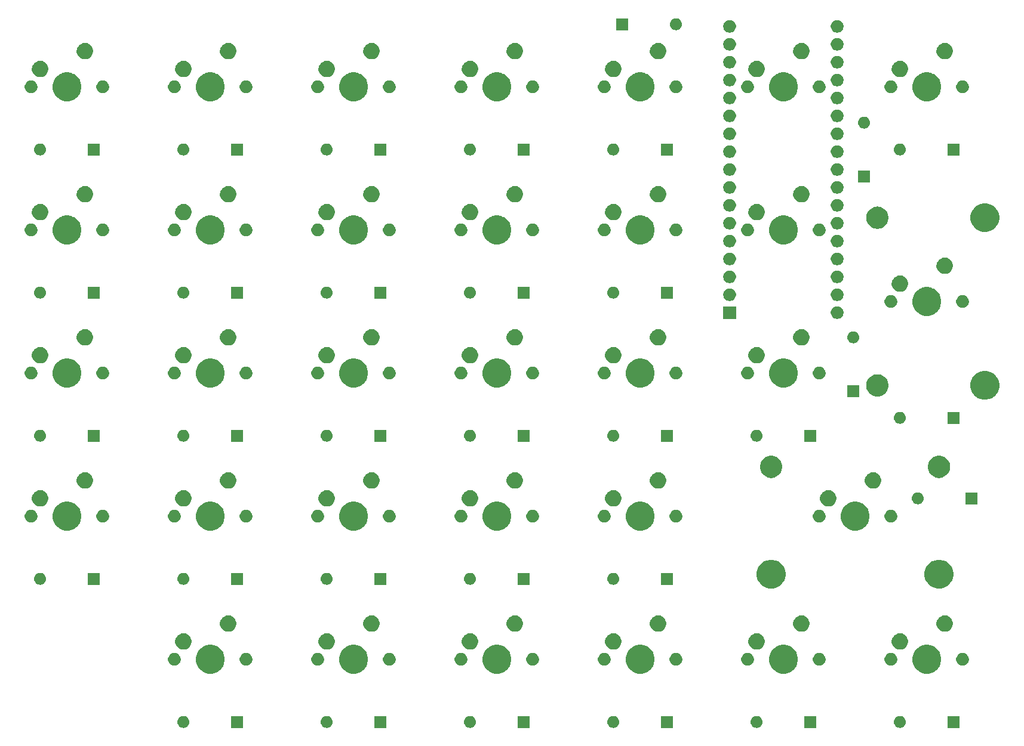
<source format=gts>
G04 #@! TF.GenerationSoftware,KiCad,Pcbnew,(5.1.0)-1*
G04 #@! TF.CreationDate,2019-04-07T23:14:06+02:00*
G04 #@! TF.ProjectId,ModuleB,4d6f6475-6c65-4422-9e6b-696361645f70,v01*
G04 #@! TF.SameCoordinates,Original*
G04 #@! TF.FileFunction,Soldermask,Top*
G04 #@! TF.FilePolarity,Negative*
%FSLAX46Y46*%
G04 Gerber Fmt 4.6, Leading zero omitted, Abs format (unit mm)*
G04 Created by KiCad (PCBNEW (5.1.0)-1) date 2019-04-07 23:14:06*
%MOMM*%
%LPD*%
G04 APERTURE LIST*
%ADD10C,0.100000*%
G04 APERTURE END LIST*
D10*
G36*
X158331000Y-127851000D02*
G01*
X156629000Y-127851000D01*
X156629000Y-126149000D01*
X158331000Y-126149000D01*
X158331000Y-127851000D01*
X158331000Y-127851000D01*
G37*
G36*
X48426823Y-126161313D02*
G01*
X48587242Y-126209976D01*
X48719906Y-126280886D01*
X48735078Y-126288996D01*
X48864659Y-126395341D01*
X48971004Y-126524922D01*
X48971005Y-126524924D01*
X49050024Y-126672758D01*
X49098687Y-126833177D01*
X49115117Y-127000000D01*
X49098687Y-127166823D01*
X49050024Y-127327242D01*
X48979114Y-127459906D01*
X48971004Y-127475078D01*
X48864659Y-127604659D01*
X48735078Y-127711004D01*
X48735076Y-127711005D01*
X48587242Y-127790024D01*
X48426823Y-127838687D01*
X48301804Y-127851000D01*
X48218196Y-127851000D01*
X48093177Y-127838687D01*
X47932758Y-127790024D01*
X47784924Y-127711005D01*
X47784922Y-127711004D01*
X47655341Y-127604659D01*
X47548996Y-127475078D01*
X47540886Y-127459906D01*
X47469976Y-127327242D01*
X47421313Y-127166823D01*
X47404883Y-127000000D01*
X47421313Y-126833177D01*
X47469976Y-126672758D01*
X47548995Y-126524924D01*
X47548996Y-126524922D01*
X47655341Y-126395341D01*
X47784922Y-126288996D01*
X47800094Y-126280886D01*
X47932758Y-126209976D01*
X48093177Y-126161313D01*
X48218196Y-126149000D01*
X48301804Y-126149000D01*
X48426823Y-126161313D01*
X48426823Y-126161313D01*
G37*
G36*
X56731000Y-127851000D02*
G01*
X55029000Y-127851000D01*
X55029000Y-126149000D01*
X56731000Y-126149000D01*
X56731000Y-127851000D01*
X56731000Y-127851000D01*
G37*
G36*
X77051000Y-127851000D02*
G01*
X75349000Y-127851000D01*
X75349000Y-126149000D01*
X77051000Y-126149000D01*
X77051000Y-127851000D01*
X77051000Y-127851000D01*
G37*
G36*
X68746823Y-126161313D02*
G01*
X68907242Y-126209976D01*
X69039906Y-126280886D01*
X69055078Y-126288996D01*
X69184659Y-126395341D01*
X69291004Y-126524922D01*
X69291005Y-126524924D01*
X69370024Y-126672758D01*
X69418687Y-126833177D01*
X69435117Y-127000000D01*
X69418687Y-127166823D01*
X69370024Y-127327242D01*
X69299114Y-127459906D01*
X69291004Y-127475078D01*
X69184659Y-127604659D01*
X69055078Y-127711004D01*
X69055076Y-127711005D01*
X68907242Y-127790024D01*
X68746823Y-127838687D01*
X68621804Y-127851000D01*
X68538196Y-127851000D01*
X68413177Y-127838687D01*
X68252758Y-127790024D01*
X68104924Y-127711005D01*
X68104922Y-127711004D01*
X67975341Y-127604659D01*
X67868996Y-127475078D01*
X67860886Y-127459906D01*
X67789976Y-127327242D01*
X67741313Y-127166823D01*
X67724883Y-127000000D01*
X67741313Y-126833177D01*
X67789976Y-126672758D01*
X67868995Y-126524924D01*
X67868996Y-126524922D01*
X67975341Y-126395341D01*
X68104922Y-126288996D01*
X68120094Y-126280886D01*
X68252758Y-126209976D01*
X68413177Y-126161313D01*
X68538196Y-126149000D01*
X68621804Y-126149000D01*
X68746823Y-126161313D01*
X68746823Y-126161313D01*
G37*
G36*
X89066823Y-126161313D02*
G01*
X89227242Y-126209976D01*
X89359906Y-126280886D01*
X89375078Y-126288996D01*
X89504659Y-126395341D01*
X89611004Y-126524922D01*
X89611005Y-126524924D01*
X89690024Y-126672758D01*
X89738687Y-126833177D01*
X89755117Y-127000000D01*
X89738687Y-127166823D01*
X89690024Y-127327242D01*
X89619114Y-127459906D01*
X89611004Y-127475078D01*
X89504659Y-127604659D01*
X89375078Y-127711004D01*
X89375076Y-127711005D01*
X89227242Y-127790024D01*
X89066823Y-127838687D01*
X88941804Y-127851000D01*
X88858196Y-127851000D01*
X88733177Y-127838687D01*
X88572758Y-127790024D01*
X88424924Y-127711005D01*
X88424922Y-127711004D01*
X88295341Y-127604659D01*
X88188996Y-127475078D01*
X88180886Y-127459906D01*
X88109976Y-127327242D01*
X88061313Y-127166823D01*
X88044883Y-127000000D01*
X88061313Y-126833177D01*
X88109976Y-126672758D01*
X88188995Y-126524924D01*
X88188996Y-126524922D01*
X88295341Y-126395341D01*
X88424922Y-126288996D01*
X88440094Y-126280886D01*
X88572758Y-126209976D01*
X88733177Y-126161313D01*
X88858196Y-126149000D01*
X88941804Y-126149000D01*
X89066823Y-126161313D01*
X89066823Y-126161313D01*
G37*
G36*
X97371000Y-127851000D02*
G01*
X95669000Y-127851000D01*
X95669000Y-126149000D01*
X97371000Y-126149000D01*
X97371000Y-127851000D01*
X97371000Y-127851000D01*
G37*
G36*
X117691000Y-127851000D02*
G01*
X115989000Y-127851000D01*
X115989000Y-126149000D01*
X117691000Y-126149000D01*
X117691000Y-127851000D01*
X117691000Y-127851000D01*
G37*
G36*
X109386823Y-126161313D02*
G01*
X109547242Y-126209976D01*
X109679906Y-126280886D01*
X109695078Y-126288996D01*
X109824659Y-126395341D01*
X109931004Y-126524922D01*
X109931005Y-126524924D01*
X110010024Y-126672758D01*
X110058687Y-126833177D01*
X110075117Y-127000000D01*
X110058687Y-127166823D01*
X110010024Y-127327242D01*
X109939114Y-127459906D01*
X109931004Y-127475078D01*
X109824659Y-127604659D01*
X109695078Y-127711004D01*
X109695076Y-127711005D01*
X109547242Y-127790024D01*
X109386823Y-127838687D01*
X109261804Y-127851000D01*
X109178196Y-127851000D01*
X109053177Y-127838687D01*
X108892758Y-127790024D01*
X108744924Y-127711005D01*
X108744922Y-127711004D01*
X108615341Y-127604659D01*
X108508996Y-127475078D01*
X108500886Y-127459906D01*
X108429976Y-127327242D01*
X108381313Y-127166823D01*
X108364883Y-127000000D01*
X108381313Y-126833177D01*
X108429976Y-126672758D01*
X108508995Y-126524924D01*
X108508996Y-126524922D01*
X108615341Y-126395341D01*
X108744922Y-126288996D01*
X108760094Y-126280886D01*
X108892758Y-126209976D01*
X109053177Y-126161313D01*
X109178196Y-126149000D01*
X109261804Y-126149000D01*
X109386823Y-126161313D01*
X109386823Y-126161313D01*
G37*
G36*
X129706823Y-126161313D02*
G01*
X129867242Y-126209976D01*
X129999906Y-126280886D01*
X130015078Y-126288996D01*
X130144659Y-126395341D01*
X130251004Y-126524922D01*
X130251005Y-126524924D01*
X130330024Y-126672758D01*
X130378687Y-126833177D01*
X130395117Y-127000000D01*
X130378687Y-127166823D01*
X130330024Y-127327242D01*
X130259114Y-127459906D01*
X130251004Y-127475078D01*
X130144659Y-127604659D01*
X130015078Y-127711004D01*
X130015076Y-127711005D01*
X129867242Y-127790024D01*
X129706823Y-127838687D01*
X129581804Y-127851000D01*
X129498196Y-127851000D01*
X129373177Y-127838687D01*
X129212758Y-127790024D01*
X129064924Y-127711005D01*
X129064922Y-127711004D01*
X128935341Y-127604659D01*
X128828996Y-127475078D01*
X128820886Y-127459906D01*
X128749976Y-127327242D01*
X128701313Y-127166823D01*
X128684883Y-127000000D01*
X128701313Y-126833177D01*
X128749976Y-126672758D01*
X128828995Y-126524924D01*
X128828996Y-126524922D01*
X128935341Y-126395341D01*
X129064922Y-126288996D01*
X129080094Y-126280886D01*
X129212758Y-126209976D01*
X129373177Y-126161313D01*
X129498196Y-126149000D01*
X129581804Y-126149000D01*
X129706823Y-126161313D01*
X129706823Y-126161313D01*
G37*
G36*
X138011000Y-127851000D02*
G01*
X136309000Y-127851000D01*
X136309000Y-126149000D01*
X138011000Y-126149000D01*
X138011000Y-127851000D01*
X138011000Y-127851000D01*
G37*
G36*
X150026823Y-126161313D02*
G01*
X150187242Y-126209976D01*
X150319906Y-126280886D01*
X150335078Y-126288996D01*
X150464659Y-126395341D01*
X150571004Y-126524922D01*
X150571005Y-126524924D01*
X150650024Y-126672758D01*
X150698687Y-126833177D01*
X150715117Y-127000000D01*
X150698687Y-127166823D01*
X150650024Y-127327242D01*
X150579114Y-127459906D01*
X150571004Y-127475078D01*
X150464659Y-127604659D01*
X150335078Y-127711004D01*
X150335076Y-127711005D01*
X150187242Y-127790024D01*
X150026823Y-127838687D01*
X149901804Y-127851000D01*
X149818196Y-127851000D01*
X149693177Y-127838687D01*
X149532758Y-127790024D01*
X149384924Y-127711005D01*
X149384922Y-127711004D01*
X149255341Y-127604659D01*
X149148996Y-127475078D01*
X149140886Y-127459906D01*
X149069976Y-127327242D01*
X149021313Y-127166823D01*
X149004883Y-127000000D01*
X149021313Y-126833177D01*
X149069976Y-126672758D01*
X149148995Y-126524924D01*
X149148996Y-126524922D01*
X149255341Y-126395341D01*
X149384922Y-126288996D01*
X149400094Y-126280886D01*
X149532758Y-126209976D01*
X149693177Y-126161313D01*
X149818196Y-126149000D01*
X149901804Y-126149000D01*
X150026823Y-126161313D01*
X150026823Y-126161313D01*
G37*
G36*
X72988254Y-116137818D02*
G01*
X73361511Y-116292426D01*
X73361513Y-116292427D01*
X73697436Y-116516884D01*
X73983116Y-116802564D01*
X74207574Y-117138489D01*
X74362182Y-117511746D01*
X74441000Y-117907993D01*
X74441000Y-118312007D01*
X74362182Y-118708254D01*
X74207574Y-119081511D01*
X74207573Y-119081513D01*
X73983116Y-119417436D01*
X73697436Y-119703116D01*
X73361513Y-119927573D01*
X73361512Y-119927574D01*
X73361511Y-119927574D01*
X72988254Y-120082182D01*
X72592007Y-120161000D01*
X72187993Y-120161000D01*
X71791746Y-120082182D01*
X71418489Y-119927574D01*
X71418488Y-119927574D01*
X71418487Y-119927573D01*
X71082564Y-119703116D01*
X70796884Y-119417436D01*
X70572427Y-119081513D01*
X70572426Y-119081511D01*
X70417818Y-118708254D01*
X70339000Y-118312007D01*
X70339000Y-117907993D01*
X70417818Y-117511746D01*
X70572426Y-117138489D01*
X70796884Y-116802564D01*
X71082564Y-116516884D01*
X71418487Y-116292427D01*
X71418489Y-116292426D01*
X71791746Y-116137818D01*
X72187993Y-116059000D01*
X72592007Y-116059000D01*
X72988254Y-116137818D01*
X72988254Y-116137818D01*
G37*
G36*
X113628254Y-116137818D02*
G01*
X114001511Y-116292426D01*
X114001513Y-116292427D01*
X114337436Y-116516884D01*
X114623116Y-116802564D01*
X114847574Y-117138489D01*
X115002182Y-117511746D01*
X115081000Y-117907993D01*
X115081000Y-118312007D01*
X115002182Y-118708254D01*
X114847574Y-119081511D01*
X114847573Y-119081513D01*
X114623116Y-119417436D01*
X114337436Y-119703116D01*
X114001513Y-119927573D01*
X114001512Y-119927574D01*
X114001511Y-119927574D01*
X113628254Y-120082182D01*
X113232007Y-120161000D01*
X112827993Y-120161000D01*
X112431746Y-120082182D01*
X112058489Y-119927574D01*
X112058488Y-119927574D01*
X112058487Y-119927573D01*
X111722564Y-119703116D01*
X111436884Y-119417436D01*
X111212427Y-119081513D01*
X111212426Y-119081511D01*
X111057818Y-118708254D01*
X110979000Y-118312007D01*
X110979000Y-117907993D01*
X111057818Y-117511746D01*
X111212426Y-117138489D01*
X111436884Y-116802564D01*
X111722564Y-116516884D01*
X112058487Y-116292427D01*
X112058489Y-116292426D01*
X112431746Y-116137818D01*
X112827993Y-116059000D01*
X113232007Y-116059000D01*
X113628254Y-116137818D01*
X113628254Y-116137818D01*
G37*
G36*
X52668254Y-116137818D02*
G01*
X53041511Y-116292426D01*
X53041513Y-116292427D01*
X53377436Y-116516884D01*
X53663116Y-116802564D01*
X53887574Y-117138489D01*
X54042182Y-117511746D01*
X54121000Y-117907993D01*
X54121000Y-118312007D01*
X54042182Y-118708254D01*
X53887574Y-119081511D01*
X53887573Y-119081513D01*
X53663116Y-119417436D01*
X53377436Y-119703116D01*
X53041513Y-119927573D01*
X53041512Y-119927574D01*
X53041511Y-119927574D01*
X52668254Y-120082182D01*
X52272007Y-120161000D01*
X51867993Y-120161000D01*
X51471746Y-120082182D01*
X51098489Y-119927574D01*
X51098488Y-119927574D01*
X51098487Y-119927573D01*
X50762564Y-119703116D01*
X50476884Y-119417436D01*
X50252427Y-119081513D01*
X50252426Y-119081511D01*
X50097818Y-118708254D01*
X50019000Y-118312007D01*
X50019000Y-117907993D01*
X50097818Y-117511746D01*
X50252426Y-117138489D01*
X50476884Y-116802564D01*
X50762564Y-116516884D01*
X51098487Y-116292427D01*
X51098489Y-116292426D01*
X51471746Y-116137818D01*
X51867993Y-116059000D01*
X52272007Y-116059000D01*
X52668254Y-116137818D01*
X52668254Y-116137818D01*
G37*
G36*
X133948254Y-116137818D02*
G01*
X134321511Y-116292426D01*
X134321513Y-116292427D01*
X134657436Y-116516884D01*
X134943116Y-116802564D01*
X135167574Y-117138489D01*
X135322182Y-117511746D01*
X135401000Y-117907993D01*
X135401000Y-118312007D01*
X135322182Y-118708254D01*
X135167574Y-119081511D01*
X135167573Y-119081513D01*
X134943116Y-119417436D01*
X134657436Y-119703116D01*
X134321513Y-119927573D01*
X134321512Y-119927574D01*
X134321511Y-119927574D01*
X133948254Y-120082182D01*
X133552007Y-120161000D01*
X133147993Y-120161000D01*
X132751746Y-120082182D01*
X132378489Y-119927574D01*
X132378488Y-119927574D01*
X132378487Y-119927573D01*
X132042564Y-119703116D01*
X131756884Y-119417436D01*
X131532427Y-119081513D01*
X131532426Y-119081511D01*
X131377818Y-118708254D01*
X131299000Y-118312007D01*
X131299000Y-117907993D01*
X131377818Y-117511746D01*
X131532426Y-117138489D01*
X131756884Y-116802564D01*
X132042564Y-116516884D01*
X132378487Y-116292427D01*
X132378489Y-116292426D01*
X132751746Y-116137818D01*
X133147993Y-116059000D01*
X133552007Y-116059000D01*
X133948254Y-116137818D01*
X133948254Y-116137818D01*
G37*
G36*
X93308254Y-116137818D02*
G01*
X93681511Y-116292426D01*
X93681513Y-116292427D01*
X94017436Y-116516884D01*
X94303116Y-116802564D01*
X94527574Y-117138489D01*
X94682182Y-117511746D01*
X94761000Y-117907993D01*
X94761000Y-118312007D01*
X94682182Y-118708254D01*
X94527574Y-119081511D01*
X94527573Y-119081513D01*
X94303116Y-119417436D01*
X94017436Y-119703116D01*
X93681513Y-119927573D01*
X93681512Y-119927574D01*
X93681511Y-119927574D01*
X93308254Y-120082182D01*
X92912007Y-120161000D01*
X92507993Y-120161000D01*
X92111746Y-120082182D01*
X91738489Y-119927574D01*
X91738488Y-119927574D01*
X91738487Y-119927573D01*
X91402564Y-119703116D01*
X91116884Y-119417436D01*
X90892427Y-119081513D01*
X90892426Y-119081511D01*
X90737818Y-118708254D01*
X90659000Y-118312007D01*
X90659000Y-117907993D01*
X90737818Y-117511746D01*
X90892426Y-117138489D01*
X91116884Y-116802564D01*
X91402564Y-116516884D01*
X91738487Y-116292427D01*
X91738489Y-116292426D01*
X92111746Y-116137818D01*
X92507993Y-116059000D01*
X92912007Y-116059000D01*
X93308254Y-116137818D01*
X93308254Y-116137818D01*
G37*
G36*
X154268254Y-116137818D02*
G01*
X154641511Y-116292426D01*
X154641513Y-116292427D01*
X154977436Y-116516884D01*
X155263116Y-116802564D01*
X155487574Y-117138489D01*
X155642182Y-117511746D01*
X155721000Y-117907993D01*
X155721000Y-118312007D01*
X155642182Y-118708254D01*
X155487574Y-119081511D01*
X155487573Y-119081513D01*
X155263116Y-119417436D01*
X154977436Y-119703116D01*
X154641513Y-119927573D01*
X154641512Y-119927574D01*
X154641511Y-119927574D01*
X154268254Y-120082182D01*
X153872007Y-120161000D01*
X153467993Y-120161000D01*
X153071746Y-120082182D01*
X152698489Y-119927574D01*
X152698488Y-119927574D01*
X152698487Y-119927573D01*
X152362564Y-119703116D01*
X152076884Y-119417436D01*
X151852427Y-119081513D01*
X151852426Y-119081511D01*
X151697818Y-118708254D01*
X151619000Y-118312007D01*
X151619000Y-117907993D01*
X151697818Y-117511746D01*
X151852426Y-117138489D01*
X152076884Y-116802564D01*
X152362564Y-116516884D01*
X152698487Y-116292427D01*
X152698489Y-116292426D01*
X153071746Y-116137818D01*
X153467993Y-116059000D01*
X153872007Y-116059000D01*
X154268254Y-116137818D01*
X154268254Y-116137818D01*
G37*
G36*
X138543512Y-117213927D02*
G01*
X138692812Y-117243624D01*
X138856784Y-117311544D01*
X139004354Y-117410147D01*
X139129853Y-117535646D01*
X139228456Y-117683216D01*
X139296376Y-117847188D01*
X139331000Y-118021259D01*
X139331000Y-118198741D01*
X139296376Y-118372812D01*
X139228456Y-118536784D01*
X139129853Y-118684354D01*
X139004354Y-118809853D01*
X138856784Y-118908456D01*
X138692812Y-118976376D01*
X138543512Y-119006073D01*
X138518742Y-119011000D01*
X138341258Y-119011000D01*
X138316488Y-119006073D01*
X138167188Y-118976376D01*
X138003216Y-118908456D01*
X137855646Y-118809853D01*
X137730147Y-118684354D01*
X137631544Y-118536784D01*
X137563624Y-118372812D01*
X137529000Y-118198741D01*
X137529000Y-118021259D01*
X137563624Y-117847188D01*
X137631544Y-117683216D01*
X137730147Y-117535646D01*
X137855646Y-117410147D01*
X138003216Y-117311544D01*
X138167188Y-117243624D01*
X138316488Y-117213927D01*
X138341258Y-117209000D01*
X138518742Y-117209000D01*
X138543512Y-117213927D01*
X138543512Y-117213927D01*
G37*
G36*
X158863512Y-117213927D02*
G01*
X159012812Y-117243624D01*
X159176784Y-117311544D01*
X159324354Y-117410147D01*
X159449853Y-117535646D01*
X159548456Y-117683216D01*
X159616376Y-117847188D01*
X159651000Y-118021259D01*
X159651000Y-118198741D01*
X159616376Y-118372812D01*
X159548456Y-118536784D01*
X159449853Y-118684354D01*
X159324354Y-118809853D01*
X159176784Y-118908456D01*
X159012812Y-118976376D01*
X158863512Y-119006073D01*
X158838742Y-119011000D01*
X158661258Y-119011000D01*
X158636488Y-119006073D01*
X158487188Y-118976376D01*
X158323216Y-118908456D01*
X158175646Y-118809853D01*
X158050147Y-118684354D01*
X157951544Y-118536784D01*
X157883624Y-118372812D01*
X157849000Y-118198741D01*
X157849000Y-118021259D01*
X157883624Y-117847188D01*
X157951544Y-117683216D01*
X158050147Y-117535646D01*
X158175646Y-117410147D01*
X158323216Y-117311544D01*
X158487188Y-117243624D01*
X158636488Y-117213927D01*
X158661258Y-117209000D01*
X158838742Y-117209000D01*
X158863512Y-117213927D01*
X158863512Y-117213927D01*
G37*
G36*
X148703512Y-117213927D02*
G01*
X148852812Y-117243624D01*
X149016784Y-117311544D01*
X149164354Y-117410147D01*
X149289853Y-117535646D01*
X149388456Y-117683216D01*
X149456376Y-117847188D01*
X149491000Y-118021259D01*
X149491000Y-118198741D01*
X149456376Y-118372812D01*
X149388456Y-118536784D01*
X149289853Y-118684354D01*
X149164354Y-118809853D01*
X149016784Y-118908456D01*
X148852812Y-118976376D01*
X148703512Y-119006073D01*
X148678742Y-119011000D01*
X148501258Y-119011000D01*
X148476488Y-119006073D01*
X148327188Y-118976376D01*
X148163216Y-118908456D01*
X148015646Y-118809853D01*
X147890147Y-118684354D01*
X147791544Y-118536784D01*
X147723624Y-118372812D01*
X147689000Y-118198741D01*
X147689000Y-118021259D01*
X147723624Y-117847188D01*
X147791544Y-117683216D01*
X147890147Y-117535646D01*
X148015646Y-117410147D01*
X148163216Y-117311544D01*
X148327188Y-117243624D01*
X148476488Y-117213927D01*
X148501258Y-117209000D01*
X148678742Y-117209000D01*
X148703512Y-117213927D01*
X148703512Y-117213927D01*
G37*
G36*
X47103512Y-117213927D02*
G01*
X47252812Y-117243624D01*
X47416784Y-117311544D01*
X47564354Y-117410147D01*
X47689853Y-117535646D01*
X47788456Y-117683216D01*
X47856376Y-117847188D01*
X47891000Y-118021259D01*
X47891000Y-118198741D01*
X47856376Y-118372812D01*
X47788456Y-118536784D01*
X47689853Y-118684354D01*
X47564354Y-118809853D01*
X47416784Y-118908456D01*
X47252812Y-118976376D01*
X47103512Y-119006073D01*
X47078742Y-119011000D01*
X46901258Y-119011000D01*
X46876488Y-119006073D01*
X46727188Y-118976376D01*
X46563216Y-118908456D01*
X46415646Y-118809853D01*
X46290147Y-118684354D01*
X46191544Y-118536784D01*
X46123624Y-118372812D01*
X46089000Y-118198741D01*
X46089000Y-118021259D01*
X46123624Y-117847188D01*
X46191544Y-117683216D01*
X46290147Y-117535646D01*
X46415646Y-117410147D01*
X46563216Y-117311544D01*
X46727188Y-117243624D01*
X46876488Y-117213927D01*
X46901258Y-117209000D01*
X47078742Y-117209000D01*
X47103512Y-117213927D01*
X47103512Y-117213927D01*
G37*
G36*
X57263512Y-117213927D02*
G01*
X57412812Y-117243624D01*
X57576784Y-117311544D01*
X57724354Y-117410147D01*
X57849853Y-117535646D01*
X57948456Y-117683216D01*
X58016376Y-117847188D01*
X58051000Y-118021259D01*
X58051000Y-118198741D01*
X58016376Y-118372812D01*
X57948456Y-118536784D01*
X57849853Y-118684354D01*
X57724354Y-118809853D01*
X57576784Y-118908456D01*
X57412812Y-118976376D01*
X57263512Y-119006073D01*
X57238742Y-119011000D01*
X57061258Y-119011000D01*
X57036488Y-119006073D01*
X56887188Y-118976376D01*
X56723216Y-118908456D01*
X56575646Y-118809853D01*
X56450147Y-118684354D01*
X56351544Y-118536784D01*
X56283624Y-118372812D01*
X56249000Y-118198741D01*
X56249000Y-118021259D01*
X56283624Y-117847188D01*
X56351544Y-117683216D01*
X56450147Y-117535646D01*
X56575646Y-117410147D01*
X56723216Y-117311544D01*
X56887188Y-117243624D01*
X57036488Y-117213927D01*
X57061258Y-117209000D01*
X57238742Y-117209000D01*
X57263512Y-117213927D01*
X57263512Y-117213927D01*
G37*
G36*
X67423512Y-117213927D02*
G01*
X67572812Y-117243624D01*
X67736784Y-117311544D01*
X67884354Y-117410147D01*
X68009853Y-117535646D01*
X68108456Y-117683216D01*
X68176376Y-117847188D01*
X68211000Y-118021259D01*
X68211000Y-118198741D01*
X68176376Y-118372812D01*
X68108456Y-118536784D01*
X68009853Y-118684354D01*
X67884354Y-118809853D01*
X67736784Y-118908456D01*
X67572812Y-118976376D01*
X67423512Y-119006073D01*
X67398742Y-119011000D01*
X67221258Y-119011000D01*
X67196488Y-119006073D01*
X67047188Y-118976376D01*
X66883216Y-118908456D01*
X66735646Y-118809853D01*
X66610147Y-118684354D01*
X66511544Y-118536784D01*
X66443624Y-118372812D01*
X66409000Y-118198741D01*
X66409000Y-118021259D01*
X66443624Y-117847188D01*
X66511544Y-117683216D01*
X66610147Y-117535646D01*
X66735646Y-117410147D01*
X66883216Y-117311544D01*
X67047188Y-117243624D01*
X67196488Y-117213927D01*
X67221258Y-117209000D01*
X67398742Y-117209000D01*
X67423512Y-117213927D01*
X67423512Y-117213927D01*
G37*
G36*
X77583512Y-117213927D02*
G01*
X77732812Y-117243624D01*
X77896784Y-117311544D01*
X78044354Y-117410147D01*
X78169853Y-117535646D01*
X78268456Y-117683216D01*
X78336376Y-117847188D01*
X78371000Y-118021259D01*
X78371000Y-118198741D01*
X78336376Y-118372812D01*
X78268456Y-118536784D01*
X78169853Y-118684354D01*
X78044354Y-118809853D01*
X77896784Y-118908456D01*
X77732812Y-118976376D01*
X77583512Y-119006073D01*
X77558742Y-119011000D01*
X77381258Y-119011000D01*
X77356488Y-119006073D01*
X77207188Y-118976376D01*
X77043216Y-118908456D01*
X76895646Y-118809853D01*
X76770147Y-118684354D01*
X76671544Y-118536784D01*
X76603624Y-118372812D01*
X76569000Y-118198741D01*
X76569000Y-118021259D01*
X76603624Y-117847188D01*
X76671544Y-117683216D01*
X76770147Y-117535646D01*
X76895646Y-117410147D01*
X77043216Y-117311544D01*
X77207188Y-117243624D01*
X77356488Y-117213927D01*
X77381258Y-117209000D01*
X77558742Y-117209000D01*
X77583512Y-117213927D01*
X77583512Y-117213927D01*
G37*
G36*
X87743512Y-117213927D02*
G01*
X87892812Y-117243624D01*
X88056784Y-117311544D01*
X88204354Y-117410147D01*
X88329853Y-117535646D01*
X88428456Y-117683216D01*
X88496376Y-117847188D01*
X88531000Y-118021259D01*
X88531000Y-118198741D01*
X88496376Y-118372812D01*
X88428456Y-118536784D01*
X88329853Y-118684354D01*
X88204354Y-118809853D01*
X88056784Y-118908456D01*
X87892812Y-118976376D01*
X87743512Y-119006073D01*
X87718742Y-119011000D01*
X87541258Y-119011000D01*
X87516488Y-119006073D01*
X87367188Y-118976376D01*
X87203216Y-118908456D01*
X87055646Y-118809853D01*
X86930147Y-118684354D01*
X86831544Y-118536784D01*
X86763624Y-118372812D01*
X86729000Y-118198741D01*
X86729000Y-118021259D01*
X86763624Y-117847188D01*
X86831544Y-117683216D01*
X86930147Y-117535646D01*
X87055646Y-117410147D01*
X87203216Y-117311544D01*
X87367188Y-117243624D01*
X87516488Y-117213927D01*
X87541258Y-117209000D01*
X87718742Y-117209000D01*
X87743512Y-117213927D01*
X87743512Y-117213927D01*
G37*
G36*
X97903512Y-117213927D02*
G01*
X98052812Y-117243624D01*
X98216784Y-117311544D01*
X98364354Y-117410147D01*
X98489853Y-117535646D01*
X98588456Y-117683216D01*
X98656376Y-117847188D01*
X98691000Y-118021259D01*
X98691000Y-118198741D01*
X98656376Y-118372812D01*
X98588456Y-118536784D01*
X98489853Y-118684354D01*
X98364354Y-118809853D01*
X98216784Y-118908456D01*
X98052812Y-118976376D01*
X97903512Y-119006073D01*
X97878742Y-119011000D01*
X97701258Y-119011000D01*
X97676488Y-119006073D01*
X97527188Y-118976376D01*
X97363216Y-118908456D01*
X97215646Y-118809853D01*
X97090147Y-118684354D01*
X96991544Y-118536784D01*
X96923624Y-118372812D01*
X96889000Y-118198741D01*
X96889000Y-118021259D01*
X96923624Y-117847188D01*
X96991544Y-117683216D01*
X97090147Y-117535646D01*
X97215646Y-117410147D01*
X97363216Y-117311544D01*
X97527188Y-117243624D01*
X97676488Y-117213927D01*
X97701258Y-117209000D01*
X97878742Y-117209000D01*
X97903512Y-117213927D01*
X97903512Y-117213927D01*
G37*
G36*
X108063512Y-117213927D02*
G01*
X108212812Y-117243624D01*
X108376784Y-117311544D01*
X108524354Y-117410147D01*
X108649853Y-117535646D01*
X108748456Y-117683216D01*
X108816376Y-117847188D01*
X108851000Y-118021259D01*
X108851000Y-118198741D01*
X108816376Y-118372812D01*
X108748456Y-118536784D01*
X108649853Y-118684354D01*
X108524354Y-118809853D01*
X108376784Y-118908456D01*
X108212812Y-118976376D01*
X108063512Y-119006073D01*
X108038742Y-119011000D01*
X107861258Y-119011000D01*
X107836488Y-119006073D01*
X107687188Y-118976376D01*
X107523216Y-118908456D01*
X107375646Y-118809853D01*
X107250147Y-118684354D01*
X107151544Y-118536784D01*
X107083624Y-118372812D01*
X107049000Y-118198741D01*
X107049000Y-118021259D01*
X107083624Y-117847188D01*
X107151544Y-117683216D01*
X107250147Y-117535646D01*
X107375646Y-117410147D01*
X107523216Y-117311544D01*
X107687188Y-117243624D01*
X107836488Y-117213927D01*
X107861258Y-117209000D01*
X108038742Y-117209000D01*
X108063512Y-117213927D01*
X108063512Y-117213927D01*
G37*
G36*
X118223512Y-117213927D02*
G01*
X118372812Y-117243624D01*
X118536784Y-117311544D01*
X118684354Y-117410147D01*
X118809853Y-117535646D01*
X118908456Y-117683216D01*
X118976376Y-117847188D01*
X119011000Y-118021259D01*
X119011000Y-118198741D01*
X118976376Y-118372812D01*
X118908456Y-118536784D01*
X118809853Y-118684354D01*
X118684354Y-118809853D01*
X118536784Y-118908456D01*
X118372812Y-118976376D01*
X118223512Y-119006073D01*
X118198742Y-119011000D01*
X118021258Y-119011000D01*
X117996488Y-119006073D01*
X117847188Y-118976376D01*
X117683216Y-118908456D01*
X117535646Y-118809853D01*
X117410147Y-118684354D01*
X117311544Y-118536784D01*
X117243624Y-118372812D01*
X117209000Y-118198741D01*
X117209000Y-118021259D01*
X117243624Y-117847188D01*
X117311544Y-117683216D01*
X117410147Y-117535646D01*
X117535646Y-117410147D01*
X117683216Y-117311544D01*
X117847188Y-117243624D01*
X117996488Y-117213927D01*
X118021258Y-117209000D01*
X118198742Y-117209000D01*
X118223512Y-117213927D01*
X118223512Y-117213927D01*
G37*
G36*
X128383512Y-117213927D02*
G01*
X128532812Y-117243624D01*
X128696784Y-117311544D01*
X128844354Y-117410147D01*
X128969853Y-117535646D01*
X129068456Y-117683216D01*
X129136376Y-117847188D01*
X129171000Y-118021259D01*
X129171000Y-118198741D01*
X129136376Y-118372812D01*
X129068456Y-118536784D01*
X128969853Y-118684354D01*
X128844354Y-118809853D01*
X128696784Y-118908456D01*
X128532812Y-118976376D01*
X128383512Y-119006073D01*
X128358742Y-119011000D01*
X128181258Y-119011000D01*
X128156488Y-119006073D01*
X128007188Y-118976376D01*
X127843216Y-118908456D01*
X127695646Y-118809853D01*
X127570147Y-118684354D01*
X127471544Y-118536784D01*
X127403624Y-118372812D01*
X127369000Y-118198741D01*
X127369000Y-118021259D01*
X127403624Y-117847188D01*
X127471544Y-117683216D01*
X127570147Y-117535646D01*
X127695646Y-117410147D01*
X127843216Y-117311544D01*
X128007188Y-117243624D01*
X128156488Y-117213927D01*
X128181258Y-117209000D01*
X128358742Y-117209000D01*
X128383512Y-117213927D01*
X128383512Y-117213927D01*
G37*
G36*
X68804549Y-114441116D02*
G01*
X68915734Y-114463232D01*
X69125203Y-114549997D01*
X69313720Y-114675960D01*
X69474040Y-114836280D01*
X69600003Y-115024797D01*
X69686768Y-115234266D01*
X69731000Y-115456636D01*
X69731000Y-115683364D01*
X69686768Y-115905734D01*
X69600003Y-116115203D01*
X69474040Y-116303720D01*
X69313720Y-116464040D01*
X69125203Y-116590003D01*
X68915734Y-116676768D01*
X68804549Y-116698884D01*
X68693365Y-116721000D01*
X68466635Y-116721000D01*
X68355451Y-116698884D01*
X68244266Y-116676768D01*
X68034797Y-116590003D01*
X67846280Y-116464040D01*
X67685960Y-116303720D01*
X67559997Y-116115203D01*
X67473232Y-115905734D01*
X67429000Y-115683364D01*
X67429000Y-115456636D01*
X67473232Y-115234266D01*
X67559997Y-115024797D01*
X67685960Y-114836280D01*
X67846280Y-114675960D01*
X68034797Y-114549997D01*
X68244266Y-114463232D01*
X68355451Y-114441116D01*
X68466635Y-114419000D01*
X68693365Y-114419000D01*
X68804549Y-114441116D01*
X68804549Y-114441116D01*
G37*
G36*
X48484549Y-114441116D02*
G01*
X48595734Y-114463232D01*
X48805203Y-114549997D01*
X48993720Y-114675960D01*
X49154040Y-114836280D01*
X49280003Y-115024797D01*
X49366768Y-115234266D01*
X49411000Y-115456636D01*
X49411000Y-115683364D01*
X49366768Y-115905734D01*
X49280003Y-116115203D01*
X49154040Y-116303720D01*
X48993720Y-116464040D01*
X48805203Y-116590003D01*
X48595734Y-116676768D01*
X48484549Y-116698884D01*
X48373365Y-116721000D01*
X48146635Y-116721000D01*
X48035451Y-116698884D01*
X47924266Y-116676768D01*
X47714797Y-116590003D01*
X47526280Y-116464040D01*
X47365960Y-116303720D01*
X47239997Y-116115203D01*
X47153232Y-115905734D01*
X47109000Y-115683364D01*
X47109000Y-115456636D01*
X47153232Y-115234266D01*
X47239997Y-115024797D01*
X47365960Y-114836280D01*
X47526280Y-114675960D01*
X47714797Y-114549997D01*
X47924266Y-114463232D01*
X48035451Y-114441116D01*
X48146635Y-114419000D01*
X48373365Y-114419000D01*
X48484549Y-114441116D01*
X48484549Y-114441116D01*
G37*
G36*
X129764549Y-114441116D02*
G01*
X129875734Y-114463232D01*
X130085203Y-114549997D01*
X130273720Y-114675960D01*
X130434040Y-114836280D01*
X130560003Y-115024797D01*
X130646768Y-115234266D01*
X130691000Y-115456636D01*
X130691000Y-115683364D01*
X130646768Y-115905734D01*
X130560003Y-116115203D01*
X130434040Y-116303720D01*
X130273720Y-116464040D01*
X130085203Y-116590003D01*
X129875734Y-116676768D01*
X129764549Y-116698884D01*
X129653365Y-116721000D01*
X129426635Y-116721000D01*
X129315451Y-116698884D01*
X129204266Y-116676768D01*
X128994797Y-116590003D01*
X128806280Y-116464040D01*
X128645960Y-116303720D01*
X128519997Y-116115203D01*
X128433232Y-115905734D01*
X128389000Y-115683364D01*
X128389000Y-115456636D01*
X128433232Y-115234266D01*
X128519997Y-115024797D01*
X128645960Y-114836280D01*
X128806280Y-114675960D01*
X128994797Y-114549997D01*
X129204266Y-114463232D01*
X129315451Y-114441116D01*
X129426635Y-114419000D01*
X129653365Y-114419000D01*
X129764549Y-114441116D01*
X129764549Y-114441116D01*
G37*
G36*
X150084549Y-114441116D02*
G01*
X150195734Y-114463232D01*
X150405203Y-114549997D01*
X150593720Y-114675960D01*
X150754040Y-114836280D01*
X150880003Y-115024797D01*
X150966768Y-115234266D01*
X151011000Y-115456636D01*
X151011000Y-115683364D01*
X150966768Y-115905734D01*
X150880003Y-116115203D01*
X150754040Y-116303720D01*
X150593720Y-116464040D01*
X150405203Y-116590003D01*
X150195734Y-116676768D01*
X150084549Y-116698884D01*
X149973365Y-116721000D01*
X149746635Y-116721000D01*
X149635451Y-116698884D01*
X149524266Y-116676768D01*
X149314797Y-116590003D01*
X149126280Y-116464040D01*
X148965960Y-116303720D01*
X148839997Y-116115203D01*
X148753232Y-115905734D01*
X148709000Y-115683364D01*
X148709000Y-115456636D01*
X148753232Y-115234266D01*
X148839997Y-115024797D01*
X148965960Y-114836280D01*
X149126280Y-114675960D01*
X149314797Y-114549997D01*
X149524266Y-114463232D01*
X149635451Y-114441116D01*
X149746635Y-114419000D01*
X149973365Y-114419000D01*
X150084549Y-114441116D01*
X150084549Y-114441116D01*
G37*
G36*
X89124549Y-114441116D02*
G01*
X89235734Y-114463232D01*
X89445203Y-114549997D01*
X89633720Y-114675960D01*
X89794040Y-114836280D01*
X89920003Y-115024797D01*
X90006768Y-115234266D01*
X90051000Y-115456636D01*
X90051000Y-115683364D01*
X90006768Y-115905734D01*
X89920003Y-116115203D01*
X89794040Y-116303720D01*
X89633720Y-116464040D01*
X89445203Y-116590003D01*
X89235734Y-116676768D01*
X89124549Y-116698884D01*
X89013365Y-116721000D01*
X88786635Y-116721000D01*
X88675451Y-116698884D01*
X88564266Y-116676768D01*
X88354797Y-116590003D01*
X88166280Y-116464040D01*
X88005960Y-116303720D01*
X87879997Y-116115203D01*
X87793232Y-115905734D01*
X87749000Y-115683364D01*
X87749000Y-115456636D01*
X87793232Y-115234266D01*
X87879997Y-115024797D01*
X88005960Y-114836280D01*
X88166280Y-114675960D01*
X88354797Y-114549997D01*
X88564266Y-114463232D01*
X88675451Y-114441116D01*
X88786635Y-114419000D01*
X89013365Y-114419000D01*
X89124549Y-114441116D01*
X89124549Y-114441116D01*
G37*
G36*
X109444549Y-114441116D02*
G01*
X109555734Y-114463232D01*
X109765203Y-114549997D01*
X109953720Y-114675960D01*
X110114040Y-114836280D01*
X110240003Y-115024797D01*
X110326768Y-115234266D01*
X110371000Y-115456636D01*
X110371000Y-115683364D01*
X110326768Y-115905734D01*
X110240003Y-116115203D01*
X110114040Y-116303720D01*
X109953720Y-116464040D01*
X109765203Y-116590003D01*
X109555734Y-116676768D01*
X109444549Y-116698884D01*
X109333365Y-116721000D01*
X109106635Y-116721000D01*
X108995451Y-116698884D01*
X108884266Y-116676768D01*
X108674797Y-116590003D01*
X108486280Y-116464040D01*
X108325960Y-116303720D01*
X108199997Y-116115203D01*
X108113232Y-115905734D01*
X108069000Y-115683364D01*
X108069000Y-115456636D01*
X108113232Y-115234266D01*
X108199997Y-115024797D01*
X108325960Y-114836280D01*
X108486280Y-114675960D01*
X108674797Y-114549997D01*
X108884266Y-114463232D01*
X108995451Y-114441116D01*
X109106635Y-114419000D01*
X109333365Y-114419000D01*
X109444549Y-114441116D01*
X109444549Y-114441116D01*
G37*
G36*
X75154549Y-111901116D02*
G01*
X75265734Y-111923232D01*
X75475203Y-112009997D01*
X75663720Y-112135960D01*
X75824040Y-112296280D01*
X75950003Y-112484797D01*
X76036768Y-112694266D01*
X76081000Y-112916636D01*
X76081000Y-113143364D01*
X76036768Y-113365734D01*
X75950003Y-113575203D01*
X75824040Y-113763720D01*
X75663720Y-113924040D01*
X75475203Y-114050003D01*
X75265734Y-114136768D01*
X75154549Y-114158884D01*
X75043365Y-114181000D01*
X74816635Y-114181000D01*
X74705451Y-114158884D01*
X74594266Y-114136768D01*
X74384797Y-114050003D01*
X74196280Y-113924040D01*
X74035960Y-113763720D01*
X73909997Y-113575203D01*
X73823232Y-113365734D01*
X73779000Y-113143364D01*
X73779000Y-112916636D01*
X73823232Y-112694266D01*
X73909997Y-112484797D01*
X74035960Y-112296280D01*
X74196280Y-112135960D01*
X74384797Y-112009997D01*
X74594266Y-111923232D01*
X74705451Y-111901116D01*
X74816635Y-111879000D01*
X75043365Y-111879000D01*
X75154549Y-111901116D01*
X75154549Y-111901116D01*
G37*
G36*
X115794549Y-111901116D02*
G01*
X115905734Y-111923232D01*
X116115203Y-112009997D01*
X116303720Y-112135960D01*
X116464040Y-112296280D01*
X116590003Y-112484797D01*
X116676768Y-112694266D01*
X116721000Y-112916636D01*
X116721000Y-113143364D01*
X116676768Y-113365734D01*
X116590003Y-113575203D01*
X116464040Y-113763720D01*
X116303720Y-113924040D01*
X116115203Y-114050003D01*
X115905734Y-114136768D01*
X115794549Y-114158884D01*
X115683365Y-114181000D01*
X115456635Y-114181000D01*
X115345451Y-114158884D01*
X115234266Y-114136768D01*
X115024797Y-114050003D01*
X114836280Y-113924040D01*
X114675960Y-113763720D01*
X114549997Y-113575203D01*
X114463232Y-113365734D01*
X114419000Y-113143364D01*
X114419000Y-112916636D01*
X114463232Y-112694266D01*
X114549997Y-112484797D01*
X114675960Y-112296280D01*
X114836280Y-112135960D01*
X115024797Y-112009997D01*
X115234266Y-111923232D01*
X115345451Y-111901116D01*
X115456635Y-111879000D01*
X115683365Y-111879000D01*
X115794549Y-111901116D01*
X115794549Y-111901116D01*
G37*
G36*
X54834549Y-111901116D02*
G01*
X54945734Y-111923232D01*
X55155203Y-112009997D01*
X55343720Y-112135960D01*
X55504040Y-112296280D01*
X55630003Y-112484797D01*
X55716768Y-112694266D01*
X55761000Y-112916636D01*
X55761000Y-113143364D01*
X55716768Y-113365734D01*
X55630003Y-113575203D01*
X55504040Y-113763720D01*
X55343720Y-113924040D01*
X55155203Y-114050003D01*
X54945734Y-114136768D01*
X54834549Y-114158884D01*
X54723365Y-114181000D01*
X54496635Y-114181000D01*
X54385451Y-114158884D01*
X54274266Y-114136768D01*
X54064797Y-114050003D01*
X53876280Y-113924040D01*
X53715960Y-113763720D01*
X53589997Y-113575203D01*
X53503232Y-113365734D01*
X53459000Y-113143364D01*
X53459000Y-112916636D01*
X53503232Y-112694266D01*
X53589997Y-112484797D01*
X53715960Y-112296280D01*
X53876280Y-112135960D01*
X54064797Y-112009997D01*
X54274266Y-111923232D01*
X54385451Y-111901116D01*
X54496635Y-111879000D01*
X54723365Y-111879000D01*
X54834549Y-111901116D01*
X54834549Y-111901116D01*
G37*
G36*
X95474549Y-111901116D02*
G01*
X95585734Y-111923232D01*
X95795203Y-112009997D01*
X95983720Y-112135960D01*
X96144040Y-112296280D01*
X96270003Y-112484797D01*
X96356768Y-112694266D01*
X96401000Y-112916636D01*
X96401000Y-113143364D01*
X96356768Y-113365734D01*
X96270003Y-113575203D01*
X96144040Y-113763720D01*
X95983720Y-113924040D01*
X95795203Y-114050003D01*
X95585734Y-114136768D01*
X95474549Y-114158884D01*
X95363365Y-114181000D01*
X95136635Y-114181000D01*
X95025451Y-114158884D01*
X94914266Y-114136768D01*
X94704797Y-114050003D01*
X94516280Y-113924040D01*
X94355960Y-113763720D01*
X94229997Y-113575203D01*
X94143232Y-113365734D01*
X94099000Y-113143364D01*
X94099000Y-112916636D01*
X94143232Y-112694266D01*
X94229997Y-112484797D01*
X94355960Y-112296280D01*
X94516280Y-112135960D01*
X94704797Y-112009997D01*
X94914266Y-111923232D01*
X95025451Y-111901116D01*
X95136635Y-111879000D01*
X95363365Y-111879000D01*
X95474549Y-111901116D01*
X95474549Y-111901116D01*
G37*
G36*
X156434549Y-111901116D02*
G01*
X156545734Y-111923232D01*
X156755203Y-112009997D01*
X156943720Y-112135960D01*
X157104040Y-112296280D01*
X157230003Y-112484797D01*
X157316768Y-112694266D01*
X157361000Y-112916636D01*
X157361000Y-113143364D01*
X157316768Y-113365734D01*
X157230003Y-113575203D01*
X157104040Y-113763720D01*
X156943720Y-113924040D01*
X156755203Y-114050003D01*
X156545734Y-114136768D01*
X156434549Y-114158884D01*
X156323365Y-114181000D01*
X156096635Y-114181000D01*
X155985451Y-114158884D01*
X155874266Y-114136768D01*
X155664797Y-114050003D01*
X155476280Y-113924040D01*
X155315960Y-113763720D01*
X155189997Y-113575203D01*
X155103232Y-113365734D01*
X155059000Y-113143364D01*
X155059000Y-112916636D01*
X155103232Y-112694266D01*
X155189997Y-112484797D01*
X155315960Y-112296280D01*
X155476280Y-112135960D01*
X155664797Y-112009997D01*
X155874266Y-111923232D01*
X155985451Y-111901116D01*
X156096635Y-111879000D01*
X156323365Y-111879000D01*
X156434549Y-111901116D01*
X156434549Y-111901116D01*
G37*
G36*
X136114549Y-111901116D02*
G01*
X136225734Y-111923232D01*
X136435203Y-112009997D01*
X136623720Y-112135960D01*
X136784040Y-112296280D01*
X136910003Y-112484797D01*
X136996768Y-112694266D01*
X137041000Y-112916636D01*
X137041000Y-113143364D01*
X136996768Y-113365734D01*
X136910003Y-113575203D01*
X136784040Y-113763720D01*
X136623720Y-113924040D01*
X136435203Y-114050003D01*
X136225734Y-114136768D01*
X136114549Y-114158884D01*
X136003365Y-114181000D01*
X135776635Y-114181000D01*
X135665451Y-114158884D01*
X135554266Y-114136768D01*
X135344797Y-114050003D01*
X135156280Y-113924040D01*
X134995960Y-113763720D01*
X134869997Y-113575203D01*
X134783232Y-113365734D01*
X134739000Y-113143364D01*
X134739000Y-112916636D01*
X134783232Y-112694266D01*
X134869997Y-112484797D01*
X134995960Y-112296280D01*
X135156280Y-112135960D01*
X135344797Y-112009997D01*
X135554266Y-111923232D01*
X135665451Y-111901116D01*
X135776635Y-111879000D01*
X136003365Y-111879000D01*
X136114549Y-111901116D01*
X136114549Y-111901116D01*
G37*
G36*
X156008254Y-104057818D02*
G01*
X156381511Y-104212426D01*
X156381513Y-104212427D01*
X156717436Y-104436884D01*
X157003116Y-104722564D01*
X157227574Y-105058489D01*
X157382182Y-105431746D01*
X157461000Y-105827993D01*
X157461000Y-106232007D01*
X157382182Y-106628254D01*
X157291647Y-106846825D01*
X157227573Y-107001513D01*
X157003116Y-107337436D01*
X156717436Y-107623116D01*
X156381513Y-107847573D01*
X156381512Y-107847574D01*
X156381511Y-107847574D01*
X156008254Y-108002182D01*
X155612007Y-108081000D01*
X155207993Y-108081000D01*
X154811746Y-108002182D01*
X154438489Y-107847574D01*
X154438488Y-107847574D01*
X154438487Y-107847573D01*
X154102564Y-107623116D01*
X153816884Y-107337436D01*
X153592427Y-107001513D01*
X153528353Y-106846825D01*
X153437818Y-106628254D01*
X153359000Y-106232007D01*
X153359000Y-105827993D01*
X153437818Y-105431746D01*
X153592426Y-105058489D01*
X153816884Y-104722564D01*
X154102564Y-104436884D01*
X154438487Y-104212427D01*
X154438489Y-104212426D01*
X154811746Y-104057818D01*
X155207993Y-103979000D01*
X155612007Y-103979000D01*
X156008254Y-104057818D01*
X156008254Y-104057818D01*
G37*
G36*
X132208254Y-104057818D02*
G01*
X132581511Y-104212426D01*
X132581513Y-104212427D01*
X132917436Y-104436884D01*
X133203116Y-104722564D01*
X133427574Y-105058489D01*
X133582182Y-105431746D01*
X133661000Y-105827993D01*
X133661000Y-106232007D01*
X133582182Y-106628254D01*
X133491647Y-106846825D01*
X133427573Y-107001513D01*
X133203116Y-107337436D01*
X132917436Y-107623116D01*
X132581513Y-107847573D01*
X132581512Y-107847574D01*
X132581511Y-107847574D01*
X132208254Y-108002182D01*
X131812007Y-108081000D01*
X131407993Y-108081000D01*
X131011746Y-108002182D01*
X130638489Y-107847574D01*
X130638488Y-107847574D01*
X130638487Y-107847573D01*
X130302564Y-107623116D01*
X130016884Y-107337436D01*
X129792427Y-107001513D01*
X129728353Y-106846825D01*
X129637818Y-106628254D01*
X129559000Y-106232007D01*
X129559000Y-105827993D01*
X129637818Y-105431746D01*
X129792426Y-105058489D01*
X130016884Y-104722564D01*
X130302564Y-104436884D01*
X130638487Y-104212427D01*
X130638489Y-104212426D01*
X131011746Y-104057818D01*
X131407993Y-103979000D01*
X131812007Y-103979000D01*
X132208254Y-104057818D01*
X132208254Y-104057818D01*
G37*
G36*
X117691000Y-107531000D02*
G01*
X115989000Y-107531000D01*
X115989000Y-105829000D01*
X117691000Y-105829000D01*
X117691000Y-107531000D01*
X117691000Y-107531000D01*
G37*
G36*
X48426823Y-105841313D02*
G01*
X48587242Y-105889976D01*
X48719906Y-105960886D01*
X48735078Y-105968996D01*
X48864659Y-106075341D01*
X48971004Y-106204922D01*
X48971005Y-106204924D01*
X49050024Y-106352758D01*
X49098687Y-106513177D01*
X49115117Y-106680000D01*
X49098687Y-106846823D01*
X49098686Y-106846825D01*
X49051763Y-107001511D01*
X49050024Y-107007242D01*
X48979114Y-107139906D01*
X48971004Y-107155078D01*
X48864659Y-107284659D01*
X48735078Y-107391004D01*
X48735076Y-107391005D01*
X48587242Y-107470024D01*
X48426823Y-107518687D01*
X48301804Y-107531000D01*
X48218196Y-107531000D01*
X48093177Y-107518687D01*
X47932758Y-107470024D01*
X47784924Y-107391005D01*
X47784922Y-107391004D01*
X47655341Y-107284659D01*
X47548996Y-107155078D01*
X47540886Y-107139906D01*
X47469976Y-107007242D01*
X47468238Y-107001511D01*
X47421314Y-106846825D01*
X47421313Y-106846823D01*
X47404883Y-106680000D01*
X47421313Y-106513177D01*
X47469976Y-106352758D01*
X47548995Y-106204924D01*
X47548996Y-106204922D01*
X47655341Y-106075341D01*
X47784922Y-105968996D01*
X47800094Y-105960886D01*
X47932758Y-105889976D01*
X48093177Y-105841313D01*
X48218196Y-105829000D01*
X48301804Y-105829000D01*
X48426823Y-105841313D01*
X48426823Y-105841313D01*
G37*
G36*
X36411000Y-107531000D02*
G01*
X34709000Y-107531000D01*
X34709000Y-105829000D01*
X36411000Y-105829000D01*
X36411000Y-107531000D01*
X36411000Y-107531000D01*
G37*
G36*
X28106823Y-105841313D02*
G01*
X28267242Y-105889976D01*
X28399906Y-105960886D01*
X28415078Y-105968996D01*
X28544659Y-106075341D01*
X28651004Y-106204922D01*
X28651005Y-106204924D01*
X28730024Y-106352758D01*
X28778687Y-106513177D01*
X28795117Y-106680000D01*
X28778687Y-106846823D01*
X28778686Y-106846825D01*
X28731763Y-107001511D01*
X28730024Y-107007242D01*
X28659114Y-107139906D01*
X28651004Y-107155078D01*
X28544659Y-107284659D01*
X28415078Y-107391004D01*
X28415076Y-107391005D01*
X28267242Y-107470024D01*
X28106823Y-107518687D01*
X27981804Y-107531000D01*
X27898196Y-107531000D01*
X27773177Y-107518687D01*
X27612758Y-107470024D01*
X27464924Y-107391005D01*
X27464922Y-107391004D01*
X27335341Y-107284659D01*
X27228996Y-107155078D01*
X27220886Y-107139906D01*
X27149976Y-107007242D01*
X27148238Y-107001511D01*
X27101314Y-106846825D01*
X27101313Y-106846823D01*
X27084883Y-106680000D01*
X27101313Y-106513177D01*
X27149976Y-106352758D01*
X27228995Y-106204924D01*
X27228996Y-106204922D01*
X27335341Y-106075341D01*
X27464922Y-105968996D01*
X27480094Y-105960886D01*
X27612758Y-105889976D01*
X27773177Y-105841313D01*
X27898196Y-105829000D01*
X27981804Y-105829000D01*
X28106823Y-105841313D01*
X28106823Y-105841313D01*
G37*
G36*
X97371000Y-107531000D02*
G01*
X95669000Y-107531000D01*
X95669000Y-105829000D01*
X97371000Y-105829000D01*
X97371000Y-107531000D01*
X97371000Y-107531000D01*
G37*
G36*
X109386823Y-105841313D02*
G01*
X109547242Y-105889976D01*
X109679906Y-105960886D01*
X109695078Y-105968996D01*
X109824659Y-106075341D01*
X109931004Y-106204922D01*
X109931005Y-106204924D01*
X110010024Y-106352758D01*
X110058687Y-106513177D01*
X110075117Y-106680000D01*
X110058687Y-106846823D01*
X110058686Y-106846825D01*
X110011763Y-107001511D01*
X110010024Y-107007242D01*
X109939114Y-107139906D01*
X109931004Y-107155078D01*
X109824659Y-107284659D01*
X109695078Y-107391004D01*
X109695076Y-107391005D01*
X109547242Y-107470024D01*
X109386823Y-107518687D01*
X109261804Y-107531000D01*
X109178196Y-107531000D01*
X109053177Y-107518687D01*
X108892758Y-107470024D01*
X108744924Y-107391005D01*
X108744922Y-107391004D01*
X108615341Y-107284659D01*
X108508996Y-107155078D01*
X108500886Y-107139906D01*
X108429976Y-107007242D01*
X108428238Y-107001511D01*
X108381314Y-106846825D01*
X108381313Y-106846823D01*
X108364883Y-106680000D01*
X108381313Y-106513177D01*
X108429976Y-106352758D01*
X108508995Y-106204924D01*
X108508996Y-106204922D01*
X108615341Y-106075341D01*
X108744922Y-105968996D01*
X108760094Y-105960886D01*
X108892758Y-105889976D01*
X109053177Y-105841313D01*
X109178196Y-105829000D01*
X109261804Y-105829000D01*
X109386823Y-105841313D01*
X109386823Y-105841313D01*
G37*
G36*
X77051000Y-107531000D02*
G01*
X75349000Y-107531000D01*
X75349000Y-105829000D01*
X77051000Y-105829000D01*
X77051000Y-107531000D01*
X77051000Y-107531000D01*
G37*
G36*
X68746823Y-105841313D02*
G01*
X68907242Y-105889976D01*
X69039906Y-105960886D01*
X69055078Y-105968996D01*
X69184659Y-106075341D01*
X69291004Y-106204922D01*
X69291005Y-106204924D01*
X69370024Y-106352758D01*
X69418687Y-106513177D01*
X69435117Y-106680000D01*
X69418687Y-106846823D01*
X69418686Y-106846825D01*
X69371763Y-107001511D01*
X69370024Y-107007242D01*
X69299114Y-107139906D01*
X69291004Y-107155078D01*
X69184659Y-107284659D01*
X69055078Y-107391004D01*
X69055076Y-107391005D01*
X68907242Y-107470024D01*
X68746823Y-107518687D01*
X68621804Y-107531000D01*
X68538196Y-107531000D01*
X68413177Y-107518687D01*
X68252758Y-107470024D01*
X68104924Y-107391005D01*
X68104922Y-107391004D01*
X67975341Y-107284659D01*
X67868996Y-107155078D01*
X67860886Y-107139906D01*
X67789976Y-107007242D01*
X67788238Y-107001511D01*
X67741314Y-106846825D01*
X67741313Y-106846823D01*
X67724883Y-106680000D01*
X67741313Y-106513177D01*
X67789976Y-106352758D01*
X67868995Y-106204924D01*
X67868996Y-106204922D01*
X67975341Y-106075341D01*
X68104922Y-105968996D01*
X68120094Y-105960886D01*
X68252758Y-105889976D01*
X68413177Y-105841313D01*
X68538196Y-105829000D01*
X68621804Y-105829000D01*
X68746823Y-105841313D01*
X68746823Y-105841313D01*
G37*
G36*
X56731000Y-107531000D02*
G01*
X55029000Y-107531000D01*
X55029000Y-105829000D01*
X56731000Y-105829000D01*
X56731000Y-107531000D01*
X56731000Y-107531000D01*
G37*
G36*
X89066823Y-105841313D02*
G01*
X89227242Y-105889976D01*
X89359906Y-105960886D01*
X89375078Y-105968996D01*
X89504659Y-106075341D01*
X89611004Y-106204922D01*
X89611005Y-106204924D01*
X89690024Y-106352758D01*
X89738687Y-106513177D01*
X89755117Y-106680000D01*
X89738687Y-106846823D01*
X89738686Y-106846825D01*
X89691763Y-107001511D01*
X89690024Y-107007242D01*
X89619114Y-107139906D01*
X89611004Y-107155078D01*
X89504659Y-107284659D01*
X89375078Y-107391004D01*
X89375076Y-107391005D01*
X89227242Y-107470024D01*
X89066823Y-107518687D01*
X88941804Y-107531000D01*
X88858196Y-107531000D01*
X88733177Y-107518687D01*
X88572758Y-107470024D01*
X88424924Y-107391005D01*
X88424922Y-107391004D01*
X88295341Y-107284659D01*
X88188996Y-107155078D01*
X88180886Y-107139906D01*
X88109976Y-107007242D01*
X88108238Y-107001511D01*
X88061314Y-106846825D01*
X88061313Y-106846823D01*
X88044883Y-106680000D01*
X88061313Y-106513177D01*
X88109976Y-106352758D01*
X88188995Y-106204924D01*
X88188996Y-106204922D01*
X88295341Y-106075341D01*
X88424922Y-105968996D01*
X88440094Y-105960886D01*
X88572758Y-105889976D01*
X88733177Y-105841313D01*
X88858196Y-105829000D01*
X88941804Y-105829000D01*
X89066823Y-105841313D01*
X89066823Y-105841313D01*
G37*
G36*
X32348254Y-95817818D02*
G01*
X32693938Y-95961005D01*
X32721513Y-95972427D01*
X33057436Y-96196884D01*
X33343116Y-96482564D01*
X33567574Y-96818489D01*
X33722182Y-97191746D01*
X33801000Y-97587993D01*
X33801000Y-97992007D01*
X33722182Y-98388254D01*
X33567574Y-98761511D01*
X33567573Y-98761513D01*
X33343116Y-99097436D01*
X33057436Y-99383116D01*
X32721513Y-99607573D01*
X32721512Y-99607574D01*
X32721511Y-99607574D01*
X32348254Y-99762182D01*
X31952007Y-99841000D01*
X31547993Y-99841000D01*
X31151746Y-99762182D01*
X30778489Y-99607574D01*
X30778488Y-99607574D01*
X30778487Y-99607573D01*
X30442564Y-99383116D01*
X30156884Y-99097436D01*
X29932427Y-98761513D01*
X29932426Y-98761511D01*
X29777818Y-98388254D01*
X29699000Y-97992007D01*
X29699000Y-97587993D01*
X29777818Y-97191746D01*
X29932426Y-96818489D01*
X30156884Y-96482564D01*
X30442564Y-96196884D01*
X30778487Y-95972427D01*
X30806062Y-95961005D01*
X31151746Y-95817818D01*
X31547993Y-95739000D01*
X31952007Y-95739000D01*
X32348254Y-95817818D01*
X32348254Y-95817818D01*
G37*
G36*
X93308254Y-95817818D02*
G01*
X93653938Y-95961005D01*
X93681513Y-95972427D01*
X94017436Y-96196884D01*
X94303116Y-96482564D01*
X94527574Y-96818489D01*
X94682182Y-97191746D01*
X94761000Y-97587993D01*
X94761000Y-97992007D01*
X94682182Y-98388254D01*
X94527574Y-98761511D01*
X94527573Y-98761513D01*
X94303116Y-99097436D01*
X94017436Y-99383116D01*
X93681513Y-99607573D01*
X93681512Y-99607574D01*
X93681511Y-99607574D01*
X93308254Y-99762182D01*
X92912007Y-99841000D01*
X92507993Y-99841000D01*
X92111746Y-99762182D01*
X91738489Y-99607574D01*
X91738488Y-99607574D01*
X91738487Y-99607573D01*
X91402564Y-99383116D01*
X91116884Y-99097436D01*
X90892427Y-98761513D01*
X90892426Y-98761511D01*
X90737818Y-98388254D01*
X90659000Y-97992007D01*
X90659000Y-97587993D01*
X90737818Y-97191746D01*
X90892426Y-96818489D01*
X91116884Y-96482564D01*
X91402564Y-96196884D01*
X91738487Y-95972427D01*
X91766062Y-95961005D01*
X92111746Y-95817818D01*
X92507993Y-95739000D01*
X92912007Y-95739000D01*
X93308254Y-95817818D01*
X93308254Y-95817818D01*
G37*
G36*
X113628254Y-95817818D02*
G01*
X113973938Y-95961005D01*
X114001513Y-95972427D01*
X114337436Y-96196884D01*
X114623116Y-96482564D01*
X114847574Y-96818489D01*
X115002182Y-97191746D01*
X115081000Y-97587993D01*
X115081000Y-97992007D01*
X115002182Y-98388254D01*
X114847574Y-98761511D01*
X114847573Y-98761513D01*
X114623116Y-99097436D01*
X114337436Y-99383116D01*
X114001513Y-99607573D01*
X114001512Y-99607574D01*
X114001511Y-99607574D01*
X113628254Y-99762182D01*
X113232007Y-99841000D01*
X112827993Y-99841000D01*
X112431746Y-99762182D01*
X112058489Y-99607574D01*
X112058488Y-99607574D01*
X112058487Y-99607573D01*
X111722564Y-99383116D01*
X111436884Y-99097436D01*
X111212427Y-98761513D01*
X111212426Y-98761511D01*
X111057818Y-98388254D01*
X110979000Y-97992007D01*
X110979000Y-97587993D01*
X111057818Y-97191746D01*
X111212426Y-96818489D01*
X111436884Y-96482564D01*
X111722564Y-96196884D01*
X112058487Y-95972427D01*
X112086062Y-95961005D01*
X112431746Y-95817818D01*
X112827993Y-95739000D01*
X113232007Y-95739000D01*
X113628254Y-95817818D01*
X113628254Y-95817818D01*
G37*
G36*
X72988254Y-95817818D02*
G01*
X73333938Y-95961005D01*
X73361513Y-95972427D01*
X73697436Y-96196884D01*
X73983116Y-96482564D01*
X74207574Y-96818489D01*
X74362182Y-97191746D01*
X74441000Y-97587993D01*
X74441000Y-97992007D01*
X74362182Y-98388254D01*
X74207574Y-98761511D01*
X74207573Y-98761513D01*
X73983116Y-99097436D01*
X73697436Y-99383116D01*
X73361513Y-99607573D01*
X73361512Y-99607574D01*
X73361511Y-99607574D01*
X72988254Y-99762182D01*
X72592007Y-99841000D01*
X72187993Y-99841000D01*
X71791746Y-99762182D01*
X71418489Y-99607574D01*
X71418488Y-99607574D01*
X71418487Y-99607573D01*
X71082564Y-99383116D01*
X70796884Y-99097436D01*
X70572427Y-98761513D01*
X70572426Y-98761511D01*
X70417818Y-98388254D01*
X70339000Y-97992007D01*
X70339000Y-97587993D01*
X70417818Y-97191746D01*
X70572426Y-96818489D01*
X70796884Y-96482564D01*
X71082564Y-96196884D01*
X71418487Y-95972427D01*
X71446062Y-95961005D01*
X71791746Y-95817818D01*
X72187993Y-95739000D01*
X72592007Y-95739000D01*
X72988254Y-95817818D01*
X72988254Y-95817818D01*
G37*
G36*
X144108254Y-95817818D02*
G01*
X144453938Y-95961005D01*
X144481513Y-95972427D01*
X144817436Y-96196884D01*
X145103116Y-96482564D01*
X145327574Y-96818489D01*
X145482182Y-97191746D01*
X145561000Y-97587993D01*
X145561000Y-97992007D01*
X145482182Y-98388254D01*
X145327574Y-98761511D01*
X145327573Y-98761513D01*
X145103116Y-99097436D01*
X144817436Y-99383116D01*
X144481513Y-99607573D01*
X144481512Y-99607574D01*
X144481511Y-99607574D01*
X144108254Y-99762182D01*
X143712007Y-99841000D01*
X143307993Y-99841000D01*
X142911746Y-99762182D01*
X142538489Y-99607574D01*
X142538488Y-99607574D01*
X142538487Y-99607573D01*
X142202564Y-99383116D01*
X141916884Y-99097436D01*
X141692427Y-98761513D01*
X141692426Y-98761511D01*
X141537818Y-98388254D01*
X141459000Y-97992007D01*
X141459000Y-97587993D01*
X141537818Y-97191746D01*
X141692426Y-96818489D01*
X141916884Y-96482564D01*
X142202564Y-96196884D01*
X142538487Y-95972427D01*
X142566062Y-95961005D01*
X142911746Y-95817818D01*
X143307993Y-95739000D01*
X143712007Y-95739000D01*
X144108254Y-95817818D01*
X144108254Y-95817818D01*
G37*
G36*
X52668254Y-95817818D02*
G01*
X53013938Y-95961005D01*
X53041513Y-95972427D01*
X53377436Y-96196884D01*
X53663116Y-96482564D01*
X53887574Y-96818489D01*
X54042182Y-97191746D01*
X54121000Y-97587993D01*
X54121000Y-97992007D01*
X54042182Y-98388254D01*
X53887574Y-98761511D01*
X53887573Y-98761513D01*
X53663116Y-99097436D01*
X53377436Y-99383116D01*
X53041513Y-99607573D01*
X53041512Y-99607574D01*
X53041511Y-99607574D01*
X52668254Y-99762182D01*
X52272007Y-99841000D01*
X51867993Y-99841000D01*
X51471746Y-99762182D01*
X51098489Y-99607574D01*
X51098488Y-99607574D01*
X51098487Y-99607573D01*
X50762564Y-99383116D01*
X50476884Y-99097436D01*
X50252427Y-98761513D01*
X50252426Y-98761511D01*
X50097818Y-98388254D01*
X50019000Y-97992007D01*
X50019000Y-97587993D01*
X50097818Y-97191746D01*
X50252426Y-96818489D01*
X50476884Y-96482564D01*
X50762564Y-96196884D01*
X51098487Y-95972427D01*
X51126062Y-95961005D01*
X51471746Y-95817818D01*
X51867993Y-95739000D01*
X52272007Y-95739000D01*
X52668254Y-95817818D01*
X52668254Y-95817818D01*
G37*
G36*
X97903512Y-96893927D02*
G01*
X98052812Y-96923624D01*
X98216784Y-96991544D01*
X98364354Y-97090147D01*
X98489853Y-97215646D01*
X98588456Y-97363216D01*
X98656376Y-97527188D01*
X98691000Y-97701259D01*
X98691000Y-97878741D01*
X98656376Y-98052812D01*
X98588456Y-98216784D01*
X98489853Y-98364354D01*
X98364354Y-98489853D01*
X98216784Y-98588456D01*
X98052812Y-98656376D01*
X97903512Y-98686073D01*
X97878742Y-98691000D01*
X97701258Y-98691000D01*
X97676488Y-98686073D01*
X97527188Y-98656376D01*
X97363216Y-98588456D01*
X97215646Y-98489853D01*
X97090147Y-98364354D01*
X96991544Y-98216784D01*
X96923624Y-98052812D01*
X96889000Y-97878741D01*
X96889000Y-97701259D01*
X96923624Y-97527188D01*
X96991544Y-97363216D01*
X97090147Y-97215646D01*
X97215646Y-97090147D01*
X97363216Y-96991544D01*
X97527188Y-96923624D01*
X97676488Y-96893927D01*
X97701258Y-96889000D01*
X97878742Y-96889000D01*
X97903512Y-96893927D01*
X97903512Y-96893927D01*
G37*
G36*
X118223512Y-96893927D02*
G01*
X118372812Y-96923624D01*
X118536784Y-96991544D01*
X118684354Y-97090147D01*
X118809853Y-97215646D01*
X118908456Y-97363216D01*
X118976376Y-97527188D01*
X119011000Y-97701259D01*
X119011000Y-97878741D01*
X118976376Y-98052812D01*
X118908456Y-98216784D01*
X118809853Y-98364354D01*
X118684354Y-98489853D01*
X118536784Y-98588456D01*
X118372812Y-98656376D01*
X118223512Y-98686073D01*
X118198742Y-98691000D01*
X118021258Y-98691000D01*
X117996488Y-98686073D01*
X117847188Y-98656376D01*
X117683216Y-98588456D01*
X117535646Y-98489853D01*
X117410147Y-98364354D01*
X117311544Y-98216784D01*
X117243624Y-98052812D01*
X117209000Y-97878741D01*
X117209000Y-97701259D01*
X117243624Y-97527188D01*
X117311544Y-97363216D01*
X117410147Y-97215646D01*
X117535646Y-97090147D01*
X117683216Y-96991544D01*
X117847188Y-96923624D01*
X117996488Y-96893927D01*
X118021258Y-96889000D01*
X118198742Y-96889000D01*
X118223512Y-96893927D01*
X118223512Y-96893927D01*
G37*
G36*
X108063512Y-96893927D02*
G01*
X108212812Y-96923624D01*
X108376784Y-96991544D01*
X108524354Y-97090147D01*
X108649853Y-97215646D01*
X108748456Y-97363216D01*
X108816376Y-97527188D01*
X108851000Y-97701259D01*
X108851000Y-97878741D01*
X108816376Y-98052812D01*
X108748456Y-98216784D01*
X108649853Y-98364354D01*
X108524354Y-98489853D01*
X108376784Y-98588456D01*
X108212812Y-98656376D01*
X108063512Y-98686073D01*
X108038742Y-98691000D01*
X107861258Y-98691000D01*
X107836488Y-98686073D01*
X107687188Y-98656376D01*
X107523216Y-98588456D01*
X107375646Y-98489853D01*
X107250147Y-98364354D01*
X107151544Y-98216784D01*
X107083624Y-98052812D01*
X107049000Y-97878741D01*
X107049000Y-97701259D01*
X107083624Y-97527188D01*
X107151544Y-97363216D01*
X107250147Y-97215646D01*
X107375646Y-97090147D01*
X107523216Y-96991544D01*
X107687188Y-96923624D01*
X107836488Y-96893927D01*
X107861258Y-96889000D01*
X108038742Y-96889000D01*
X108063512Y-96893927D01*
X108063512Y-96893927D01*
G37*
G36*
X87743512Y-96893927D02*
G01*
X87892812Y-96923624D01*
X88056784Y-96991544D01*
X88204354Y-97090147D01*
X88329853Y-97215646D01*
X88428456Y-97363216D01*
X88496376Y-97527188D01*
X88531000Y-97701259D01*
X88531000Y-97878741D01*
X88496376Y-98052812D01*
X88428456Y-98216784D01*
X88329853Y-98364354D01*
X88204354Y-98489853D01*
X88056784Y-98588456D01*
X87892812Y-98656376D01*
X87743512Y-98686073D01*
X87718742Y-98691000D01*
X87541258Y-98691000D01*
X87516488Y-98686073D01*
X87367188Y-98656376D01*
X87203216Y-98588456D01*
X87055646Y-98489853D01*
X86930147Y-98364354D01*
X86831544Y-98216784D01*
X86763624Y-98052812D01*
X86729000Y-97878741D01*
X86729000Y-97701259D01*
X86763624Y-97527188D01*
X86831544Y-97363216D01*
X86930147Y-97215646D01*
X87055646Y-97090147D01*
X87203216Y-96991544D01*
X87367188Y-96923624D01*
X87516488Y-96893927D01*
X87541258Y-96889000D01*
X87718742Y-96889000D01*
X87743512Y-96893927D01*
X87743512Y-96893927D01*
G37*
G36*
X57263512Y-96893927D02*
G01*
X57412812Y-96923624D01*
X57576784Y-96991544D01*
X57724354Y-97090147D01*
X57849853Y-97215646D01*
X57948456Y-97363216D01*
X58016376Y-97527188D01*
X58051000Y-97701259D01*
X58051000Y-97878741D01*
X58016376Y-98052812D01*
X57948456Y-98216784D01*
X57849853Y-98364354D01*
X57724354Y-98489853D01*
X57576784Y-98588456D01*
X57412812Y-98656376D01*
X57263512Y-98686073D01*
X57238742Y-98691000D01*
X57061258Y-98691000D01*
X57036488Y-98686073D01*
X56887188Y-98656376D01*
X56723216Y-98588456D01*
X56575646Y-98489853D01*
X56450147Y-98364354D01*
X56351544Y-98216784D01*
X56283624Y-98052812D01*
X56249000Y-97878741D01*
X56249000Y-97701259D01*
X56283624Y-97527188D01*
X56351544Y-97363216D01*
X56450147Y-97215646D01*
X56575646Y-97090147D01*
X56723216Y-96991544D01*
X56887188Y-96923624D01*
X57036488Y-96893927D01*
X57061258Y-96889000D01*
X57238742Y-96889000D01*
X57263512Y-96893927D01*
X57263512Y-96893927D01*
G37*
G36*
X36943512Y-96893927D02*
G01*
X37092812Y-96923624D01*
X37256784Y-96991544D01*
X37404354Y-97090147D01*
X37529853Y-97215646D01*
X37628456Y-97363216D01*
X37696376Y-97527188D01*
X37731000Y-97701259D01*
X37731000Y-97878741D01*
X37696376Y-98052812D01*
X37628456Y-98216784D01*
X37529853Y-98364354D01*
X37404354Y-98489853D01*
X37256784Y-98588456D01*
X37092812Y-98656376D01*
X36943512Y-98686073D01*
X36918742Y-98691000D01*
X36741258Y-98691000D01*
X36716488Y-98686073D01*
X36567188Y-98656376D01*
X36403216Y-98588456D01*
X36255646Y-98489853D01*
X36130147Y-98364354D01*
X36031544Y-98216784D01*
X35963624Y-98052812D01*
X35929000Y-97878741D01*
X35929000Y-97701259D01*
X35963624Y-97527188D01*
X36031544Y-97363216D01*
X36130147Y-97215646D01*
X36255646Y-97090147D01*
X36403216Y-96991544D01*
X36567188Y-96923624D01*
X36716488Y-96893927D01*
X36741258Y-96889000D01*
X36918742Y-96889000D01*
X36943512Y-96893927D01*
X36943512Y-96893927D01*
G37*
G36*
X47103512Y-96893927D02*
G01*
X47252812Y-96923624D01*
X47416784Y-96991544D01*
X47564354Y-97090147D01*
X47689853Y-97215646D01*
X47788456Y-97363216D01*
X47856376Y-97527188D01*
X47891000Y-97701259D01*
X47891000Y-97878741D01*
X47856376Y-98052812D01*
X47788456Y-98216784D01*
X47689853Y-98364354D01*
X47564354Y-98489853D01*
X47416784Y-98588456D01*
X47252812Y-98656376D01*
X47103512Y-98686073D01*
X47078742Y-98691000D01*
X46901258Y-98691000D01*
X46876488Y-98686073D01*
X46727188Y-98656376D01*
X46563216Y-98588456D01*
X46415646Y-98489853D01*
X46290147Y-98364354D01*
X46191544Y-98216784D01*
X46123624Y-98052812D01*
X46089000Y-97878741D01*
X46089000Y-97701259D01*
X46123624Y-97527188D01*
X46191544Y-97363216D01*
X46290147Y-97215646D01*
X46415646Y-97090147D01*
X46563216Y-96991544D01*
X46727188Y-96923624D01*
X46876488Y-96893927D01*
X46901258Y-96889000D01*
X47078742Y-96889000D01*
X47103512Y-96893927D01*
X47103512Y-96893927D01*
G37*
G36*
X26783512Y-96893927D02*
G01*
X26932812Y-96923624D01*
X27096784Y-96991544D01*
X27244354Y-97090147D01*
X27369853Y-97215646D01*
X27468456Y-97363216D01*
X27536376Y-97527188D01*
X27571000Y-97701259D01*
X27571000Y-97878741D01*
X27536376Y-98052812D01*
X27468456Y-98216784D01*
X27369853Y-98364354D01*
X27244354Y-98489853D01*
X27096784Y-98588456D01*
X26932812Y-98656376D01*
X26783512Y-98686073D01*
X26758742Y-98691000D01*
X26581258Y-98691000D01*
X26556488Y-98686073D01*
X26407188Y-98656376D01*
X26243216Y-98588456D01*
X26095646Y-98489853D01*
X25970147Y-98364354D01*
X25871544Y-98216784D01*
X25803624Y-98052812D01*
X25769000Y-97878741D01*
X25769000Y-97701259D01*
X25803624Y-97527188D01*
X25871544Y-97363216D01*
X25970147Y-97215646D01*
X26095646Y-97090147D01*
X26243216Y-96991544D01*
X26407188Y-96923624D01*
X26556488Y-96893927D01*
X26581258Y-96889000D01*
X26758742Y-96889000D01*
X26783512Y-96893927D01*
X26783512Y-96893927D01*
G37*
G36*
X138543512Y-96893927D02*
G01*
X138692812Y-96923624D01*
X138856784Y-96991544D01*
X139004354Y-97090147D01*
X139129853Y-97215646D01*
X139228456Y-97363216D01*
X139296376Y-97527188D01*
X139331000Y-97701259D01*
X139331000Y-97878741D01*
X139296376Y-98052812D01*
X139228456Y-98216784D01*
X139129853Y-98364354D01*
X139004354Y-98489853D01*
X138856784Y-98588456D01*
X138692812Y-98656376D01*
X138543512Y-98686073D01*
X138518742Y-98691000D01*
X138341258Y-98691000D01*
X138316488Y-98686073D01*
X138167188Y-98656376D01*
X138003216Y-98588456D01*
X137855646Y-98489853D01*
X137730147Y-98364354D01*
X137631544Y-98216784D01*
X137563624Y-98052812D01*
X137529000Y-97878741D01*
X137529000Y-97701259D01*
X137563624Y-97527188D01*
X137631544Y-97363216D01*
X137730147Y-97215646D01*
X137855646Y-97090147D01*
X138003216Y-96991544D01*
X138167188Y-96923624D01*
X138316488Y-96893927D01*
X138341258Y-96889000D01*
X138518742Y-96889000D01*
X138543512Y-96893927D01*
X138543512Y-96893927D01*
G37*
G36*
X148703512Y-96893927D02*
G01*
X148852812Y-96923624D01*
X149016784Y-96991544D01*
X149164354Y-97090147D01*
X149289853Y-97215646D01*
X149388456Y-97363216D01*
X149456376Y-97527188D01*
X149491000Y-97701259D01*
X149491000Y-97878741D01*
X149456376Y-98052812D01*
X149388456Y-98216784D01*
X149289853Y-98364354D01*
X149164354Y-98489853D01*
X149016784Y-98588456D01*
X148852812Y-98656376D01*
X148703512Y-98686073D01*
X148678742Y-98691000D01*
X148501258Y-98691000D01*
X148476488Y-98686073D01*
X148327188Y-98656376D01*
X148163216Y-98588456D01*
X148015646Y-98489853D01*
X147890147Y-98364354D01*
X147791544Y-98216784D01*
X147723624Y-98052812D01*
X147689000Y-97878741D01*
X147689000Y-97701259D01*
X147723624Y-97527188D01*
X147791544Y-97363216D01*
X147890147Y-97215646D01*
X148015646Y-97090147D01*
X148163216Y-96991544D01*
X148327188Y-96923624D01*
X148476488Y-96893927D01*
X148501258Y-96889000D01*
X148678742Y-96889000D01*
X148703512Y-96893927D01*
X148703512Y-96893927D01*
G37*
G36*
X67423512Y-96893927D02*
G01*
X67572812Y-96923624D01*
X67736784Y-96991544D01*
X67884354Y-97090147D01*
X68009853Y-97215646D01*
X68108456Y-97363216D01*
X68176376Y-97527188D01*
X68211000Y-97701259D01*
X68211000Y-97878741D01*
X68176376Y-98052812D01*
X68108456Y-98216784D01*
X68009853Y-98364354D01*
X67884354Y-98489853D01*
X67736784Y-98588456D01*
X67572812Y-98656376D01*
X67423512Y-98686073D01*
X67398742Y-98691000D01*
X67221258Y-98691000D01*
X67196488Y-98686073D01*
X67047188Y-98656376D01*
X66883216Y-98588456D01*
X66735646Y-98489853D01*
X66610147Y-98364354D01*
X66511544Y-98216784D01*
X66443624Y-98052812D01*
X66409000Y-97878741D01*
X66409000Y-97701259D01*
X66443624Y-97527188D01*
X66511544Y-97363216D01*
X66610147Y-97215646D01*
X66735646Y-97090147D01*
X66883216Y-96991544D01*
X67047188Y-96923624D01*
X67196488Y-96893927D01*
X67221258Y-96889000D01*
X67398742Y-96889000D01*
X67423512Y-96893927D01*
X67423512Y-96893927D01*
G37*
G36*
X77583512Y-96893927D02*
G01*
X77732812Y-96923624D01*
X77896784Y-96991544D01*
X78044354Y-97090147D01*
X78169853Y-97215646D01*
X78268456Y-97363216D01*
X78336376Y-97527188D01*
X78371000Y-97701259D01*
X78371000Y-97878741D01*
X78336376Y-98052812D01*
X78268456Y-98216784D01*
X78169853Y-98364354D01*
X78044354Y-98489853D01*
X77896784Y-98588456D01*
X77732812Y-98656376D01*
X77583512Y-98686073D01*
X77558742Y-98691000D01*
X77381258Y-98691000D01*
X77356488Y-98686073D01*
X77207188Y-98656376D01*
X77043216Y-98588456D01*
X76895646Y-98489853D01*
X76770147Y-98364354D01*
X76671544Y-98216784D01*
X76603624Y-98052812D01*
X76569000Y-97878741D01*
X76569000Y-97701259D01*
X76603624Y-97527188D01*
X76671544Y-97363216D01*
X76770147Y-97215646D01*
X76895646Y-97090147D01*
X77043216Y-96991544D01*
X77207188Y-96923624D01*
X77356488Y-96893927D01*
X77381258Y-96889000D01*
X77558742Y-96889000D01*
X77583512Y-96893927D01*
X77583512Y-96893927D01*
G37*
G36*
X89124549Y-94121116D02*
G01*
X89235734Y-94143232D01*
X89445203Y-94229997D01*
X89633720Y-94355960D01*
X89794040Y-94516280D01*
X89920003Y-94704797D01*
X90006768Y-94914266D01*
X90051000Y-95136636D01*
X90051000Y-95363364D01*
X90006768Y-95585734D01*
X89920003Y-95795203D01*
X89794040Y-95983720D01*
X89633720Y-96144040D01*
X89445203Y-96270003D01*
X89235734Y-96356768D01*
X89124549Y-96378884D01*
X89013365Y-96401000D01*
X88786635Y-96401000D01*
X88675451Y-96378884D01*
X88564266Y-96356768D01*
X88354797Y-96270003D01*
X88166280Y-96144040D01*
X88005960Y-95983720D01*
X87879997Y-95795203D01*
X87793232Y-95585734D01*
X87749000Y-95363364D01*
X87749000Y-95136636D01*
X87793232Y-94914266D01*
X87879997Y-94704797D01*
X88005960Y-94516280D01*
X88166280Y-94355960D01*
X88354797Y-94229997D01*
X88564266Y-94143232D01*
X88675451Y-94121116D01*
X88786635Y-94099000D01*
X89013365Y-94099000D01*
X89124549Y-94121116D01*
X89124549Y-94121116D01*
G37*
G36*
X28164549Y-94121116D02*
G01*
X28275734Y-94143232D01*
X28485203Y-94229997D01*
X28673720Y-94355960D01*
X28834040Y-94516280D01*
X28960003Y-94704797D01*
X29046768Y-94914266D01*
X29091000Y-95136636D01*
X29091000Y-95363364D01*
X29046768Y-95585734D01*
X28960003Y-95795203D01*
X28834040Y-95983720D01*
X28673720Y-96144040D01*
X28485203Y-96270003D01*
X28275734Y-96356768D01*
X28164549Y-96378884D01*
X28053365Y-96401000D01*
X27826635Y-96401000D01*
X27715451Y-96378884D01*
X27604266Y-96356768D01*
X27394797Y-96270003D01*
X27206280Y-96144040D01*
X27045960Y-95983720D01*
X26919997Y-95795203D01*
X26833232Y-95585734D01*
X26789000Y-95363364D01*
X26789000Y-95136636D01*
X26833232Y-94914266D01*
X26919997Y-94704797D01*
X27045960Y-94516280D01*
X27206280Y-94355960D01*
X27394797Y-94229997D01*
X27604266Y-94143232D01*
X27715451Y-94121116D01*
X27826635Y-94099000D01*
X28053365Y-94099000D01*
X28164549Y-94121116D01*
X28164549Y-94121116D01*
G37*
G36*
X48484549Y-94121116D02*
G01*
X48595734Y-94143232D01*
X48805203Y-94229997D01*
X48993720Y-94355960D01*
X49154040Y-94516280D01*
X49280003Y-94704797D01*
X49366768Y-94914266D01*
X49411000Y-95136636D01*
X49411000Y-95363364D01*
X49366768Y-95585734D01*
X49280003Y-95795203D01*
X49154040Y-95983720D01*
X48993720Y-96144040D01*
X48805203Y-96270003D01*
X48595734Y-96356768D01*
X48484549Y-96378884D01*
X48373365Y-96401000D01*
X48146635Y-96401000D01*
X48035451Y-96378884D01*
X47924266Y-96356768D01*
X47714797Y-96270003D01*
X47526280Y-96144040D01*
X47365960Y-95983720D01*
X47239997Y-95795203D01*
X47153232Y-95585734D01*
X47109000Y-95363364D01*
X47109000Y-95136636D01*
X47153232Y-94914266D01*
X47239997Y-94704797D01*
X47365960Y-94516280D01*
X47526280Y-94355960D01*
X47714797Y-94229997D01*
X47924266Y-94143232D01*
X48035451Y-94121116D01*
X48146635Y-94099000D01*
X48373365Y-94099000D01*
X48484549Y-94121116D01*
X48484549Y-94121116D01*
G37*
G36*
X68804549Y-94121116D02*
G01*
X68915734Y-94143232D01*
X69125203Y-94229997D01*
X69313720Y-94355960D01*
X69474040Y-94516280D01*
X69600003Y-94704797D01*
X69686768Y-94914266D01*
X69731000Y-95136636D01*
X69731000Y-95363364D01*
X69686768Y-95585734D01*
X69600003Y-95795203D01*
X69474040Y-95983720D01*
X69313720Y-96144040D01*
X69125203Y-96270003D01*
X68915734Y-96356768D01*
X68804549Y-96378884D01*
X68693365Y-96401000D01*
X68466635Y-96401000D01*
X68355451Y-96378884D01*
X68244266Y-96356768D01*
X68034797Y-96270003D01*
X67846280Y-96144040D01*
X67685960Y-95983720D01*
X67559997Y-95795203D01*
X67473232Y-95585734D01*
X67429000Y-95363364D01*
X67429000Y-95136636D01*
X67473232Y-94914266D01*
X67559997Y-94704797D01*
X67685960Y-94516280D01*
X67846280Y-94355960D01*
X68034797Y-94229997D01*
X68244266Y-94143232D01*
X68355451Y-94121116D01*
X68466635Y-94099000D01*
X68693365Y-94099000D01*
X68804549Y-94121116D01*
X68804549Y-94121116D01*
G37*
G36*
X139924549Y-94121116D02*
G01*
X140035734Y-94143232D01*
X140245203Y-94229997D01*
X140433720Y-94355960D01*
X140594040Y-94516280D01*
X140720003Y-94704797D01*
X140806768Y-94914266D01*
X140851000Y-95136636D01*
X140851000Y-95363364D01*
X140806768Y-95585734D01*
X140720003Y-95795203D01*
X140594040Y-95983720D01*
X140433720Y-96144040D01*
X140245203Y-96270003D01*
X140035734Y-96356768D01*
X139924549Y-96378884D01*
X139813365Y-96401000D01*
X139586635Y-96401000D01*
X139475451Y-96378884D01*
X139364266Y-96356768D01*
X139154797Y-96270003D01*
X138966280Y-96144040D01*
X138805960Y-95983720D01*
X138679997Y-95795203D01*
X138593232Y-95585734D01*
X138549000Y-95363364D01*
X138549000Y-95136636D01*
X138593232Y-94914266D01*
X138679997Y-94704797D01*
X138805960Y-94516280D01*
X138966280Y-94355960D01*
X139154797Y-94229997D01*
X139364266Y-94143232D01*
X139475451Y-94121116D01*
X139586635Y-94099000D01*
X139813365Y-94099000D01*
X139924549Y-94121116D01*
X139924549Y-94121116D01*
G37*
G36*
X109444549Y-94121116D02*
G01*
X109555734Y-94143232D01*
X109765203Y-94229997D01*
X109953720Y-94355960D01*
X110114040Y-94516280D01*
X110240003Y-94704797D01*
X110326768Y-94914266D01*
X110371000Y-95136636D01*
X110371000Y-95363364D01*
X110326768Y-95585734D01*
X110240003Y-95795203D01*
X110114040Y-95983720D01*
X109953720Y-96144040D01*
X109765203Y-96270003D01*
X109555734Y-96356768D01*
X109444549Y-96378884D01*
X109333365Y-96401000D01*
X109106635Y-96401000D01*
X108995451Y-96378884D01*
X108884266Y-96356768D01*
X108674797Y-96270003D01*
X108486280Y-96144040D01*
X108325960Y-95983720D01*
X108199997Y-95795203D01*
X108113232Y-95585734D01*
X108069000Y-95363364D01*
X108069000Y-95136636D01*
X108113232Y-94914266D01*
X108199997Y-94704797D01*
X108325960Y-94516280D01*
X108486280Y-94355960D01*
X108674797Y-94229997D01*
X108884266Y-94143232D01*
X108995451Y-94121116D01*
X109106635Y-94099000D01*
X109333365Y-94099000D01*
X109444549Y-94121116D01*
X109444549Y-94121116D01*
G37*
G36*
X160871000Y-96101000D02*
G01*
X159169000Y-96101000D01*
X159169000Y-94399000D01*
X160871000Y-94399000D01*
X160871000Y-96101000D01*
X160871000Y-96101000D01*
G37*
G36*
X152566823Y-94411313D02*
G01*
X152727242Y-94459976D01*
X152832579Y-94516280D01*
X152875078Y-94538996D01*
X153004659Y-94645341D01*
X153111004Y-94774922D01*
X153111005Y-94774924D01*
X153190024Y-94922758D01*
X153238687Y-95083177D01*
X153255117Y-95250000D01*
X153238687Y-95416823D01*
X153190024Y-95577242D01*
X153119114Y-95709906D01*
X153111004Y-95725078D01*
X153004659Y-95854659D01*
X152875078Y-95961004D01*
X152875076Y-95961005D01*
X152727242Y-96040024D01*
X152566823Y-96088687D01*
X152441804Y-96101000D01*
X152358196Y-96101000D01*
X152233177Y-96088687D01*
X152072758Y-96040024D01*
X151924924Y-95961005D01*
X151924922Y-95961004D01*
X151795341Y-95854659D01*
X151688996Y-95725078D01*
X151680886Y-95709906D01*
X151609976Y-95577242D01*
X151561313Y-95416823D01*
X151544883Y-95250000D01*
X151561313Y-95083177D01*
X151609976Y-94922758D01*
X151688995Y-94774924D01*
X151688996Y-94774922D01*
X151795341Y-94645341D01*
X151924922Y-94538996D01*
X151967421Y-94516280D01*
X152072758Y-94459976D01*
X152233177Y-94411313D01*
X152358196Y-94399000D01*
X152441804Y-94399000D01*
X152566823Y-94411313D01*
X152566823Y-94411313D01*
G37*
G36*
X34514549Y-91581116D02*
G01*
X34625734Y-91603232D01*
X34835203Y-91689997D01*
X35023720Y-91815960D01*
X35184040Y-91976280D01*
X35310003Y-92164797D01*
X35396768Y-92374266D01*
X35441000Y-92596636D01*
X35441000Y-92823364D01*
X35396768Y-93045734D01*
X35310003Y-93255203D01*
X35184040Y-93443720D01*
X35023720Y-93604040D01*
X34835203Y-93730003D01*
X34625734Y-93816768D01*
X34514549Y-93838884D01*
X34403365Y-93861000D01*
X34176635Y-93861000D01*
X34065451Y-93838884D01*
X33954266Y-93816768D01*
X33744797Y-93730003D01*
X33556280Y-93604040D01*
X33395960Y-93443720D01*
X33269997Y-93255203D01*
X33183232Y-93045734D01*
X33139000Y-92823364D01*
X33139000Y-92596636D01*
X33183232Y-92374266D01*
X33269997Y-92164797D01*
X33395960Y-91976280D01*
X33556280Y-91815960D01*
X33744797Y-91689997D01*
X33954266Y-91603232D01*
X34065451Y-91581116D01*
X34176635Y-91559000D01*
X34403365Y-91559000D01*
X34514549Y-91581116D01*
X34514549Y-91581116D01*
G37*
G36*
X115794549Y-91581116D02*
G01*
X115905734Y-91603232D01*
X116115203Y-91689997D01*
X116303720Y-91815960D01*
X116464040Y-91976280D01*
X116590003Y-92164797D01*
X116676768Y-92374266D01*
X116721000Y-92596636D01*
X116721000Y-92823364D01*
X116676768Y-93045734D01*
X116590003Y-93255203D01*
X116464040Y-93443720D01*
X116303720Y-93604040D01*
X116115203Y-93730003D01*
X115905734Y-93816768D01*
X115794549Y-93838884D01*
X115683365Y-93861000D01*
X115456635Y-93861000D01*
X115345451Y-93838884D01*
X115234266Y-93816768D01*
X115024797Y-93730003D01*
X114836280Y-93604040D01*
X114675960Y-93443720D01*
X114549997Y-93255203D01*
X114463232Y-93045734D01*
X114419000Y-92823364D01*
X114419000Y-92596636D01*
X114463232Y-92374266D01*
X114549997Y-92164797D01*
X114675960Y-91976280D01*
X114836280Y-91815960D01*
X115024797Y-91689997D01*
X115234266Y-91603232D01*
X115345451Y-91581116D01*
X115456635Y-91559000D01*
X115683365Y-91559000D01*
X115794549Y-91581116D01*
X115794549Y-91581116D01*
G37*
G36*
X95474549Y-91581116D02*
G01*
X95585734Y-91603232D01*
X95795203Y-91689997D01*
X95983720Y-91815960D01*
X96144040Y-91976280D01*
X96270003Y-92164797D01*
X96356768Y-92374266D01*
X96401000Y-92596636D01*
X96401000Y-92823364D01*
X96356768Y-93045734D01*
X96270003Y-93255203D01*
X96144040Y-93443720D01*
X95983720Y-93604040D01*
X95795203Y-93730003D01*
X95585734Y-93816768D01*
X95474549Y-93838884D01*
X95363365Y-93861000D01*
X95136635Y-93861000D01*
X95025451Y-93838884D01*
X94914266Y-93816768D01*
X94704797Y-93730003D01*
X94516280Y-93604040D01*
X94355960Y-93443720D01*
X94229997Y-93255203D01*
X94143232Y-93045734D01*
X94099000Y-92823364D01*
X94099000Y-92596636D01*
X94143232Y-92374266D01*
X94229997Y-92164797D01*
X94355960Y-91976280D01*
X94516280Y-91815960D01*
X94704797Y-91689997D01*
X94914266Y-91603232D01*
X95025451Y-91581116D01*
X95136635Y-91559000D01*
X95363365Y-91559000D01*
X95474549Y-91581116D01*
X95474549Y-91581116D01*
G37*
G36*
X146274549Y-91581116D02*
G01*
X146385734Y-91603232D01*
X146595203Y-91689997D01*
X146783720Y-91815960D01*
X146944040Y-91976280D01*
X147070003Y-92164797D01*
X147156768Y-92374266D01*
X147201000Y-92596636D01*
X147201000Y-92823364D01*
X147156768Y-93045734D01*
X147070003Y-93255203D01*
X146944040Y-93443720D01*
X146783720Y-93604040D01*
X146595203Y-93730003D01*
X146385734Y-93816768D01*
X146274549Y-93838884D01*
X146163365Y-93861000D01*
X145936635Y-93861000D01*
X145825451Y-93838884D01*
X145714266Y-93816768D01*
X145504797Y-93730003D01*
X145316280Y-93604040D01*
X145155960Y-93443720D01*
X145029997Y-93255203D01*
X144943232Y-93045734D01*
X144899000Y-92823364D01*
X144899000Y-92596636D01*
X144943232Y-92374266D01*
X145029997Y-92164797D01*
X145155960Y-91976280D01*
X145316280Y-91815960D01*
X145504797Y-91689997D01*
X145714266Y-91603232D01*
X145825451Y-91581116D01*
X145936635Y-91559000D01*
X146163365Y-91559000D01*
X146274549Y-91581116D01*
X146274549Y-91581116D01*
G37*
G36*
X75154549Y-91581116D02*
G01*
X75265734Y-91603232D01*
X75475203Y-91689997D01*
X75663720Y-91815960D01*
X75824040Y-91976280D01*
X75950003Y-92164797D01*
X76036768Y-92374266D01*
X76081000Y-92596636D01*
X76081000Y-92823364D01*
X76036768Y-93045734D01*
X75950003Y-93255203D01*
X75824040Y-93443720D01*
X75663720Y-93604040D01*
X75475203Y-93730003D01*
X75265734Y-93816768D01*
X75154549Y-93838884D01*
X75043365Y-93861000D01*
X74816635Y-93861000D01*
X74705451Y-93838884D01*
X74594266Y-93816768D01*
X74384797Y-93730003D01*
X74196280Y-93604040D01*
X74035960Y-93443720D01*
X73909997Y-93255203D01*
X73823232Y-93045734D01*
X73779000Y-92823364D01*
X73779000Y-92596636D01*
X73823232Y-92374266D01*
X73909997Y-92164797D01*
X74035960Y-91976280D01*
X74196280Y-91815960D01*
X74384797Y-91689997D01*
X74594266Y-91603232D01*
X74705451Y-91581116D01*
X74816635Y-91559000D01*
X75043365Y-91559000D01*
X75154549Y-91581116D01*
X75154549Y-91581116D01*
G37*
G36*
X54834549Y-91581116D02*
G01*
X54945734Y-91603232D01*
X55155203Y-91689997D01*
X55343720Y-91815960D01*
X55504040Y-91976280D01*
X55630003Y-92164797D01*
X55716768Y-92374266D01*
X55761000Y-92596636D01*
X55761000Y-92823364D01*
X55716768Y-93045734D01*
X55630003Y-93255203D01*
X55504040Y-93443720D01*
X55343720Y-93604040D01*
X55155203Y-93730003D01*
X54945734Y-93816768D01*
X54834549Y-93838884D01*
X54723365Y-93861000D01*
X54496635Y-93861000D01*
X54385451Y-93838884D01*
X54274266Y-93816768D01*
X54064797Y-93730003D01*
X53876280Y-93604040D01*
X53715960Y-93443720D01*
X53589997Y-93255203D01*
X53503232Y-93045734D01*
X53459000Y-92823364D01*
X53459000Y-92596636D01*
X53503232Y-92374266D01*
X53589997Y-92164797D01*
X53715960Y-91976280D01*
X53876280Y-91815960D01*
X54064797Y-91689997D01*
X54274266Y-91603232D01*
X54385451Y-91581116D01*
X54496635Y-91559000D01*
X54723365Y-91559000D01*
X54834549Y-91581116D01*
X54834549Y-91581116D01*
G37*
G36*
X155641083Y-89229090D02*
G01*
X155869702Y-89274564D01*
X156156516Y-89393367D01*
X156414642Y-89565841D01*
X156634159Y-89785358D01*
X156806633Y-90043484D01*
X156925436Y-90330298D01*
X156986000Y-90634778D01*
X156986000Y-90945222D01*
X156925436Y-91249702D01*
X156806633Y-91536516D01*
X156634159Y-91794642D01*
X156414642Y-92014159D01*
X156156516Y-92186633D01*
X155869702Y-92305436D01*
X155641083Y-92350910D01*
X155565224Y-92366000D01*
X155254776Y-92366000D01*
X155178917Y-92350910D01*
X154950298Y-92305436D01*
X154663484Y-92186633D01*
X154405358Y-92014159D01*
X154185841Y-91794642D01*
X154013367Y-91536516D01*
X153894564Y-91249702D01*
X153834000Y-90945222D01*
X153834000Y-90634778D01*
X153894564Y-90330298D01*
X154013367Y-90043484D01*
X154185841Y-89785358D01*
X154405358Y-89565841D01*
X154663484Y-89393367D01*
X154950298Y-89274564D01*
X155178917Y-89229090D01*
X155254776Y-89214000D01*
X155565224Y-89214000D01*
X155641083Y-89229090D01*
X155641083Y-89229090D01*
G37*
G36*
X131841083Y-89229090D02*
G01*
X132069702Y-89274564D01*
X132356516Y-89393367D01*
X132614642Y-89565841D01*
X132834159Y-89785358D01*
X133006633Y-90043484D01*
X133125436Y-90330298D01*
X133186000Y-90634778D01*
X133186000Y-90945222D01*
X133125436Y-91249702D01*
X133006633Y-91536516D01*
X132834159Y-91794642D01*
X132614642Y-92014159D01*
X132356516Y-92186633D01*
X132069702Y-92305436D01*
X131841083Y-92350910D01*
X131765224Y-92366000D01*
X131454776Y-92366000D01*
X131378917Y-92350910D01*
X131150298Y-92305436D01*
X130863484Y-92186633D01*
X130605358Y-92014159D01*
X130385841Y-91794642D01*
X130213367Y-91536516D01*
X130094564Y-91249702D01*
X130034000Y-90945222D01*
X130034000Y-90634778D01*
X130094564Y-90330298D01*
X130213367Y-90043484D01*
X130385841Y-89785358D01*
X130605358Y-89565841D01*
X130863484Y-89393367D01*
X131150298Y-89274564D01*
X131378917Y-89229090D01*
X131454776Y-89214000D01*
X131765224Y-89214000D01*
X131841083Y-89229090D01*
X131841083Y-89229090D01*
G37*
G36*
X77051000Y-87211000D02*
G01*
X75349000Y-87211000D01*
X75349000Y-85509000D01*
X77051000Y-85509000D01*
X77051000Y-87211000D01*
X77051000Y-87211000D01*
G37*
G36*
X89066823Y-85521313D02*
G01*
X89227242Y-85569976D01*
X89359906Y-85640886D01*
X89375078Y-85648996D01*
X89504659Y-85755341D01*
X89611004Y-85884922D01*
X89611005Y-85884924D01*
X89690024Y-86032758D01*
X89738687Y-86193177D01*
X89755117Y-86360000D01*
X89738687Y-86526823D01*
X89690024Y-86687242D01*
X89619114Y-86819906D01*
X89611004Y-86835078D01*
X89504659Y-86964659D01*
X89375078Y-87071004D01*
X89375076Y-87071005D01*
X89227242Y-87150024D01*
X89066823Y-87198687D01*
X88941804Y-87211000D01*
X88858196Y-87211000D01*
X88733177Y-87198687D01*
X88572758Y-87150024D01*
X88424924Y-87071005D01*
X88424922Y-87071004D01*
X88295341Y-86964659D01*
X88188996Y-86835078D01*
X88180886Y-86819906D01*
X88109976Y-86687242D01*
X88061313Y-86526823D01*
X88044883Y-86360000D01*
X88061313Y-86193177D01*
X88109976Y-86032758D01*
X88188995Y-85884924D01*
X88188996Y-85884922D01*
X88295341Y-85755341D01*
X88424922Y-85648996D01*
X88440094Y-85640886D01*
X88572758Y-85569976D01*
X88733177Y-85521313D01*
X88858196Y-85509000D01*
X88941804Y-85509000D01*
X89066823Y-85521313D01*
X89066823Y-85521313D01*
G37*
G36*
X129706823Y-85521313D02*
G01*
X129867242Y-85569976D01*
X129999906Y-85640886D01*
X130015078Y-85648996D01*
X130144659Y-85755341D01*
X130251004Y-85884922D01*
X130251005Y-85884924D01*
X130330024Y-86032758D01*
X130378687Y-86193177D01*
X130395117Y-86360000D01*
X130378687Y-86526823D01*
X130330024Y-86687242D01*
X130259114Y-86819906D01*
X130251004Y-86835078D01*
X130144659Y-86964659D01*
X130015078Y-87071004D01*
X130015076Y-87071005D01*
X129867242Y-87150024D01*
X129706823Y-87198687D01*
X129581804Y-87211000D01*
X129498196Y-87211000D01*
X129373177Y-87198687D01*
X129212758Y-87150024D01*
X129064924Y-87071005D01*
X129064922Y-87071004D01*
X128935341Y-86964659D01*
X128828996Y-86835078D01*
X128820886Y-86819906D01*
X128749976Y-86687242D01*
X128701313Y-86526823D01*
X128684883Y-86360000D01*
X128701313Y-86193177D01*
X128749976Y-86032758D01*
X128828995Y-85884924D01*
X128828996Y-85884922D01*
X128935341Y-85755341D01*
X129064922Y-85648996D01*
X129080094Y-85640886D01*
X129212758Y-85569976D01*
X129373177Y-85521313D01*
X129498196Y-85509000D01*
X129581804Y-85509000D01*
X129706823Y-85521313D01*
X129706823Y-85521313D01*
G37*
G36*
X68746823Y-85521313D02*
G01*
X68907242Y-85569976D01*
X69039906Y-85640886D01*
X69055078Y-85648996D01*
X69184659Y-85755341D01*
X69291004Y-85884922D01*
X69291005Y-85884924D01*
X69370024Y-86032758D01*
X69418687Y-86193177D01*
X69435117Y-86360000D01*
X69418687Y-86526823D01*
X69370024Y-86687242D01*
X69299114Y-86819906D01*
X69291004Y-86835078D01*
X69184659Y-86964659D01*
X69055078Y-87071004D01*
X69055076Y-87071005D01*
X68907242Y-87150024D01*
X68746823Y-87198687D01*
X68621804Y-87211000D01*
X68538196Y-87211000D01*
X68413177Y-87198687D01*
X68252758Y-87150024D01*
X68104924Y-87071005D01*
X68104922Y-87071004D01*
X67975341Y-86964659D01*
X67868996Y-86835078D01*
X67860886Y-86819906D01*
X67789976Y-86687242D01*
X67741313Y-86526823D01*
X67724883Y-86360000D01*
X67741313Y-86193177D01*
X67789976Y-86032758D01*
X67868995Y-85884924D01*
X67868996Y-85884922D01*
X67975341Y-85755341D01*
X68104922Y-85648996D01*
X68120094Y-85640886D01*
X68252758Y-85569976D01*
X68413177Y-85521313D01*
X68538196Y-85509000D01*
X68621804Y-85509000D01*
X68746823Y-85521313D01*
X68746823Y-85521313D01*
G37*
G36*
X56731000Y-87211000D02*
G01*
X55029000Y-87211000D01*
X55029000Y-85509000D01*
X56731000Y-85509000D01*
X56731000Y-87211000D01*
X56731000Y-87211000D01*
G37*
G36*
X138011000Y-87211000D02*
G01*
X136309000Y-87211000D01*
X136309000Y-85509000D01*
X138011000Y-85509000D01*
X138011000Y-87211000D01*
X138011000Y-87211000D01*
G37*
G36*
X48426823Y-85521313D02*
G01*
X48587242Y-85569976D01*
X48719906Y-85640886D01*
X48735078Y-85648996D01*
X48864659Y-85755341D01*
X48971004Y-85884922D01*
X48971005Y-85884924D01*
X49050024Y-86032758D01*
X49098687Y-86193177D01*
X49115117Y-86360000D01*
X49098687Y-86526823D01*
X49050024Y-86687242D01*
X48979114Y-86819906D01*
X48971004Y-86835078D01*
X48864659Y-86964659D01*
X48735078Y-87071004D01*
X48735076Y-87071005D01*
X48587242Y-87150024D01*
X48426823Y-87198687D01*
X48301804Y-87211000D01*
X48218196Y-87211000D01*
X48093177Y-87198687D01*
X47932758Y-87150024D01*
X47784924Y-87071005D01*
X47784922Y-87071004D01*
X47655341Y-86964659D01*
X47548996Y-86835078D01*
X47540886Y-86819906D01*
X47469976Y-86687242D01*
X47421313Y-86526823D01*
X47404883Y-86360000D01*
X47421313Y-86193177D01*
X47469976Y-86032758D01*
X47548995Y-85884924D01*
X47548996Y-85884922D01*
X47655341Y-85755341D01*
X47784922Y-85648996D01*
X47800094Y-85640886D01*
X47932758Y-85569976D01*
X48093177Y-85521313D01*
X48218196Y-85509000D01*
X48301804Y-85509000D01*
X48426823Y-85521313D01*
X48426823Y-85521313D01*
G37*
G36*
X36411000Y-87211000D02*
G01*
X34709000Y-87211000D01*
X34709000Y-85509000D01*
X36411000Y-85509000D01*
X36411000Y-87211000D01*
X36411000Y-87211000D01*
G37*
G36*
X97371000Y-87211000D02*
G01*
X95669000Y-87211000D01*
X95669000Y-85509000D01*
X97371000Y-85509000D01*
X97371000Y-87211000D01*
X97371000Y-87211000D01*
G37*
G36*
X117691000Y-87211000D02*
G01*
X115989000Y-87211000D01*
X115989000Y-85509000D01*
X117691000Y-85509000D01*
X117691000Y-87211000D01*
X117691000Y-87211000D01*
G37*
G36*
X109386823Y-85521313D02*
G01*
X109547242Y-85569976D01*
X109679906Y-85640886D01*
X109695078Y-85648996D01*
X109824659Y-85755341D01*
X109931004Y-85884922D01*
X109931005Y-85884924D01*
X110010024Y-86032758D01*
X110058687Y-86193177D01*
X110075117Y-86360000D01*
X110058687Y-86526823D01*
X110010024Y-86687242D01*
X109939114Y-86819906D01*
X109931004Y-86835078D01*
X109824659Y-86964659D01*
X109695078Y-87071004D01*
X109695076Y-87071005D01*
X109547242Y-87150024D01*
X109386823Y-87198687D01*
X109261804Y-87211000D01*
X109178196Y-87211000D01*
X109053177Y-87198687D01*
X108892758Y-87150024D01*
X108744924Y-87071005D01*
X108744922Y-87071004D01*
X108615341Y-86964659D01*
X108508996Y-86835078D01*
X108500886Y-86819906D01*
X108429976Y-86687242D01*
X108381313Y-86526823D01*
X108364883Y-86360000D01*
X108381313Y-86193177D01*
X108429976Y-86032758D01*
X108508995Y-85884924D01*
X108508996Y-85884922D01*
X108615341Y-85755341D01*
X108744922Y-85648996D01*
X108760094Y-85640886D01*
X108892758Y-85569976D01*
X109053177Y-85521313D01*
X109178196Y-85509000D01*
X109261804Y-85509000D01*
X109386823Y-85521313D01*
X109386823Y-85521313D01*
G37*
G36*
X28106823Y-85521313D02*
G01*
X28267242Y-85569976D01*
X28399906Y-85640886D01*
X28415078Y-85648996D01*
X28544659Y-85755341D01*
X28651004Y-85884922D01*
X28651005Y-85884924D01*
X28730024Y-86032758D01*
X28778687Y-86193177D01*
X28795117Y-86360000D01*
X28778687Y-86526823D01*
X28730024Y-86687242D01*
X28659114Y-86819906D01*
X28651004Y-86835078D01*
X28544659Y-86964659D01*
X28415078Y-87071004D01*
X28415076Y-87071005D01*
X28267242Y-87150024D01*
X28106823Y-87198687D01*
X27981804Y-87211000D01*
X27898196Y-87211000D01*
X27773177Y-87198687D01*
X27612758Y-87150024D01*
X27464924Y-87071005D01*
X27464922Y-87071004D01*
X27335341Y-86964659D01*
X27228996Y-86835078D01*
X27220886Y-86819906D01*
X27149976Y-86687242D01*
X27101313Y-86526823D01*
X27084883Y-86360000D01*
X27101313Y-86193177D01*
X27149976Y-86032758D01*
X27228995Y-85884924D01*
X27228996Y-85884922D01*
X27335341Y-85755341D01*
X27464922Y-85648996D01*
X27480094Y-85640886D01*
X27612758Y-85569976D01*
X27773177Y-85521313D01*
X27898196Y-85509000D01*
X27981804Y-85509000D01*
X28106823Y-85521313D01*
X28106823Y-85521313D01*
G37*
G36*
X150026823Y-82981313D02*
G01*
X150187242Y-83029976D01*
X150319906Y-83100886D01*
X150335078Y-83108996D01*
X150464659Y-83215341D01*
X150571004Y-83344922D01*
X150571005Y-83344924D01*
X150650024Y-83492758D01*
X150698687Y-83653177D01*
X150715117Y-83820000D01*
X150698687Y-83986823D01*
X150650024Y-84147242D01*
X150579114Y-84279906D01*
X150571004Y-84295078D01*
X150464659Y-84424659D01*
X150335078Y-84531004D01*
X150335076Y-84531005D01*
X150187242Y-84610024D01*
X150026823Y-84658687D01*
X149901804Y-84671000D01*
X149818196Y-84671000D01*
X149693177Y-84658687D01*
X149532758Y-84610024D01*
X149384924Y-84531005D01*
X149384922Y-84531004D01*
X149255341Y-84424659D01*
X149148996Y-84295078D01*
X149140886Y-84279906D01*
X149069976Y-84147242D01*
X149021313Y-83986823D01*
X149004883Y-83820000D01*
X149021313Y-83653177D01*
X149069976Y-83492758D01*
X149148995Y-83344924D01*
X149148996Y-83344922D01*
X149255341Y-83215341D01*
X149384922Y-83108996D01*
X149400094Y-83100886D01*
X149532758Y-83029976D01*
X149693177Y-82981313D01*
X149818196Y-82969000D01*
X149901804Y-82969000D01*
X150026823Y-82981313D01*
X150026823Y-82981313D01*
G37*
G36*
X158331000Y-84671000D02*
G01*
X156629000Y-84671000D01*
X156629000Y-82969000D01*
X158331000Y-82969000D01*
X158331000Y-84671000D01*
X158331000Y-84671000D01*
G37*
G36*
X162508254Y-77237818D02*
G01*
X162854549Y-77381258D01*
X162881513Y-77392427D01*
X163217436Y-77616884D01*
X163503116Y-77902564D01*
X163597857Y-78044353D01*
X163727574Y-78238489D01*
X163882182Y-78611746D01*
X163961000Y-79007993D01*
X163961000Y-79412007D01*
X163882182Y-79808254D01*
X163727574Y-80181511D01*
X163727573Y-80181513D01*
X163503116Y-80517436D01*
X163217436Y-80803116D01*
X162881513Y-81027573D01*
X162881512Y-81027574D01*
X162881511Y-81027574D01*
X162508254Y-81182182D01*
X162112007Y-81261000D01*
X161707993Y-81261000D01*
X161311746Y-81182182D01*
X160938489Y-81027574D01*
X160938488Y-81027574D01*
X160938487Y-81027573D01*
X160602564Y-80803116D01*
X160316884Y-80517436D01*
X160092427Y-80181513D01*
X160092426Y-80181511D01*
X159937818Y-79808254D01*
X159859000Y-79412007D01*
X159859000Y-79007993D01*
X159937818Y-78611746D01*
X160092426Y-78238489D01*
X160222144Y-78044353D01*
X160316884Y-77902564D01*
X160602564Y-77616884D01*
X160938487Y-77392427D01*
X160965451Y-77381258D01*
X161311746Y-77237818D01*
X161707993Y-77159000D01*
X162112007Y-77159000D01*
X162508254Y-77237818D01*
X162508254Y-77237818D01*
G37*
G36*
X144107000Y-80861000D02*
G01*
X142405000Y-80861000D01*
X142405000Y-79159000D01*
X144107000Y-79159000D01*
X144107000Y-80861000D01*
X144107000Y-80861000D01*
G37*
G36*
X146901083Y-77649090D02*
G01*
X147129702Y-77694564D01*
X147416516Y-77813367D01*
X147674642Y-77985841D01*
X147894159Y-78205358D01*
X148066633Y-78463484D01*
X148185436Y-78750298D01*
X148246000Y-79054778D01*
X148246000Y-79365222D01*
X148185436Y-79669702D01*
X148066633Y-79956516D01*
X147894159Y-80214642D01*
X147674642Y-80434159D01*
X147416516Y-80606633D01*
X147129702Y-80725436D01*
X146901083Y-80770910D01*
X146825224Y-80786000D01*
X146514776Y-80786000D01*
X146438917Y-80770910D01*
X146210298Y-80725436D01*
X145923484Y-80606633D01*
X145665358Y-80434159D01*
X145445841Y-80214642D01*
X145273367Y-79956516D01*
X145154564Y-79669702D01*
X145094000Y-79365222D01*
X145094000Y-79054778D01*
X145154564Y-78750298D01*
X145273367Y-78463484D01*
X145445841Y-78205358D01*
X145665358Y-77985841D01*
X145923484Y-77813367D01*
X146210298Y-77694564D01*
X146438917Y-77649090D01*
X146514776Y-77634000D01*
X146825224Y-77634000D01*
X146901083Y-77649090D01*
X146901083Y-77649090D01*
G37*
G36*
X32348254Y-75497818D02*
G01*
X32721511Y-75652426D01*
X32721513Y-75652427D01*
X33057436Y-75876884D01*
X33343116Y-76162564D01*
X33567574Y-76498489D01*
X33722182Y-76871746D01*
X33801000Y-77267993D01*
X33801000Y-77672007D01*
X33722182Y-78068254D01*
X33567574Y-78441511D01*
X33567573Y-78441513D01*
X33343116Y-78777436D01*
X33057436Y-79063116D01*
X32721513Y-79287573D01*
X32721512Y-79287574D01*
X32721511Y-79287574D01*
X32348254Y-79442182D01*
X31952007Y-79521000D01*
X31547993Y-79521000D01*
X31151746Y-79442182D01*
X30778489Y-79287574D01*
X30778488Y-79287574D01*
X30778487Y-79287573D01*
X30442564Y-79063116D01*
X30156884Y-78777436D01*
X29932427Y-78441513D01*
X29932426Y-78441511D01*
X29777818Y-78068254D01*
X29699000Y-77672007D01*
X29699000Y-77267993D01*
X29777818Y-76871746D01*
X29932426Y-76498489D01*
X30156884Y-76162564D01*
X30442564Y-75876884D01*
X30778487Y-75652427D01*
X30778489Y-75652426D01*
X31151746Y-75497818D01*
X31547993Y-75419000D01*
X31952007Y-75419000D01*
X32348254Y-75497818D01*
X32348254Y-75497818D01*
G37*
G36*
X72988254Y-75497818D02*
G01*
X73361511Y-75652426D01*
X73361513Y-75652427D01*
X73697436Y-75876884D01*
X73983116Y-76162564D01*
X74207574Y-76498489D01*
X74362182Y-76871746D01*
X74441000Y-77267993D01*
X74441000Y-77672007D01*
X74362182Y-78068254D01*
X74207574Y-78441511D01*
X74207573Y-78441513D01*
X73983116Y-78777436D01*
X73697436Y-79063116D01*
X73361513Y-79287573D01*
X73361512Y-79287574D01*
X73361511Y-79287574D01*
X72988254Y-79442182D01*
X72592007Y-79521000D01*
X72187993Y-79521000D01*
X71791746Y-79442182D01*
X71418489Y-79287574D01*
X71418488Y-79287574D01*
X71418487Y-79287573D01*
X71082564Y-79063116D01*
X70796884Y-78777436D01*
X70572427Y-78441513D01*
X70572426Y-78441511D01*
X70417818Y-78068254D01*
X70339000Y-77672007D01*
X70339000Y-77267993D01*
X70417818Y-76871746D01*
X70572426Y-76498489D01*
X70796884Y-76162564D01*
X71082564Y-75876884D01*
X71418487Y-75652427D01*
X71418489Y-75652426D01*
X71791746Y-75497818D01*
X72187993Y-75419000D01*
X72592007Y-75419000D01*
X72988254Y-75497818D01*
X72988254Y-75497818D01*
G37*
G36*
X113628254Y-75497818D02*
G01*
X114001511Y-75652426D01*
X114001513Y-75652427D01*
X114337436Y-75876884D01*
X114623116Y-76162564D01*
X114847574Y-76498489D01*
X115002182Y-76871746D01*
X115081000Y-77267993D01*
X115081000Y-77672007D01*
X115002182Y-78068254D01*
X114847574Y-78441511D01*
X114847573Y-78441513D01*
X114623116Y-78777436D01*
X114337436Y-79063116D01*
X114001513Y-79287573D01*
X114001512Y-79287574D01*
X114001511Y-79287574D01*
X113628254Y-79442182D01*
X113232007Y-79521000D01*
X112827993Y-79521000D01*
X112431746Y-79442182D01*
X112058489Y-79287574D01*
X112058488Y-79287574D01*
X112058487Y-79287573D01*
X111722564Y-79063116D01*
X111436884Y-78777436D01*
X111212427Y-78441513D01*
X111212426Y-78441511D01*
X111057818Y-78068254D01*
X110979000Y-77672007D01*
X110979000Y-77267993D01*
X111057818Y-76871746D01*
X111212426Y-76498489D01*
X111436884Y-76162564D01*
X111722564Y-75876884D01*
X112058487Y-75652427D01*
X112058489Y-75652426D01*
X112431746Y-75497818D01*
X112827993Y-75419000D01*
X113232007Y-75419000D01*
X113628254Y-75497818D01*
X113628254Y-75497818D01*
G37*
G36*
X133948254Y-75497818D02*
G01*
X134321511Y-75652426D01*
X134321513Y-75652427D01*
X134657436Y-75876884D01*
X134943116Y-76162564D01*
X135167574Y-76498489D01*
X135322182Y-76871746D01*
X135401000Y-77267993D01*
X135401000Y-77672007D01*
X135322182Y-78068254D01*
X135167574Y-78441511D01*
X135167573Y-78441513D01*
X134943116Y-78777436D01*
X134657436Y-79063116D01*
X134321513Y-79287573D01*
X134321512Y-79287574D01*
X134321511Y-79287574D01*
X133948254Y-79442182D01*
X133552007Y-79521000D01*
X133147993Y-79521000D01*
X132751746Y-79442182D01*
X132378489Y-79287574D01*
X132378488Y-79287574D01*
X132378487Y-79287573D01*
X132042564Y-79063116D01*
X131756884Y-78777436D01*
X131532427Y-78441513D01*
X131532426Y-78441511D01*
X131377818Y-78068254D01*
X131299000Y-77672007D01*
X131299000Y-77267993D01*
X131377818Y-76871746D01*
X131532426Y-76498489D01*
X131756884Y-76162564D01*
X132042564Y-75876884D01*
X132378487Y-75652427D01*
X132378489Y-75652426D01*
X132751746Y-75497818D01*
X133147993Y-75419000D01*
X133552007Y-75419000D01*
X133948254Y-75497818D01*
X133948254Y-75497818D01*
G37*
G36*
X93308254Y-75497818D02*
G01*
X93681511Y-75652426D01*
X93681513Y-75652427D01*
X94017436Y-75876884D01*
X94303116Y-76162564D01*
X94527574Y-76498489D01*
X94682182Y-76871746D01*
X94761000Y-77267993D01*
X94761000Y-77672007D01*
X94682182Y-78068254D01*
X94527574Y-78441511D01*
X94527573Y-78441513D01*
X94303116Y-78777436D01*
X94017436Y-79063116D01*
X93681513Y-79287573D01*
X93681512Y-79287574D01*
X93681511Y-79287574D01*
X93308254Y-79442182D01*
X92912007Y-79521000D01*
X92507993Y-79521000D01*
X92111746Y-79442182D01*
X91738489Y-79287574D01*
X91738488Y-79287574D01*
X91738487Y-79287573D01*
X91402564Y-79063116D01*
X91116884Y-78777436D01*
X90892427Y-78441513D01*
X90892426Y-78441511D01*
X90737818Y-78068254D01*
X90659000Y-77672007D01*
X90659000Y-77267993D01*
X90737818Y-76871746D01*
X90892426Y-76498489D01*
X91116884Y-76162564D01*
X91402564Y-75876884D01*
X91738487Y-75652427D01*
X91738489Y-75652426D01*
X92111746Y-75497818D01*
X92507993Y-75419000D01*
X92912007Y-75419000D01*
X93308254Y-75497818D01*
X93308254Y-75497818D01*
G37*
G36*
X52668254Y-75497818D02*
G01*
X53041511Y-75652426D01*
X53041513Y-75652427D01*
X53377436Y-75876884D01*
X53663116Y-76162564D01*
X53887574Y-76498489D01*
X54042182Y-76871746D01*
X54121000Y-77267993D01*
X54121000Y-77672007D01*
X54042182Y-78068254D01*
X53887574Y-78441511D01*
X53887573Y-78441513D01*
X53663116Y-78777436D01*
X53377436Y-79063116D01*
X53041513Y-79287573D01*
X53041512Y-79287574D01*
X53041511Y-79287574D01*
X52668254Y-79442182D01*
X52272007Y-79521000D01*
X51867993Y-79521000D01*
X51471746Y-79442182D01*
X51098489Y-79287574D01*
X51098488Y-79287574D01*
X51098487Y-79287573D01*
X50762564Y-79063116D01*
X50476884Y-78777436D01*
X50252427Y-78441513D01*
X50252426Y-78441511D01*
X50097818Y-78068254D01*
X50019000Y-77672007D01*
X50019000Y-77267993D01*
X50097818Y-76871746D01*
X50252426Y-76498489D01*
X50476884Y-76162564D01*
X50762564Y-75876884D01*
X51098487Y-75652427D01*
X51098489Y-75652426D01*
X51471746Y-75497818D01*
X51867993Y-75419000D01*
X52272007Y-75419000D01*
X52668254Y-75497818D01*
X52668254Y-75497818D01*
G37*
G36*
X36943512Y-76573927D02*
G01*
X37092812Y-76603624D01*
X37256784Y-76671544D01*
X37404354Y-76770147D01*
X37529853Y-76895646D01*
X37628456Y-77043216D01*
X37696376Y-77207188D01*
X37731000Y-77381259D01*
X37731000Y-77558741D01*
X37696376Y-77732812D01*
X37628456Y-77896784D01*
X37529853Y-78044354D01*
X37404354Y-78169853D01*
X37256784Y-78268456D01*
X37092812Y-78336376D01*
X36943512Y-78366073D01*
X36918742Y-78371000D01*
X36741258Y-78371000D01*
X36716488Y-78366073D01*
X36567188Y-78336376D01*
X36403216Y-78268456D01*
X36255646Y-78169853D01*
X36130147Y-78044354D01*
X36031544Y-77896784D01*
X35963624Y-77732812D01*
X35929000Y-77558741D01*
X35929000Y-77381259D01*
X35963624Y-77207188D01*
X36031544Y-77043216D01*
X36130147Y-76895646D01*
X36255646Y-76770147D01*
X36403216Y-76671544D01*
X36567188Y-76603624D01*
X36716488Y-76573927D01*
X36741258Y-76569000D01*
X36918742Y-76569000D01*
X36943512Y-76573927D01*
X36943512Y-76573927D01*
G37*
G36*
X26783512Y-76573927D02*
G01*
X26932812Y-76603624D01*
X27096784Y-76671544D01*
X27244354Y-76770147D01*
X27369853Y-76895646D01*
X27468456Y-77043216D01*
X27536376Y-77207188D01*
X27571000Y-77381259D01*
X27571000Y-77558741D01*
X27536376Y-77732812D01*
X27468456Y-77896784D01*
X27369853Y-78044354D01*
X27244354Y-78169853D01*
X27096784Y-78268456D01*
X26932812Y-78336376D01*
X26783512Y-78366073D01*
X26758742Y-78371000D01*
X26581258Y-78371000D01*
X26556488Y-78366073D01*
X26407188Y-78336376D01*
X26243216Y-78268456D01*
X26095646Y-78169853D01*
X25970147Y-78044354D01*
X25871544Y-77896784D01*
X25803624Y-77732812D01*
X25769000Y-77558741D01*
X25769000Y-77381259D01*
X25803624Y-77207188D01*
X25871544Y-77043216D01*
X25970147Y-76895646D01*
X26095646Y-76770147D01*
X26243216Y-76671544D01*
X26407188Y-76603624D01*
X26556488Y-76573927D01*
X26581258Y-76569000D01*
X26758742Y-76569000D01*
X26783512Y-76573927D01*
X26783512Y-76573927D01*
G37*
G36*
X138543512Y-76573927D02*
G01*
X138692812Y-76603624D01*
X138856784Y-76671544D01*
X139004354Y-76770147D01*
X139129853Y-76895646D01*
X139228456Y-77043216D01*
X139296376Y-77207188D01*
X139331000Y-77381259D01*
X139331000Y-77558741D01*
X139296376Y-77732812D01*
X139228456Y-77896784D01*
X139129853Y-78044354D01*
X139004354Y-78169853D01*
X138856784Y-78268456D01*
X138692812Y-78336376D01*
X138543512Y-78366073D01*
X138518742Y-78371000D01*
X138341258Y-78371000D01*
X138316488Y-78366073D01*
X138167188Y-78336376D01*
X138003216Y-78268456D01*
X137855646Y-78169853D01*
X137730147Y-78044354D01*
X137631544Y-77896784D01*
X137563624Y-77732812D01*
X137529000Y-77558741D01*
X137529000Y-77381259D01*
X137563624Y-77207188D01*
X137631544Y-77043216D01*
X137730147Y-76895646D01*
X137855646Y-76770147D01*
X138003216Y-76671544D01*
X138167188Y-76603624D01*
X138316488Y-76573927D01*
X138341258Y-76569000D01*
X138518742Y-76569000D01*
X138543512Y-76573927D01*
X138543512Y-76573927D01*
G37*
G36*
X77583512Y-76573927D02*
G01*
X77732812Y-76603624D01*
X77896784Y-76671544D01*
X78044354Y-76770147D01*
X78169853Y-76895646D01*
X78268456Y-77043216D01*
X78336376Y-77207188D01*
X78371000Y-77381259D01*
X78371000Y-77558741D01*
X78336376Y-77732812D01*
X78268456Y-77896784D01*
X78169853Y-78044354D01*
X78044354Y-78169853D01*
X77896784Y-78268456D01*
X77732812Y-78336376D01*
X77583512Y-78366073D01*
X77558742Y-78371000D01*
X77381258Y-78371000D01*
X77356488Y-78366073D01*
X77207188Y-78336376D01*
X77043216Y-78268456D01*
X76895646Y-78169853D01*
X76770147Y-78044354D01*
X76671544Y-77896784D01*
X76603624Y-77732812D01*
X76569000Y-77558741D01*
X76569000Y-77381259D01*
X76603624Y-77207188D01*
X76671544Y-77043216D01*
X76770147Y-76895646D01*
X76895646Y-76770147D01*
X77043216Y-76671544D01*
X77207188Y-76603624D01*
X77356488Y-76573927D01*
X77381258Y-76569000D01*
X77558742Y-76569000D01*
X77583512Y-76573927D01*
X77583512Y-76573927D01*
G37*
G36*
X67423512Y-76573927D02*
G01*
X67572812Y-76603624D01*
X67736784Y-76671544D01*
X67884354Y-76770147D01*
X68009853Y-76895646D01*
X68108456Y-77043216D01*
X68176376Y-77207188D01*
X68211000Y-77381259D01*
X68211000Y-77558741D01*
X68176376Y-77732812D01*
X68108456Y-77896784D01*
X68009853Y-78044354D01*
X67884354Y-78169853D01*
X67736784Y-78268456D01*
X67572812Y-78336376D01*
X67423512Y-78366073D01*
X67398742Y-78371000D01*
X67221258Y-78371000D01*
X67196488Y-78366073D01*
X67047188Y-78336376D01*
X66883216Y-78268456D01*
X66735646Y-78169853D01*
X66610147Y-78044354D01*
X66511544Y-77896784D01*
X66443624Y-77732812D01*
X66409000Y-77558741D01*
X66409000Y-77381259D01*
X66443624Y-77207188D01*
X66511544Y-77043216D01*
X66610147Y-76895646D01*
X66735646Y-76770147D01*
X66883216Y-76671544D01*
X67047188Y-76603624D01*
X67196488Y-76573927D01*
X67221258Y-76569000D01*
X67398742Y-76569000D01*
X67423512Y-76573927D01*
X67423512Y-76573927D01*
G37*
G36*
X108063512Y-76573927D02*
G01*
X108212812Y-76603624D01*
X108376784Y-76671544D01*
X108524354Y-76770147D01*
X108649853Y-76895646D01*
X108748456Y-77043216D01*
X108816376Y-77207188D01*
X108851000Y-77381259D01*
X108851000Y-77558741D01*
X108816376Y-77732812D01*
X108748456Y-77896784D01*
X108649853Y-78044354D01*
X108524354Y-78169853D01*
X108376784Y-78268456D01*
X108212812Y-78336376D01*
X108063512Y-78366073D01*
X108038742Y-78371000D01*
X107861258Y-78371000D01*
X107836488Y-78366073D01*
X107687188Y-78336376D01*
X107523216Y-78268456D01*
X107375646Y-78169853D01*
X107250147Y-78044354D01*
X107151544Y-77896784D01*
X107083624Y-77732812D01*
X107049000Y-77558741D01*
X107049000Y-77381259D01*
X107083624Y-77207188D01*
X107151544Y-77043216D01*
X107250147Y-76895646D01*
X107375646Y-76770147D01*
X107523216Y-76671544D01*
X107687188Y-76603624D01*
X107836488Y-76573927D01*
X107861258Y-76569000D01*
X108038742Y-76569000D01*
X108063512Y-76573927D01*
X108063512Y-76573927D01*
G37*
G36*
X118223512Y-76573927D02*
G01*
X118372812Y-76603624D01*
X118536784Y-76671544D01*
X118684354Y-76770147D01*
X118809853Y-76895646D01*
X118908456Y-77043216D01*
X118976376Y-77207188D01*
X119011000Y-77381259D01*
X119011000Y-77558741D01*
X118976376Y-77732812D01*
X118908456Y-77896784D01*
X118809853Y-78044354D01*
X118684354Y-78169853D01*
X118536784Y-78268456D01*
X118372812Y-78336376D01*
X118223512Y-78366073D01*
X118198742Y-78371000D01*
X118021258Y-78371000D01*
X117996488Y-78366073D01*
X117847188Y-78336376D01*
X117683216Y-78268456D01*
X117535646Y-78169853D01*
X117410147Y-78044354D01*
X117311544Y-77896784D01*
X117243624Y-77732812D01*
X117209000Y-77558741D01*
X117209000Y-77381259D01*
X117243624Y-77207188D01*
X117311544Y-77043216D01*
X117410147Y-76895646D01*
X117535646Y-76770147D01*
X117683216Y-76671544D01*
X117847188Y-76603624D01*
X117996488Y-76573927D01*
X118021258Y-76569000D01*
X118198742Y-76569000D01*
X118223512Y-76573927D01*
X118223512Y-76573927D01*
G37*
G36*
X128383512Y-76573927D02*
G01*
X128532812Y-76603624D01*
X128696784Y-76671544D01*
X128844354Y-76770147D01*
X128969853Y-76895646D01*
X129068456Y-77043216D01*
X129136376Y-77207188D01*
X129171000Y-77381259D01*
X129171000Y-77558741D01*
X129136376Y-77732812D01*
X129068456Y-77896784D01*
X128969853Y-78044354D01*
X128844354Y-78169853D01*
X128696784Y-78268456D01*
X128532812Y-78336376D01*
X128383512Y-78366073D01*
X128358742Y-78371000D01*
X128181258Y-78371000D01*
X128156488Y-78366073D01*
X128007188Y-78336376D01*
X127843216Y-78268456D01*
X127695646Y-78169853D01*
X127570147Y-78044354D01*
X127471544Y-77896784D01*
X127403624Y-77732812D01*
X127369000Y-77558741D01*
X127369000Y-77381259D01*
X127403624Y-77207188D01*
X127471544Y-77043216D01*
X127570147Y-76895646D01*
X127695646Y-76770147D01*
X127843216Y-76671544D01*
X128007188Y-76603624D01*
X128156488Y-76573927D01*
X128181258Y-76569000D01*
X128358742Y-76569000D01*
X128383512Y-76573927D01*
X128383512Y-76573927D01*
G37*
G36*
X97903512Y-76573927D02*
G01*
X98052812Y-76603624D01*
X98216784Y-76671544D01*
X98364354Y-76770147D01*
X98489853Y-76895646D01*
X98588456Y-77043216D01*
X98656376Y-77207188D01*
X98691000Y-77381259D01*
X98691000Y-77558741D01*
X98656376Y-77732812D01*
X98588456Y-77896784D01*
X98489853Y-78044354D01*
X98364354Y-78169853D01*
X98216784Y-78268456D01*
X98052812Y-78336376D01*
X97903512Y-78366073D01*
X97878742Y-78371000D01*
X97701258Y-78371000D01*
X97676488Y-78366073D01*
X97527188Y-78336376D01*
X97363216Y-78268456D01*
X97215646Y-78169853D01*
X97090147Y-78044354D01*
X96991544Y-77896784D01*
X96923624Y-77732812D01*
X96889000Y-77558741D01*
X96889000Y-77381259D01*
X96923624Y-77207188D01*
X96991544Y-77043216D01*
X97090147Y-76895646D01*
X97215646Y-76770147D01*
X97363216Y-76671544D01*
X97527188Y-76603624D01*
X97676488Y-76573927D01*
X97701258Y-76569000D01*
X97878742Y-76569000D01*
X97903512Y-76573927D01*
X97903512Y-76573927D01*
G37*
G36*
X87743512Y-76573927D02*
G01*
X87892812Y-76603624D01*
X88056784Y-76671544D01*
X88204354Y-76770147D01*
X88329853Y-76895646D01*
X88428456Y-77043216D01*
X88496376Y-77207188D01*
X88531000Y-77381259D01*
X88531000Y-77558741D01*
X88496376Y-77732812D01*
X88428456Y-77896784D01*
X88329853Y-78044354D01*
X88204354Y-78169853D01*
X88056784Y-78268456D01*
X87892812Y-78336376D01*
X87743512Y-78366073D01*
X87718742Y-78371000D01*
X87541258Y-78371000D01*
X87516488Y-78366073D01*
X87367188Y-78336376D01*
X87203216Y-78268456D01*
X87055646Y-78169853D01*
X86930147Y-78044354D01*
X86831544Y-77896784D01*
X86763624Y-77732812D01*
X86729000Y-77558741D01*
X86729000Y-77381259D01*
X86763624Y-77207188D01*
X86831544Y-77043216D01*
X86930147Y-76895646D01*
X87055646Y-76770147D01*
X87203216Y-76671544D01*
X87367188Y-76603624D01*
X87516488Y-76573927D01*
X87541258Y-76569000D01*
X87718742Y-76569000D01*
X87743512Y-76573927D01*
X87743512Y-76573927D01*
G37*
G36*
X47103512Y-76573927D02*
G01*
X47252812Y-76603624D01*
X47416784Y-76671544D01*
X47564354Y-76770147D01*
X47689853Y-76895646D01*
X47788456Y-77043216D01*
X47856376Y-77207188D01*
X47891000Y-77381259D01*
X47891000Y-77558741D01*
X47856376Y-77732812D01*
X47788456Y-77896784D01*
X47689853Y-78044354D01*
X47564354Y-78169853D01*
X47416784Y-78268456D01*
X47252812Y-78336376D01*
X47103512Y-78366073D01*
X47078742Y-78371000D01*
X46901258Y-78371000D01*
X46876488Y-78366073D01*
X46727188Y-78336376D01*
X46563216Y-78268456D01*
X46415646Y-78169853D01*
X46290147Y-78044354D01*
X46191544Y-77896784D01*
X46123624Y-77732812D01*
X46089000Y-77558741D01*
X46089000Y-77381259D01*
X46123624Y-77207188D01*
X46191544Y-77043216D01*
X46290147Y-76895646D01*
X46415646Y-76770147D01*
X46563216Y-76671544D01*
X46727188Y-76603624D01*
X46876488Y-76573927D01*
X46901258Y-76569000D01*
X47078742Y-76569000D01*
X47103512Y-76573927D01*
X47103512Y-76573927D01*
G37*
G36*
X57263512Y-76573927D02*
G01*
X57412812Y-76603624D01*
X57576784Y-76671544D01*
X57724354Y-76770147D01*
X57849853Y-76895646D01*
X57948456Y-77043216D01*
X58016376Y-77207188D01*
X58051000Y-77381259D01*
X58051000Y-77558741D01*
X58016376Y-77732812D01*
X57948456Y-77896784D01*
X57849853Y-78044354D01*
X57724354Y-78169853D01*
X57576784Y-78268456D01*
X57412812Y-78336376D01*
X57263512Y-78366073D01*
X57238742Y-78371000D01*
X57061258Y-78371000D01*
X57036488Y-78366073D01*
X56887188Y-78336376D01*
X56723216Y-78268456D01*
X56575646Y-78169853D01*
X56450147Y-78044354D01*
X56351544Y-77896784D01*
X56283624Y-77732812D01*
X56249000Y-77558741D01*
X56249000Y-77381259D01*
X56283624Y-77207188D01*
X56351544Y-77043216D01*
X56450147Y-76895646D01*
X56575646Y-76770147D01*
X56723216Y-76671544D01*
X56887188Y-76603624D01*
X57036488Y-76573927D01*
X57061258Y-76569000D01*
X57238742Y-76569000D01*
X57263512Y-76573927D01*
X57263512Y-76573927D01*
G37*
G36*
X109444549Y-73801116D02*
G01*
X109555734Y-73823232D01*
X109765203Y-73909997D01*
X109953720Y-74035960D01*
X110114040Y-74196280D01*
X110240003Y-74384797D01*
X110326768Y-74594266D01*
X110371000Y-74816636D01*
X110371000Y-75043364D01*
X110326768Y-75265734D01*
X110240003Y-75475203D01*
X110114040Y-75663720D01*
X109953720Y-75824040D01*
X109765203Y-75950003D01*
X109555734Y-76036768D01*
X109444549Y-76058884D01*
X109333365Y-76081000D01*
X109106635Y-76081000D01*
X108995451Y-76058884D01*
X108884266Y-76036768D01*
X108674797Y-75950003D01*
X108486280Y-75824040D01*
X108325960Y-75663720D01*
X108199997Y-75475203D01*
X108113232Y-75265734D01*
X108069000Y-75043364D01*
X108069000Y-74816636D01*
X108113232Y-74594266D01*
X108199997Y-74384797D01*
X108325960Y-74196280D01*
X108486280Y-74035960D01*
X108674797Y-73909997D01*
X108884266Y-73823232D01*
X108995451Y-73801116D01*
X109106635Y-73779000D01*
X109333365Y-73779000D01*
X109444549Y-73801116D01*
X109444549Y-73801116D01*
G37*
G36*
X129764549Y-73801116D02*
G01*
X129875734Y-73823232D01*
X130085203Y-73909997D01*
X130273720Y-74035960D01*
X130434040Y-74196280D01*
X130560003Y-74384797D01*
X130646768Y-74594266D01*
X130691000Y-74816636D01*
X130691000Y-75043364D01*
X130646768Y-75265734D01*
X130560003Y-75475203D01*
X130434040Y-75663720D01*
X130273720Y-75824040D01*
X130085203Y-75950003D01*
X129875734Y-76036768D01*
X129764549Y-76058884D01*
X129653365Y-76081000D01*
X129426635Y-76081000D01*
X129315451Y-76058884D01*
X129204266Y-76036768D01*
X128994797Y-75950003D01*
X128806280Y-75824040D01*
X128645960Y-75663720D01*
X128519997Y-75475203D01*
X128433232Y-75265734D01*
X128389000Y-75043364D01*
X128389000Y-74816636D01*
X128433232Y-74594266D01*
X128519997Y-74384797D01*
X128645960Y-74196280D01*
X128806280Y-74035960D01*
X128994797Y-73909997D01*
X129204266Y-73823232D01*
X129315451Y-73801116D01*
X129426635Y-73779000D01*
X129653365Y-73779000D01*
X129764549Y-73801116D01*
X129764549Y-73801116D01*
G37*
G36*
X28164549Y-73801116D02*
G01*
X28275734Y-73823232D01*
X28485203Y-73909997D01*
X28673720Y-74035960D01*
X28834040Y-74196280D01*
X28960003Y-74384797D01*
X29046768Y-74594266D01*
X29091000Y-74816636D01*
X29091000Y-75043364D01*
X29046768Y-75265734D01*
X28960003Y-75475203D01*
X28834040Y-75663720D01*
X28673720Y-75824040D01*
X28485203Y-75950003D01*
X28275734Y-76036768D01*
X28164549Y-76058884D01*
X28053365Y-76081000D01*
X27826635Y-76081000D01*
X27715451Y-76058884D01*
X27604266Y-76036768D01*
X27394797Y-75950003D01*
X27206280Y-75824040D01*
X27045960Y-75663720D01*
X26919997Y-75475203D01*
X26833232Y-75265734D01*
X26789000Y-75043364D01*
X26789000Y-74816636D01*
X26833232Y-74594266D01*
X26919997Y-74384797D01*
X27045960Y-74196280D01*
X27206280Y-74035960D01*
X27394797Y-73909997D01*
X27604266Y-73823232D01*
X27715451Y-73801116D01*
X27826635Y-73779000D01*
X28053365Y-73779000D01*
X28164549Y-73801116D01*
X28164549Y-73801116D01*
G37*
G36*
X89124549Y-73801116D02*
G01*
X89235734Y-73823232D01*
X89445203Y-73909997D01*
X89633720Y-74035960D01*
X89794040Y-74196280D01*
X89920003Y-74384797D01*
X90006768Y-74594266D01*
X90051000Y-74816636D01*
X90051000Y-75043364D01*
X90006768Y-75265734D01*
X89920003Y-75475203D01*
X89794040Y-75663720D01*
X89633720Y-75824040D01*
X89445203Y-75950003D01*
X89235734Y-76036768D01*
X89124549Y-76058884D01*
X89013365Y-76081000D01*
X88786635Y-76081000D01*
X88675451Y-76058884D01*
X88564266Y-76036768D01*
X88354797Y-75950003D01*
X88166280Y-75824040D01*
X88005960Y-75663720D01*
X87879997Y-75475203D01*
X87793232Y-75265734D01*
X87749000Y-75043364D01*
X87749000Y-74816636D01*
X87793232Y-74594266D01*
X87879997Y-74384797D01*
X88005960Y-74196280D01*
X88166280Y-74035960D01*
X88354797Y-73909997D01*
X88564266Y-73823232D01*
X88675451Y-73801116D01*
X88786635Y-73779000D01*
X89013365Y-73779000D01*
X89124549Y-73801116D01*
X89124549Y-73801116D01*
G37*
G36*
X48484549Y-73801116D02*
G01*
X48595734Y-73823232D01*
X48805203Y-73909997D01*
X48993720Y-74035960D01*
X49154040Y-74196280D01*
X49280003Y-74384797D01*
X49366768Y-74594266D01*
X49411000Y-74816636D01*
X49411000Y-75043364D01*
X49366768Y-75265734D01*
X49280003Y-75475203D01*
X49154040Y-75663720D01*
X48993720Y-75824040D01*
X48805203Y-75950003D01*
X48595734Y-76036768D01*
X48484549Y-76058884D01*
X48373365Y-76081000D01*
X48146635Y-76081000D01*
X48035451Y-76058884D01*
X47924266Y-76036768D01*
X47714797Y-75950003D01*
X47526280Y-75824040D01*
X47365960Y-75663720D01*
X47239997Y-75475203D01*
X47153232Y-75265734D01*
X47109000Y-75043364D01*
X47109000Y-74816636D01*
X47153232Y-74594266D01*
X47239997Y-74384797D01*
X47365960Y-74196280D01*
X47526280Y-74035960D01*
X47714797Y-73909997D01*
X47924266Y-73823232D01*
X48035451Y-73801116D01*
X48146635Y-73779000D01*
X48373365Y-73779000D01*
X48484549Y-73801116D01*
X48484549Y-73801116D01*
G37*
G36*
X68804549Y-73801116D02*
G01*
X68915734Y-73823232D01*
X69125203Y-73909997D01*
X69313720Y-74035960D01*
X69474040Y-74196280D01*
X69600003Y-74384797D01*
X69686768Y-74594266D01*
X69731000Y-74816636D01*
X69731000Y-75043364D01*
X69686768Y-75265734D01*
X69600003Y-75475203D01*
X69474040Y-75663720D01*
X69313720Y-75824040D01*
X69125203Y-75950003D01*
X68915734Y-76036768D01*
X68804549Y-76058884D01*
X68693365Y-76081000D01*
X68466635Y-76081000D01*
X68355451Y-76058884D01*
X68244266Y-76036768D01*
X68034797Y-75950003D01*
X67846280Y-75824040D01*
X67685960Y-75663720D01*
X67559997Y-75475203D01*
X67473232Y-75265734D01*
X67429000Y-75043364D01*
X67429000Y-74816636D01*
X67473232Y-74594266D01*
X67559997Y-74384797D01*
X67685960Y-74196280D01*
X67846280Y-74035960D01*
X68034797Y-73909997D01*
X68244266Y-73823232D01*
X68355451Y-73801116D01*
X68466635Y-73779000D01*
X68693365Y-73779000D01*
X68804549Y-73801116D01*
X68804549Y-73801116D01*
G37*
G36*
X136114549Y-71261116D02*
G01*
X136225734Y-71283232D01*
X136435203Y-71369997D01*
X136623720Y-71495960D01*
X136784040Y-71656280D01*
X136910003Y-71844797D01*
X136996768Y-72054266D01*
X137041000Y-72276636D01*
X137041000Y-72503364D01*
X136996768Y-72725734D01*
X136910003Y-72935203D01*
X136784040Y-73123720D01*
X136623720Y-73284040D01*
X136435203Y-73410003D01*
X136225734Y-73496768D01*
X136114549Y-73518884D01*
X136003365Y-73541000D01*
X135776635Y-73541000D01*
X135665451Y-73518884D01*
X135554266Y-73496768D01*
X135344797Y-73410003D01*
X135156280Y-73284040D01*
X134995960Y-73123720D01*
X134869997Y-72935203D01*
X134783232Y-72725734D01*
X134739000Y-72503364D01*
X134739000Y-72276636D01*
X134783232Y-72054266D01*
X134869997Y-71844797D01*
X134995960Y-71656280D01*
X135156280Y-71495960D01*
X135344797Y-71369997D01*
X135554266Y-71283232D01*
X135665451Y-71261116D01*
X135776635Y-71239000D01*
X136003365Y-71239000D01*
X136114549Y-71261116D01*
X136114549Y-71261116D01*
G37*
G36*
X95474549Y-71261116D02*
G01*
X95585734Y-71283232D01*
X95795203Y-71369997D01*
X95983720Y-71495960D01*
X96144040Y-71656280D01*
X96270003Y-71844797D01*
X96356768Y-72054266D01*
X96401000Y-72276636D01*
X96401000Y-72503364D01*
X96356768Y-72725734D01*
X96270003Y-72935203D01*
X96144040Y-73123720D01*
X95983720Y-73284040D01*
X95795203Y-73410003D01*
X95585734Y-73496768D01*
X95474549Y-73518884D01*
X95363365Y-73541000D01*
X95136635Y-73541000D01*
X95025451Y-73518884D01*
X94914266Y-73496768D01*
X94704797Y-73410003D01*
X94516280Y-73284040D01*
X94355960Y-73123720D01*
X94229997Y-72935203D01*
X94143232Y-72725734D01*
X94099000Y-72503364D01*
X94099000Y-72276636D01*
X94143232Y-72054266D01*
X94229997Y-71844797D01*
X94355960Y-71656280D01*
X94516280Y-71495960D01*
X94704797Y-71369997D01*
X94914266Y-71283232D01*
X95025451Y-71261116D01*
X95136635Y-71239000D01*
X95363365Y-71239000D01*
X95474549Y-71261116D01*
X95474549Y-71261116D01*
G37*
G36*
X75154549Y-71261116D02*
G01*
X75265734Y-71283232D01*
X75475203Y-71369997D01*
X75663720Y-71495960D01*
X75824040Y-71656280D01*
X75950003Y-71844797D01*
X76036768Y-72054266D01*
X76081000Y-72276636D01*
X76081000Y-72503364D01*
X76036768Y-72725734D01*
X75950003Y-72935203D01*
X75824040Y-73123720D01*
X75663720Y-73284040D01*
X75475203Y-73410003D01*
X75265734Y-73496768D01*
X75154549Y-73518884D01*
X75043365Y-73541000D01*
X74816635Y-73541000D01*
X74705451Y-73518884D01*
X74594266Y-73496768D01*
X74384797Y-73410003D01*
X74196280Y-73284040D01*
X74035960Y-73123720D01*
X73909997Y-72935203D01*
X73823232Y-72725734D01*
X73779000Y-72503364D01*
X73779000Y-72276636D01*
X73823232Y-72054266D01*
X73909997Y-71844797D01*
X74035960Y-71656280D01*
X74196280Y-71495960D01*
X74384797Y-71369997D01*
X74594266Y-71283232D01*
X74705451Y-71261116D01*
X74816635Y-71239000D01*
X75043365Y-71239000D01*
X75154549Y-71261116D01*
X75154549Y-71261116D01*
G37*
G36*
X54834549Y-71261116D02*
G01*
X54945734Y-71283232D01*
X55155203Y-71369997D01*
X55343720Y-71495960D01*
X55504040Y-71656280D01*
X55630003Y-71844797D01*
X55716768Y-72054266D01*
X55761000Y-72276636D01*
X55761000Y-72503364D01*
X55716768Y-72725734D01*
X55630003Y-72935203D01*
X55504040Y-73123720D01*
X55343720Y-73284040D01*
X55155203Y-73410003D01*
X54945734Y-73496768D01*
X54834549Y-73518884D01*
X54723365Y-73541000D01*
X54496635Y-73541000D01*
X54385451Y-73518884D01*
X54274266Y-73496768D01*
X54064797Y-73410003D01*
X53876280Y-73284040D01*
X53715960Y-73123720D01*
X53589997Y-72935203D01*
X53503232Y-72725734D01*
X53459000Y-72503364D01*
X53459000Y-72276636D01*
X53503232Y-72054266D01*
X53589997Y-71844797D01*
X53715960Y-71656280D01*
X53876280Y-71495960D01*
X54064797Y-71369997D01*
X54274266Y-71283232D01*
X54385451Y-71261116D01*
X54496635Y-71239000D01*
X54723365Y-71239000D01*
X54834549Y-71261116D01*
X54834549Y-71261116D01*
G37*
G36*
X34514549Y-71261116D02*
G01*
X34625734Y-71283232D01*
X34835203Y-71369997D01*
X35023720Y-71495960D01*
X35184040Y-71656280D01*
X35310003Y-71844797D01*
X35396768Y-72054266D01*
X35441000Y-72276636D01*
X35441000Y-72503364D01*
X35396768Y-72725734D01*
X35310003Y-72935203D01*
X35184040Y-73123720D01*
X35023720Y-73284040D01*
X34835203Y-73410003D01*
X34625734Y-73496768D01*
X34514549Y-73518884D01*
X34403365Y-73541000D01*
X34176635Y-73541000D01*
X34065451Y-73518884D01*
X33954266Y-73496768D01*
X33744797Y-73410003D01*
X33556280Y-73284040D01*
X33395960Y-73123720D01*
X33269997Y-72935203D01*
X33183232Y-72725734D01*
X33139000Y-72503364D01*
X33139000Y-72276636D01*
X33183232Y-72054266D01*
X33269997Y-71844797D01*
X33395960Y-71656280D01*
X33556280Y-71495960D01*
X33744797Y-71369997D01*
X33954266Y-71283232D01*
X34065451Y-71261116D01*
X34176635Y-71239000D01*
X34403365Y-71239000D01*
X34514549Y-71261116D01*
X34514549Y-71261116D01*
G37*
G36*
X115794549Y-71261116D02*
G01*
X115905734Y-71283232D01*
X116115203Y-71369997D01*
X116303720Y-71495960D01*
X116464040Y-71656280D01*
X116590003Y-71844797D01*
X116676768Y-72054266D01*
X116721000Y-72276636D01*
X116721000Y-72503364D01*
X116676768Y-72725734D01*
X116590003Y-72935203D01*
X116464040Y-73123720D01*
X116303720Y-73284040D01*
X116115203Y-73410003D01*
X115905734Y-73496768D01*
X115794549Y-73518884D01*
X115683365Y-73541000D01*
X115456635Y-73541000D01*
X115345451Y-73518884D01*
X115234266Y-73496768D01*
X115024797Y-73410003D01*
X114836280Y-73284040D01*
X114675960Y-73123720D01*
X114549997Y-72935203D01*
X114463232Y-72725734D01*
X114419000Y-72503364D01*
X114419000Y-72276636D01*
X114463232Y-72054266D01*
X114549997Y-71844797D01*
X114675960Y-71656280D01*
X114836280Y-71495960D01*
X115024797Y-71369997D01*
X115234266Y-71283232D01*
X115345451Y-71261116D01*
X115456635Y-71239000D01*
X115683365Y-71239000D01*
X115794549Y-71261116D01*
X115794549Y-71261116D01*
G37*
G36*
X143422823Y-71551313D02*
G01*
X143583242Y-71599976D01*
X143688579Y-71656280D01*
X143731078Y-71678996D01*
X143860659Y-71785341D01*
X143967004Y-71914922D01*
X143967005Y-71914924D01*
X144046024Y-72062758D01*
X144094687Y-72223177D01*
X144111117Y-72390000D01*
X144094687Y-72556823D01*
X144046024Y-72717242D01*
X143975114Y-72849906D01*
X143967004Y-72865078D01*
X143860659Y-72994659D01*
X143731078Y-73101004D01*
X143731076Y-73101005D01*
X143583242Y-73180024D01*
X143422823Y-73228687D01*
X143297804Y-73241000D01*
X143214196Y-73241000D01*
X143089177Y-73228687D01*
X142928758Y-73180024D01*
X142780924Y-73101005D01*
X142780922Y-73101004D01*
X142651341Y-72994659D01*
X142544996Y-72865078D01*
X142536886Y-72849906D01*
X142465976Y-72717242D01*
X142417313Y-72556823D01*
X142400883Y-72390000D01*
X142417313Y-72223177D01*
X142465976Y-72062758D01*
X142544995Y-71914924D01*
X142544996Y-71914922D01*
X142651341Y-71785341D01*
X142780922Y-71678996D01*
X142823421Y-71656280D01*
X142928758Y-71599976D01*
X143089177Y-71551313D01*
X143214196Y-71539000D01*
X143297804Y-71539000D01*
X143422823Y-71551313D01*
X143422823Y-71551313D01*
G37*
G36*
X126615000Y-69791000D02*
G01*
X124813000Y-69791000D01*
X124813000Y-67989000D01*
X126615000Y-67989000D01*
X126615000Y-69791000D01*
X126615000Y-69791000D01*
G37*
G36*
X141083512Y-67993927D02*
G01*
X141232812Y-68023624D01*
X141396784Y-68091544D01*
X141544354Y-68190147D01*
X141669853Y-68315646D01*
X141768456Y-68463216D01*
X141836376Y-68627188D01*
X141871000Y-68801259D01*
X141871000Y-68978741D01*
X141836376Y-69152812D01*
X141768456Y-69316784D01*
X141669853Y-69464354D01*
X141544354Y-69589853D01*
X141396784Y-69688456D01*
X141232812Y-69756376D01*
X141083512Y-69786073D01*
X141058742Y-69791000D01*
X140881258Y-69791000D01*
X140856488Y-69786073D01*
X140707188Y-69756376D01*
X140543216Y-69688456D01*
X140395646Y-69589853D01*
X140270147Y-69464354D01*
X140171544Y-69316784D01*
X140103624Y-69152812D01*
X140069000Y-68978741D01*
X140069000Y-68801259D01*
X140103624Y-68627188D01*
X140171544Y-68463216D01*
X140270147Y-68315646D01*
X140395646Y-68190147D01*
X140543216Y-68091544D01*
X140707188Y-68023624D01*
X140856488Y-67993927D01*
X140881258Y-67989000D01*
X141058742Y-67989000D01*
X141083512Y-67993927D01*
X141083512Y-67993927D01*
G37*
G36*
X154268254Y-65337818D02*
G01*
X154536671Y-65449000D01*
X154641513Y-65492427D01*
X154977436Y-65716884D01*
X155263116Y-66002564D01*
X155487574Y-66338489D01*
X155642182Y-66711746D01*
X155721000Y-67107993D01*
X155721000Y-67512007D01*
X155642182Y-67908254D01*
X155487574Y-68281511D01*
X155487573Y-68281513D01*
X155263116Y-68617436D01*
X154977436Y-68903116D01*
X154641513Y-69127573D01*
X154641512Y-69127574D01*
X154641511Y-69127574D01*
X154268254Y-69282182D01*
X153872007Y-69361000D01*
X153467993Y-69361000D01*
X153071746Y-69282182D01*
X152698489Y-69127574D01*
X152698488Y-69127574D01*
X152698487Y-69127573D01*
X152362564Y-68903116D01*
X152076884Y-68617436D01*
X151852427Y-68281513D01*
X151852426Y-68281511D01*
X151697818Y-67908254D01*
X151619000Y-67512007D01*
X151619000Y-67107993D01*
X151697818Y-66711746D01*
X151852426Y-66338489D01*
X152076884Y-66002564D01*
X152362564Y-65716884D01*
X152698487Y-65492427D01*
X152803329Y-65449000D01*
X153071746Y-65337818D01*
X153467993Y-65259000D01*
X153872007Y-65259000D01*
X154268254Y-65337818D01*
X154268254Y-65337818D01*
G37*
G36*
X148703512Y-66413927D02*
G01*
X148852812Y-66443624D01*
X149016784Y-66511544D01*
X149164354Y-66610147D01*
X149289853Y-66735646D01*
X149388456Y-66883216D01*
X149456376Y-67047188D01*
X149491000Y-67221259D01*
X149491000Y-67398741D01*
X149456376Y-67572812D01*
X149388456Y-67736784D01*
X149289853Y-67884354D01*
X149164354Y-68009853D01*
X149016784Y-68108456D01*
X148852812Y-68176376D01*
X148703512Y-68206073D01*
X148678742Y-68211000D01*
X148501258Y-68211000D01*
X148476488Y-68206073D01*
X148327188Y-68176376D01*
X148163216Y-68108456D01*
X148015646Y-68009853D01*
X147890147Y-67884354D01*
X147791544Y-67736784D01*
X147723624Y-67572812D01*
X147689000Y-67398741D01*
X147689000Y-67221259D01*
X147723624Y-67047188D01*
X147791544Y-66883216D01*
X147890147Y-66735646D01*
X148015646Y-66610147D01*
X148163216Y-66511544D01*
X148327188Y-66443624D01*
X148476488Y-66413927D01*
X148501258Y-66409000D01*
X148678742Y-66409000D01*
X148703512Y-66413927D01*
X148703512Y-66413927D01*
G37*
G36*
X158863512Y-66413927D02*
G01*
X159012812Y-66443624D01*
X159176784Y-66511544D01*
X159324354Y-66610147D01*
X159449853Y-66735646D01*
X159548456Y-66883216D01*
X159616376Y-67047188D01*
X159651000Y-67221259D01*
X159651000Y-67398741D01*
X159616376Y-67572812D01*
X159548456Y-67736784D01*
X159449853Y-67884354D01*
X159324354Y-68009853D01*
X159176784Y-68108456D01*
X159012812Y-68176376D01*
X158863512Y-68206073D01*
X158838742Y-68211000D01*
X158661258Y-68211000D01*
X158636488Y-68206073D01*
X158487188Y-68176376D01*
X158323216Y-68108456D01*
X158175646Y-68009853D01*
X158050147Y-67884354D01*
X157951544Y-67736784D01*
X157883624Y-67572812D01*
X157849000Y-67398741D01*
X157849000Y-67221259D01*
X157883624Y-67047188D01*
X157951544Y-66883216D01*
X158050147Y-66735646D01*
X158175646Y-66610147D01*
X158323216Y-66511544D01*
X158487188Y-66443624D01*
X158636488Y-66413927D01*
X158661258Y-66409000D01*
X158838742Y-66409000D01*
X158863512Y-66413927D01*
X158863512Y-66413927D01*
G37*
G36*
X141083512Y-65453927D02*
G01*
X141232812Y-65483624D01*
X141396784Y-65551544D01*
X141544354Y-65650147D01*
X141669853Y-65775646D01*
X141768456Y-65923216D01*
X141836376Y-66087188D01*
X141871000Y-66261259D01*
X141871000Y-66438741D01*
X141836376Y-66612812D01*
X141768456Y-66776784D01*
X141669853Y-66924354D01*
X141544354Y-67049853D01*
X141396784Y-67148456D01*
X141232812Y-67216376D01*
X141083512Y-67246073D01*
X141058742Y-67251000D01*
X140881258Y-67251000D01*
X140856488Y-67246073D01*
X140707188Y-67216376D01*
X140543216Y-67148456D01*
X140395646Y-67049853D01*
X140270147Y-66924354D01*
X140171544Y-66776784D01*
X140103624Y-66612812D01*
X140069000Y-66438741D01*
X140069000Y-66261259D01*
X140103624Y-66087188D01*
X140171544Y-65923216D01*
X140270147Y-65775646D01*
X140395646Y-65650147D01*
X140543216Y-65551544D01*
X140707188Y-65483624D01*
X140856488Y-65453927D01*
X140881258Y-65449000D01*
X141058742Y-65449000D01*
X141083512Y-65453927D01*
X141083512Y-65453927D01*
G37*
G36*
X125827512Y-65453927D02*
G01*
X125976812Y-65483624D01*
X126140784Y-65551544D01*
X126288354Y-65650147D01*
X126413853Y-65775646D01*
X126512456Y-65923216D01*
X126580376Y-66087188D01*
X126615000Y-66261259D01*
X126615000Y-66438741D01*
X126580376Y-66612812D01*
X126512456Y-66776784D01*
X126413853Y-66924354D01*
X126288354Y-67049853D01*
X126140784Y-67148456D01*
X125976812Y-67216376D01*
X125827512Y-67246073D01*
X125802742Y-67251000D01*
X125625258Y-67251000D01*
X125600488Y-67246073D01*
X125451188Y-67216376D01*
X125287216Y-67148456D01*
X125139646Y-67049853D01*
X125014147Y-66924354D01*
X124915544Y-66776784D01*
X124847624Y-66612812D01*
X124813000Y-66438741D01*
X124813000Y-66261259D01*
X124847624Y-66087188D01*
X124915544Y-65923216D01*
X125014147Y-65775646D01*
X125139646Y-65650147D01*
X125287216Y-65551544D01*
X125451188Y-65483624D01*
X125600488Y-65453927D01*
X125625258Y-65449000D01*
X125802742Y-65449000D01*
X125827512Y-65453927D01*
X125827512Y-65453927D01*
G37*
G36*
X36411000Y-66891000D02*
G01*
X34709000Y-66891000D01*
X34709000Y-65189000D01*
X36411000Y-65189000D01*
X36411000Y-66891000D01*
X36411000Y-66891000D01*
G37*
G36*
X28106823Y-65201313D02*
G01*
X28267242Y-65249976D01*
X28389269Y-65315201D01*
X28415078Y-65328996D01*
X28544659Y-65435341D01*
X28651004Y-65564922D01*
X28651005Y-65564924D01*
X28730024Y-65712758D01*
X28778687Y-65873177D01*
X28795117Y-66040000D01*
X28778687Y-66206823D01*
X28730024Y-66367242D01*
X28691807Y-66438741D01*
X28651004Y-66515078D01*
X28544659Y-66644659D01*
X28415078Y-66751004D01*
X28415076Y-66751005D01*
X28267242Y-66830024D01*
X28106823Y-66878687D01*
X27981804Y-66891000D01*
X27898196Y-66891000D01*
X27773177Y-66878687D01*
X27612758Y-66830024D01*
X27464924Y-66751005D01*
X27464922Y-66751004D01*
X27335341Y-66644659D01*
X27228996Y-66515078D01*
X27188193Y-66438741D01*
X27149976Y-66367242D01*
X27101313Y-66206823D01*
X27084883Y-66040000D01*
X27101313Y-65873177D01*
X27149976Y-65712758D01*
X27228995Y-65564924D01*
X27228996Y-65564922D01*
X27335341Y-65435341D01*
X27464922Y-65328996D01*
X27490731Y-65315201D01*
X27612758Y-65249976D01*
X27773177Y-65201313D01*
X27898196Y-65189000D01*
X27981804Y-65189000D01*
X28106823Y-65201313D01*
X28106823Y-65201313D01*
G37*
G36*
X48426823Y-65201313D02*
G01*
X48587242Y-65249976D01*
X48709269Y-65315201D01*
X48735078Y-65328996D01*
X48864659Y-65435341D01*
X48971004Y-65564922D01*
X48971005Y-65564924D01*
X49050024Y-65712758D01*
X49098687Y-65873177D01*
X49115117Y-66040000D01*
X49098687Y-66206823D01*
X49050024Y-66367242D01*
X49011807Y-66438741D01*
X48971004Y-66515078D01*
X48864659Y-66644659D01*
X48735078Y-66751004D01*
X48735076Y-66751005D01*
X48587242Y-66830024D01*
X48426823Y-66878687D01*
X48301804Y-66891000D01*
X48218196Y-66891000D01*
X48093177Y-66878687D01*
X47932758Y-66830024D01*
X47784924Y-66751005D01*
X47784922Y-66751004D01*
X47655341Y-66644659D01*
X47548996Y-66515078D01*
X47508193Y-66438741D01*
X47469976Y-66367242D01*
X47421313Y-66206823D01*
X47404883Y-66040000D01*
X47421313Y-65873177D01*
X47469976Y-65712758D01*
X47548995Y-65564924D01*
X47548996Y-65564922D01*
X47655341Y-65435341D01*
X47784922Y-65328996D01*
X47810731Y-65315201D01*
X47932758Y-65249976D01*
X48093177Y-65201313D01*
X48218196Y-65189000D01*
X48301804Y-65189000D01*
X48426823Y-65201313D01*
X48426823Y-65201313D01*
G37*
G36*
X117691000Y-66891000D02*
G01*
X115989000Y-66891000D01*
X115989000Y-65189000D01*
X117691000Y-65189000D01*
X117691000Y-66891000D01*
X117691000Y-66891000D01*
G37*
G36*
X109386823Y-65201313D02*
G01*
X109547242Y-65249976D01*
X109669269Y-65315201D01*
X109695078Y-65328996D01*
X109824659Y-65435341D01*
X109931004Y-65564922D01*
X109931005Y-65564924D01*
X110010024Y-65712758D01*
X110058687Y-65873177D01*
X110075117Y-66040000D01*
X110058687Y-66206823D01*
X110010024Y-66367242D01*
X109971807Y-66438741D01*
X109931004Y-66515078D01*
X109824659Y-66644659D01*
X109695078Y-66751004D01*
X109695076Y-66751005D01*
X109547242Y-66830024D01*
X109386823Y-66878687D01*
X109261804Y-66891000D01*
X109178196Y-66891000D01*
X109053177Y-66878687D01*
X108892758Y-66830024D01*
X108744924Y-66751005D01*
X108744922Y-66751004D01*
X108615341Y-66644659D01*
X108508996Y-66515078D01*
X108468193Y-66438741D01*
X108429976Y-66367242D01*
X108381313Y-66206823D01*
X108364883Y-66040000D01*
X108381313Y-65873177D01*
X108429976Y-65712758D01*
X108508995Y-65564924D01*
X108508996Y-65564922D01*
X108615341Y-65435341D01*
X108744922Y-65328996D01*
X108770731Y-65315201D01*
X108892758Y-65249976D01*
X109053177Y-65201313D01*
X109178196Y-65189000D01*
X109261804Y-65189000D01*
X109386823Y-65201313D01*
X109386823Y-65201313D01*
G37*
G36*
X89066823Y-65201313D02*
G01*
X89227242Y-65249976D01*
X89349269Y-65315201D01*
X89375078Y-65328996D01*
X89504659Y-65435341D01*
X89611004Y-65564922D01*
X89611005Y-65564924D01*
X89690024Y-65712758D01*
X89738687Y-65873177D01*
X89755117Y-66040000D01*
X89738687Y-66206823D01*
X89690024Y-66367242D01*
X89651807Y-66438741D01*
X89611004Y-66515078D01*
X89504659Y-66644659D01*
X89375078Y-66751004D01*
X89375076Y-66751005D01*
X89227242Y-66830024D01*
X89066823Y-66878687D01*
X88941804Y-66891000D01*
X88858196Y-66891000D01*
X88733177Y-66878687D01*
X88572758Y-66830024D01*
X88424924Y-66751005D01*
X88424922Y-66751004D01*
X88295341Y-66644659D01*
X88188996Y-66515078D01*
X88148193Y-66438741D01*
X88109976Y-66367242D01*
X88061313Y-66206823D01*
X88044883Y-66040000D01*
X88061313Y-65873177D01*
X88109976Y-65712758D01*
X88188995Y-65564924D01*
X88188996Y-65564922D01*
X88295341Y-65435341D01*
X88424922Y-65328996D01*
X88450731Y-65315201D01*
X88572758Y-65249976D01*
X88733177Y-65201313D01*
X88858196Y-65189000D01*
X88941804Y-65189000D01*
X89066823Y-65201313D01*
X89066823Y-65201313D01*
G37*
G36*
X97371000Y-66891000D02*
G01*
X95669000Y-66891000D01*
X95669000Y-65189000D01*
X97371000Y-65189000D01*
X97371000Y-66891000D01*
X97371000Y-66891000D01*
G37*
G36*
X56731000Y-66891000D02*
G01*
X55029000Y-66891000D01*
X55029000Y-65189000D01*
X56731000Y-65189000D01*
X56731000Y-66891000D01*
X56731000Y-66891000D01*
G37*
G36*
X68746823Y-65201313D02*
G01*
X68907242Y-65249976D01*
X69029269Y-65315201D01*
X69055078Y-65328996D01*
X69184659Y-65435341D01*
X69291004Y-65564922D01*
X69291005Y-65564924D01*
X69370024Y-65712758D01*
X69418687Y-65873177D01*
X69435117Y-66040000D01*
X69418687Y-66206823D01*
X69370024Y-66367242D01*
X69331807Y-66438741D01*
X69291004Y-66515078D01*
X69184659Y-66644659D01*
X69055078Y-66751004D01*
X69055076Y-66751005D01*
X68907242Y-66830024D01*
X68746823Y-66878687D01*
X68621804Y-66891000D01*
X68538196Y-66891000D01*
X68413177Y-66878687D01*
X68252758Y-66830024D01*
X68104924Y-66751005D01*
X68104922Y-66751004D01*
X67975341Y-66644659D01*
X67868996Y-66515078D01*
X67828193Y-66438741D01*
X67789976Y-66367242D01*
X67741313Y-66206823D01*
X67724883Y-66040000D01*
X67741313Y-65873177D01*
X67789976Y-65712758D01*
X67868995Y-65564924D01*
X67868996Y-65564922D01*
X67975341Y-65435341D01*
X68104922Y-65328996D01*
X68130731Y-65315201D01*
X68252758Y-65249976D01*
X68413177Y-65201313D01*
X68538196Y-65189000D01*
X68621804Y-65189000D01*
X68746823Y-65201313D01*
X68746823Y-65201313D01*
G37*
G36*
X77051000Y-66891000D02*
G01*
X75349000Y-66891000D01*
X75349000Y-65189000D01*
X77051000Y-65189000D01*
X77051000Y-66891000D01*
X77051000Y-66891000D01*
G37*
G36*
X150084549Y-63641116D02*
G01*
X150195734Y-63663232D01*
X150405203Y-63749997D01*
X150593720Y-63875960D01*
X150754040Y-64036280D01*
X150880003Y-64224797D01*
X150946094Y-64384354D01*
X150966768Y-64434267D01*
X151001417Y-64608456D01*
X151011000Y-64656636D01*
X151011000Y-64883364D01*
X150966768Y-65105734D01*
X150880003Y-65315203D01*
X150754040Y-65503720D01*
X150593720Y-65664040D01*
X150405203Y-65790003D01*
X150195734Y-65876768D01*
X150084549Y-65898884D01*
X149973365Y-65921000D01*
X149746635Y-65921000D01*
X149635451Y-65898884D01*
X149524266Y-65876768D01*
X149314797Y-65790003D01*
X149126280Y-65664040D01*
X148965960Y-65503720D01*
X148839997Y-65315203D01*
X148753232Y-65105734D01*
X148709000Y-64883364D01*
X148709000Y-64656636D01*
X148718584Y-64608456D01*
X148753232Y-64434267D01*
X148773907Y-64384354D01*
X148839997Y-64224797D01*
X148965960Y-64036280D01*
X149126280Y-63875960D01*
X149314797Y-63749997D01*
X149524266Y-63663232D01*
X149635451Y-63641116D01*
X149746635Y-63619000D01*
X149973365Y-63619000D01*
X150084549Y-63641116D01*
X150084549Y-63641116D01*
G37*
G36*
X141083512Y-62913927D02*
G01*
X141232812Y-62943624D01*
X141396784Y-63011544D01*
X141544354Y-63110147D01*
X141669853Y-63235646D01*
X141768456Y-63383216D01*
X141836376Y-63547188D01*
X141871000Y-63721259D01*
X141871000Y-63898741D01*
X141836376Y-64072812D01*
X141768456Y-64236784D01*
X141669853Y-64384354D01*
X141544354Y-64509853D01*
X141396784Y-64608456D01*
X141232812Y-64676376D01*
X141083512Y-64706073D01*
X141058742Y-64711000D01*
X140881258Y-64711000D01*
X140856488Y-64706073D01*
X140707188Y-64676376D01*
X140543216Y-64608456D01*
X140395646Y-64509853D01*
X140270147Y-64384354D01*
X140171544Y-64236784D01*
X140103624Y-64072812D01*
X140069000Y-63898741D01*
X140069000Y-63721259D01*
X140103624Y-63547188D01*
X140171544Y-63383216D01*
X140270147Y-63235646D01*
X140395646Y-63110147D01*
X140543216Y-63011544D01*
X140707188Y-62943624D01*
X140856488Y-62913927D01*
X140881258Y-62909000D01*
X141058742Y-62909000D01*
X141083512Y-62913927D01*
X141083512Y-62913927D01*
G37*
G36*
X125827512Y-62913927D02*
G01*
X125976812Y-62943624D01*
X126140784Y-63011544D01*
X126288354Y-63110147D01*
X126413853Y-63235646D01*
X126512456Y-63383216D01*
X126580376Y-63547188D01*
X126615000Y-63721259D01*
X126615000Y-63898741D01*
X126580376Y-64072812D01*
X126512456Y-64236784D01*
X126413853Y-64384354D01*
X126288354Y-64509853D01*
X126140784Y-64608456D01*
X125976812Y-64676376D01*
X125827512Y-64706073D01*
X125802742Y-64711000D01*
X125625258Y-64711000D01*
X125600488Y-64706073D01*
X125451188Y-64676376D01*
X125287216Y-64608456D01*
X125139646Y-64509853D01*
X125014147Y-64384354D01*
X124915544Y-64236784D01*
X124847624Y-64072812D01*
X124813000Y-63898741D01*
X124813000Y-63721259D01*
X124847624Y-63547188D01*
X124915544Y-63383216D01*
X125014147Y-63235646D01*
X125139646Y-63110147D01*
X125287216Y-63011544D01*
X125451188Y-62943624D01*
X125600488Y-62913927D01*
X125625258Y-62909000D01*
X125802742Y-62909000D01*
X125827512Y-62913927D01*
X125827512Y-62913927D01*
G37*
G36*
X156434549Y-61101116D02*
G01*
X156545734Y-61123232D01*
X156755203Y-61209997D01*
X156943720Y-61335960D01*
X157104040Y-61496280D01*
X157230003Y-61684797D01*
X157296094Y-61844354D01*
X157316768Y-61894267D01*
X157351417Y-62068456D01*
X157361000Y-62116636D01*
X157361000Y-62343364D01*
X157316768Y-62565734D01*
X157230003Y-62775203D01*
X157104040Y-62963720D01*
X156943720Y-63124040D01*
X156755203Y-63250003D01*
X156545734Y-63336768D01*
X156434549Y-63358884D01*
X156323365Y-63381000D01*
X156096635Y-63381000D01*
X155985451Y-63358884D01*
X155874266Y-63336768D01*
X155664797Y-63250003D01*
X155476280Y-63124040D01*
X155315960Y-62963720D01*
X155189997Y-62775203D01*
X155103232Y-62565734D01*
X155059000Y-62343364D01*
X155059000Y-62116636D01*
X155068584Y-62068456D01*
X155103232Y-61894267D01*
X155123907Y-61844354D01*
X155189997Y-61684797D01*
X155315960Y-61496280D01*
X155476280Y-61335960D01*
X155664797Y-61209997D01*
X155874266Y-61123232D01*
X155985451Y-61101116D01*
X156096635Y-61079000D01*
X156323365Y-61079000D01*
X156434549Y-61101116D01*
X156434549Y-61101116D01*
G37*
G36*
X125827512Y-60373927D02*
G01*
X125976812Y-60403624D01*
X126140784Y-60471544D01*
X126288354Y-60570147D01*
X126413853Y-60695646D01*
X126512456Y-60843216D01*
X126580376Y-61007188D01*
X126615000Y-61181259D01*
X126615000Y-61358741D01*
X126580376Y-61532812D01*
X126512456Y-61696784D01*
X126413853Y-61844354D01*
X126288354Y-61969853D01*
X126140784Y-62068456D01*
X125976812Y-62136376D01*
X125827512Y-62166073D01*
X125802742Y-62171000D01*
X125625258Y-62171000D01*
X125600488Y-62166073D01*
X125451188Y-62136376D01*
X125287216Y-62068456D01*
X125139646Y-61969853D01*
X125014147Y-61844354D01*
X124915544Y-61696784D01*
X124847624Y-61532812D01*
X124813000Y-61358741D01*
X124813000Y-61181259D01*
X124847624Y-61007188D01*
X124915544Y-60843216D01*
X125014147Y-60695646D01*
X125139646Y-60570147D01*
X125287216Y-60471544D01*
X125451188Y-60403624D01*
X125600488Y-60373927D01*
X125625258Y-60369000D01*
X125802742Y-60369000D01*
X125827512Y-60373927D01*
X125827512Y-60373927D01*
G37*
G36*
X141083512Y-60373927D02*
G01*
X141232812Y-60403624D01*
X141396784Y-60471544D01*
X141544354Y-60570147D01*
X141669853Y-60695646D01*
X141768456Y-60843216D01*
X141836376Y-61007188D01*
X141871000Y-61181259D01*
X141871000Y-61358741D01*
X141836376Y-61532812D01*
X141768456Y-61696784D01*
X141669853Y-61844354D01*
X141544354Y-61969853D01*
X141396784Y-62068456D01*
X141232812Y-62136376D01*
X141083512Y-62166073D01*
X141058742Y-62171000D01*
X140881258Y-62171000D01*
X140856488Y-62166073D01*
X140707188Y-62136376D01*
X140543216Y-62068456D01*
X140395646Y-61969853D01*
X140270147Y-61844354D01*
X140171544Y-61696784D01*
X140103624Y-61532812D01*
X140069000Y-61358741D01*
X140069000Y-61181259D01*
X140103624Y-61007188D01*
X140171544Y-60843216D01*
X140270147Y-60695646D01*
X140395646Y-60570147D01*
X140543216Y-60471544D01*
X140707188Y-60403624D01*
X140856488Y-60373927D01*
X140881258Y-60369000D01*
X141058742Y-60369000D01*
X141083512Y-60373927D01*
X141083512Y-60373927D01*
G37*
G36*
X141083512Y-57833927D02*
G01*
X141232812Y-57863624D01*
X141396784Y-57931544D01*
X141544354Y-58030147D01*
X141669853Y-58155646D01*
X141768456Y-58303216D01*
X141836376Y-58467188D01*
X141871000Y-58641259D01*
X141871000Y-58818741D01*
X141836376Y-58992812D01*
X141768456Y-59156784D01*
X141669853Y-59304354D01*
X141544354Y-59429853D01*
X141396784Y-59528456D01*
X141232812Y-59596376D01*
X141083512Y-59626073D01*
X141058742Y-59631000D01*
X140881258Y-59631000D01*
X140856488Y-59626073D01*
X140707188Y-59596376D01*
X140543216Y-59528456D01*
X140395646Y-59429853D01*
X140270147Y-59304354D01*
X140171544Y-59156784D01*
X140103624Y-58992812D01*
X140069000Y-58818741D01*
X140069000Y-58641259D01*
X140103624Y-58467188D01*
X140171544Y-58303216D01*
X140270147Y-58155646D01*
X140395646Y-58030147D01*
X140543216Y-57931544D01*
X140707188Y-57863624D01*
X140856488Y-57833927D01*
X140881258Y-57829000D01*
X141058742Y-57829000D01*
X141083512Y-57833927D01*
X141083512Y-57833927D01*
G37*
G36*
X125827512Y-57833927D02*
G01*
X125976812Y-57863624D01*
X126140784Y-57931544D01*
X126288354Y-58030147D01*
X126413853Y-58155646D01*
X126512456Y-58303216D01*
X126580376Y-58467188D01*
X126615000Y-58641259D01*
X126615000Y-58818741D01*
X126580376Y-58992812D01*
X126512456Y-59156784D01*
X126413853Y-59304354D01*
X126288354Y-59429853D01*
X126140784Y-59528456D01*
X125976812Y-59596376D01*
X125827512Y-59626073D01*
X125802742Y-59631000D01*
X125625258Y-59631000D01*
X125600488Y-59626073D01*
X125451188Y-59596376D01*
X125287216Y-59528456D01*
X125139646Y-59429853D01*
X125014147Y-59304354D01*
X124915544Y-59156784D01*
X124847624Y-58992812D01*
X124813000Y-58818741D01*
X124813000Y-58641259D01*
X124847624Y-58467188D01*
X124915544Y-58303216D01*
X125014147Y-58155646D01*
X125139646Y-58030147D01*
X125287216Y-57931544D01*
X125451188Y-57863624D01*
X125600488Y-57833927D01*
X125625258Y-57829000D01*
X125802742Y-57829000D01*
X125827512Y-57833927D01*
X125827512Y-57833927D01*
G37*
G36*
X93308254Y-55177818D02*
G01*
X93576671Y-55289000D01*
X93681513Y-55332427D01*
X94017436Y-55556884D01*
X94303116Y-55842564D01*
X94527574Y-56178489D01*
X94682182Y-56551746D01*
X94761000Y-56947993D01*
X94761000Y-57352007D01*
X94682182Y-57748254D01*
X94527574Y-58121511D01*
X94527573Y-58121513D01*
X94303116Y-58457436D01*
X94017436Y-58743116D01*
X93681513Y-58967573D01*
X93681512Y-58967574D01*
X93681511Y-58967574D01*
X93308254Y-59122182D01*
X92912007Y-59201000D01*
X92507993Y-59201000D01*
X92111746Y-59122182D01*
X91738489Y-58967574D01*
X91738488Y-58967574D01*
X91738487Y-58967573D01*
X91402564Y-58743116D01*
X91116884Y-58457436D01*
X90892427Y-58121513D01*
X90892426Y-58121511D01*
X90737818Y-57748254D01*
X90659000Y-57352007D01*
X90659000Y-56947993D01*
X90737818Y-56551746D01*
X90892426Y-56178489D01*
X91116884Y-55842564D01*
X91402564Y-55556884D01*
X91738487Y-55332427D01*
X91843329Y-55289000D01*
X92111746Y-55177818D01*
X92507993Y-55099000D01*
X92912007Y-55099000D01*
X93308254Y-55177818D01*
X93308254Y-55177818D01*
G37*
G36*
X32348254Y-55177818D02*
G01*
X32616671Y-55289000D01*
X32721513Y-55332427D01*
X33057436Y-55556884D01*
X33343116Y-55842564D01*
X33567574Y-56178489D01*
X33722182Y-56551746D01*
X33801000Y-56947993D01*
X33801000Y-57352007D01*
X33722182Y-57748254D01*
X33567574Y-58121511D01*
X33567573Y-58121513D01*
X33343116Y-58457436D01*
X33057436Y-58743116D01*
X32721513Y-58967573D01*
X32721512Y-58967574D01*
X32721511Y-58967574D01*
X32348254Y-59122182D01*
X31952007Y-59201000D01*
X31547993Y-59201000D01*
X31151746Y-59122182D01*
X30778489Y-58967574D01*
X30778488Y-58967574D01*
X30778487Y-58967573D01*
X30442564Y-58743116D01*
X30156884Y-58457436D01*
X29932427Y-58121513D01*
X29932426Y-58121511D01*
X29777818Y-57748254D01*
X29699000Y-57352007D01*
X29699000Y-56947993D01*
X29777818Y-56551746D01*
X29932426Y-56178489D01*
X30156884Y-55842564D01*
X30442564Y-55556884D01*
X30778487Y-55332427D01*
X30883329Y-55289000D01*
X31151746Y-55177818D01*
X31547993Y-55099000D01*
X31952007Y-55099000D01*
X32348254Y-55177818D01*
X32348254Y-55177818D01*
G37*
G36*
X52668254Y-55177818D02*
G01*
X52936671Y-55289000D01*
X53041513Y-55332427D01*
X53377436Y-55556884D01*
X53663116Y-55842564D01*
X53887574Y-56178489D01*
X54042182Y-56551746D01*
X54121000Y-56947993D01*
X54121000Y-57352007D01*
X54042182Y-57748254D01*
X53887574Y-58121511D01*
X53887573Y-58121513D01*
X53663116Y-58457436D01*
X53377436Y-58743116D01*
X53041513Y-58967573D01*
X53041512Y-58967574D01*
X53041511Y-58967574D01*
X52668254Y-59122182D01*
X52272007Y-59201000D01*
X51867993Y-59201000D01*
X51471746Y-59122182D01*
X51098489Y-58967574D01*
X51098488Y-58967574D01*
X51098487Y-58967573D01*
X50762564Y-58743116D01*
X50476884Y-58457436D01*
X50252427Y-58121513D01*
X50252426Y-58121511D01*
X50097818Y-57748254D01*
X50019000Y-57352007D01*
X50019000Y-56947993D01*
X50097818Y-56551746D01*
X50252426Y-56178489D01*
X50476884Y-55842564D01*
X50762564Y-55556884D01*
X51098487Y-55332427D01*
X51203329Y-55289000D01*
X51471746Y-55177818D01*
X51867993Y-55099000D01*
X52272007Y-55099000D01*
X52668254Y-55177818D01*
X52668254Y-55177818D01*
G37*
G36*
X72988254Y-55177818D02*
G01*
X73256671Y-55289000D01*
X73361513Y-55332427D01*
X73697436Y-55556884D01*
X73983116Y-55842564D01*
X74207574Y-56178489D01*
X74362182Y-56551746D01*
X74441000Y-56947993D01*
X74441000Y-57352007D01*
X74362182Y-57748254D01*
X74207574Y-58121511D01*
X74207573Y-58121513D01*
X73983116Y-58457436D01*
X73697436Y-58743116D01*
X73361513Y-58967573D01*
X73361512Y-58967574D01*
X73361511Y-58967574D01*
X72988254Y-59122182D01*
X72592007Y-59201000D01*
X72187993Y-59201000D01*
X71791746Y-59122182D01*
X71418489Y-58967574D01*
X71418488Y-58967574D01*
X71418487Y-58967573D01*
X71082564Y-58743116D01*
X70796884Y-58457436D01*
X70572427Y-58121513D01*
X70572426Y-58121511D01*
X70417818Y-57748254D01*
X70339000Y-57352007D01*
X70339000Y-56947993D01*
X70417818Y-56551746D01*
X70572426Y-56178489D01*
X70796884Y-55842564D01*
X71082564Y-55556884D01*
X71418487Y-55332427D01*
X71523329Y-55289000D01*
X71791746Y-55177818D01*
X72187993Y-55099000D01*
X72592007Y-55099000D01*
X72988254Y-55177818D01*
X72988254Y-55177818D01*
G37*
G36*
X113628254Y-55177818D02*
G01*
X113896671Y-55289000D01*
X114001513Y-55332427D01*
X114337436Y-55556884D01*
X114623116Y-55842564D01*
X114847574Y-56178489D01*
X115002182Y-56551746D01*
X115081000Y-56947993D01*
X115081000Y-57352007D01*
X115002182Y-57748254D01*
X114847574Y-58121511D01*
X114847573Y-58121513D01*
X114623116Y-58457436D01*
X114337436Y-58743116D01*
X114001513Y-58967573D01*
X114001512Y-58967574D01*
X114001511Y-58967574D01*
X113628254Y-59122182D01*
X113232007Y-59201000D01*
X112827993Y-59201000D01*
X112431746Y-59122182D01*
X112058489Y-58967574D01*
X112058488Y-58967574D01*
X112058487Y-58967573D01*
X111722564Y-58743116D01*
X111436884Y-58457436D01*
X111212427Y-58121513D01*
X111212426Y-58121511D01*
X111057818Y-57748254D01*
X110979000Y-57352007D01*
X110979000Y-56947993D01*
X111057818Y-56551746D01*
X111212426Y-56178489D01*
X111436884Y-55842564D01*
X111722564Y-55556884D01*
X112058487Y-55332427D01*
X112163329Y-55289000D01*
X112431746Y-55177818D01*
X112827993Y-55099000D01*
X113232007Y-55099000D01*
X113628254Y-55177818D01*
X113628254Y-55177818D01*
G37*
G36*
X133948254Y-55177818D02*
G01*
X134216671Y-55289000D01*
X134321513Y-55332427D01*
X134657436Y-55556884D01*
X134943116Y-55842564D01*
X135167574Y-56178489D01*
X135322182Y-56551746D01*
X135401000Y-56947993D01*
X135401000Y-57352007D01*
X135322182Y-57748254D01*
X135167574Y-58121511D01*
X135167573Y-58121513D01*
X134943116Y-58457436D01*
X134657436Y-58743116D01*
X134321513Y-58967573D01*
X134321512Y-58967574D01*
X134321511Y-58967574D01*
X133948254Y-59122182D01*
X133552007Y-59201000D01*
X133147993Y-59201000D01*
X132751746Y-59122182D01*
X132378489Y-58967574D01*
X132378488Y-58967574D01*
X132378487Y-58967573D01*
X132042564Y-58743116D01*
X131756884Y-58457436D01*
X131532427Y-58121513D01*
X131532426Y-58121511D01*
X131377818Y-57748254D01*
X131299000Y-57352007D01*
X131299000Y-56947993D01*
X131377818Y-56551746D01*
X131532426Y-56178489D01*
X131756884Y-55842564D01*
X132042564Y-55556884D01*
X132378487Y-55332427D01*
X132483329Y-55289000D01*
X132751746Y-55177818D01*
X133147993Y-55099000D01*
X133552007Y-55099000D01*
X133948254Y-55177818D01*
X133948254Y-55177818D01*
G37*
G36*
X26783512Y-56253927D02*
G01*
X26932812Y-56283624D01*
X27096784Y-56351544D01*
X27244354Y-56450147D01*
X27369853Y-56575646D01*
X27468456Y-56723216D01*
X27536376Y-56887188D01*
X27571000Y-57061259D01*
X27571000Y-57238741D01*
X27536376Y-57412812D01*
X27468456Y-57576784D01*
X27369853Y-57724354D01*
X27244354Y-57849853D01*
X27096784Y-57948456D01*
X26932812Y-58016376D01*
X26783512Y-58046073D01*
X26758742Y-58051000D01*
X26581258Y-58051000D01*
X26556488Y-58046073D01*
X26407188Y-58016376D01*
X26243216Y-57948456D01*
X26095646Y-57849853D01*
X25970147Y-57724354D01*
X25871544Y-57576784D01*
X25803624Y-57412812D01*
X25769000Y-57238741D01*
X25769000Y-57061259D01*
X25803624Y-56887188D01*
X25871544Y-56723216D01*
X25970147Y-56575646D01*
X26095646Y-56450147D01*
X26243216Y-56351544D01*
X26407188Y-56283624D01*
X26556488Y-56253927D01*
X26581258Y-56249000D01*
X26758742Y-56249000D01*
X26783512Y-56253927D01*
X26783512Y-56253927D01*
G37*
G36*
X138543512Y-56253927D02*
G01*
X138692812Y-56283624D01*
X138856784Y-56351544D01*
X139004354Y-56450147D01*
X139129853Y-56575646D01*
X139228456Y-56723216D01*
X139296376Y-56887188D01*
X139331000Y-57061259D01*
X139331000Y-57238741D01*
X139296376Y-57412812D01*
X139228456Y-57576784D01*
X139129853Y-57724354D01*
X139004354Y-57849853D01*
X138856784Y-57948456D01*
X138692812Y-58016376D01*
X138543512Y-58046073D01*
X138518742Y-58051000D01*
X138341258Y-58051000D01*
X138316488Y-58046073D01*
X138167188Y-58016376D01*
X138003216Y-57948456D01*
X137855646Y-57849853D01*
X137730147Y-57724354D01*
X137631544Y-57576784D01*
X137563624Y-57412812D01*
X137529000Y-57238741D01*
X137529000Y-57061259D01*
X137563624Y-56887188D01*
X137631544Y-56723216D01*
X137730147Y-56575646D01*
X137855646Y-56450147D01*
X138003216Y-56351544D01*
X138167188Y-56283624D01*
X138316488Y-56253927D01*
X138341258Y-56249000D01*
X138518742Y-56249000D01*
X138543512Y-56253927D01*
X138543512Y-56253927D01*
G37*
G36*
X67423512Y-56253927D02*
G01*
X67572812Y-56283624D01*
X67736784Y-56351544D01*
X67884354Y-56450147D01*
X68009853Y-56575646D01*
X68108456Y-56723216D01*
X68176376Y-56887188D01*
X68211000Y-57061259D01*
X68211000Y-57238741D01*
X68176376Y-57412812D01*
X68108456Y-57576784D01*
X68009853Y-57724354D01*
X67884354Y-57849853D01*
X67736784Y-57948456D01*
X67572812Y-58016376D01*
X67423512Y-58046073D01*
X67398742Y-58051000D01*
X67221258Y-58051000D01*
X67196488Y-58046073D01*
X67047188Y-58016376D01*
X66883216Y-57948456D01*
X66735646Y-57849853D01*
X66610147Y-57724354D01*
X66511544Y-57576784D01*
X66443624Y-57412812D01*
X66409000Y-57238741D01*
X66409000Y-57061259D01*
X66443624Y-56887188D01*
X66511544Y-56723216D01*
X66610147Y-56575646D01*
X66735646Y-56450147D01*
X66883216Y-56351544D01*
X67047188Y-56283624D01*
X67196488Y-56253927D01*
X67221258Y-56249000D01*
X67398742Y-56249000D01*
X67423512Y-56253927D01*
X67423512Y-56253927D01*
G37*
G36*
X128383512Y-56253927D02*
G01*
X128532812Y-56283624D01*
X128696784Y-56351544D01*
X128844354Y-56450147D01*
X128969853Y-56575646D01*
X129068456Y-56723216D01*
X129136376Y-56887188D01*
X129171000Y-57061259D01*
X129171000Y-57238741D01*
X129136376Y-57412812D01*
X129068456Y-57576784D01*
X128969853Y-57724354D01*
X128844354Y-57849853D01*
X128696784Y-57948456D01*
X128532812Y-58016376D01*
X128383512Y-58046073D01*
X128358742Y-58051000D01*
X128181258Y-58051000D01*
X128156488Y-58046073D01*
X128007188Y-58016376D01*
X127843216Y-57948456D01*
X127695646Y-57849853D01*
X127570147Y-57724354D01*
X127471544Y-57576784D01*
X127403624Y-57412812D01*
X127369000Y-57238741D01*
X127369000Y-57061259D01*
X127403624Y-56887188D01*
X127471544Y-56723216D01*
X127570147Y-56575646D01*
X127695646Y-56450147D01*
X127843216Y-56351544D01*
X128007188Y-56283624D01*
X128156488Y-56253927D01*
X128181258Y-56249000D01*
X128358742Y-56249000D01*
X128383512Y-56253927D01*
X128383512Y-56253927D01*
G37*
G36*
X47103512Y-56253927D02*
G01*
X47252812Y-56283624D01*
X47416784Y-56351544D01*
X47564354Y-56450147D01*
X47689853Y-56575646D01*
X47788456Y-56723216D01*
X47856376Y-56887188D01*
X47891000Y-57061259D01*
X47891000Y-57238741D01*
X47856376Y-57412812D01*
X47788456Y-57576784D01*
X47689853Y-57724354D01*
X47564354Y-57849853D01*
X47416784Y-57948456D01*
X47252812Y-58016376D01*
X47103512Y-58046073D01*
X47078742Y-58051000D01*
X46901258Y-58051000D01*
X46876488Y-58046073D01*
X46727188Y-58016376D01*
X46563216Y-57948456D01*
X46415646Y-57849853D01*
X46290147Y-57724354D01*
X46191544Y-57576784D01*
X46123624Y-57412812D01*
X46089000Y-57238741D01*
X46089000Y-57061259D01*
X46123624Y-56887188D01*
X46191544Y-56723216D01*
X46290147Y-56575646D01*
X46415646Y-56450147D01*
X46563216Y-56351544D01*
X46727188Y-56283624D01*
X46876488Y-56253927D01*
X46901258Y-56249000D01*
X47078742Y-56249000D01*
X47103512Y-56253927D01*
X47103512Y-56253927D01*
G37*
G36*
X57263512Y-56253927D02*
G01*
X57412812Y-56283624D01*
X57576784Y-56351544D01*
X57724354Y-56450147D01*
X57849853Y-56575646D01*
X57948456Y-56723216D01*
X58016376Y-56887188D01*
X58051000Y-57061259D01*
X58051000Y-57238741D01*
X58016376Y-57412812D01*
X57948456Y-57576784D01*
X57849853Y-57724354D01*
X57724354Y-57849853D01*
X57576784Y-57948456D01*
X57412812Y-58016376D01*
X57263512Y-58046073D01*
X57238742Y-58051000D01*
X57061258Y-58051000D01*
X57036488Y-58046073D01*
X56887188Y-58016376D01*
X56723216Y-57948456D01*
X56575646Y-57849853D01*
X56450147Y-57724354D01*
X56351544Y-57576784D01*
X56283624Y-57412812D01*
X56249000Y-57238741D01*
X56249000Y-57061259D01*
X56283624Y-56887188D01*
X56351544Y-56723216D01*
X56450147Y-56575646D01*
X56575646Y-56450147D01*
X56723216Y-56351544D01*
X56887188Y-56283624D01*
X57036488Y-56253927D01*
X57061258Y-56249000D01*
X57238742Y-56249000D01*
X57263512Y-56253927D01*
X57263512Y-56253927D01*
G37*
G36*
X77583512Y-56253927D02*
G01*
X77732812Y-56283624D01*
X77896784Y-56351544D01*
X78044354Y-56450147D01*
X78169853Y-56575646D01*
X78268456Y-56723216D01*
X78336376Y-56887188D01*
X78371000Y-57061259D01*
X78371000Y-57238741D01*
X78336376Y-57412812D01*
X78268456Y-57576784D01*
X78169853Y-57724354D01*
X78044354Y-57849853D01*
X77896784Y-57948456D01*
X77732812Y-58016376D01*
X77583512Y-58046073D01*
X77558742Y-58051000D01*
X77381258Y-58051000D01*
X77356488Y-58046073D01*
X77207188Y-58016376D01*
X77043216Y-57948456D01*
X76895646Y-57849853D01*
X76770147Y-57724354D01*
X76671544Y-57576784D01*
X76603624Y-57412812D01*
X76569000Y-57238741D01*
X76569000Y-57061259D01*
X76603624Y-56887188D01*
X76671544Y-56723216D01*
X76770147Y-56575646D01*
X76895646Y-56450147D01*
X77043216Y-56351544D01*
X77207188Y-56283624D01*
X77356488Y-56253927D01*
X77381258Y-56249000D01*
X77558742Y-56249000D01*
X77583512Y-56253927D01*
X77583512Y-56253927D01*
G37*
G36*
X118223512Y-56253927D02*
G01*
X118372812Y-56283624D01*
X118536784Y-56351544D01*
X118684354Y-56450147D01*
X118809853Y-56575646D01*
X118908456Y-56723216D01*
X118976376Y-56887188D01*
X119011000Y-57061259D01*
X119011000Y-57238741D01*
X118976376Y-57412812D01*
X118908456Y-57576784D01*
X118809853Y-57724354D01*
X118684354Y-57849853D01*
X118536784Y-57948456D01*
X118372812Y-58016376D01*
X118223512Y-58046073D01*
X118198742Y-58051000D01*
X118021258Y-58051000D01*
X117996488Y-58046073D01*
X117847188Y-58016376D01*
X117683216Y-57948456D01*
X117535646Y-57849853D01*
X117410147Y-57724354D01*
X117311544Y-57576784D01*
X117243624Y-57412812D01*
X117209000Y-57238741D01*
X117209000Y-57061259D01*
X117243624Y-56887188D01*
X117311544Y-56723216D01*
X117410147Y-56575646D01*
X117535646Y-56450147D01*
X117683216Y-56351544D01*
X117847188Y-56283624D01*
X117996488Y-56253927D01*
X118021258Y-56249000D01*
X118198742Y-56249000D01*
X118223512Y-56253927D01*
X118223512Y-56253927D01*
G37*
G36*
X108063512Y-56253927D02*
G01*
X108212812Y-56283624D01*
X108376784Y-56351544D01*
X108524354Y-56450147D01*
X108649853Y-56575646D01*
X108748456Y-56723216D01*
X108816376Y-56887188D01*
X108851000Y-57061259D01*
X108851000Y-57238741D01*
X108816376Y-57412812D01*
X108748456Y-57576784D01*
X108649853Y-57724354D01*
X108524354Y-57849853D01*
X108376784Y-57948456D01*
X108212812Y-58016376D01*
X108063512Y-58046073D01*
X108038742Y-58051000D01*
X107861258Y-58051000D01*
X107836488Y-58046073D01*
X107687188Y-58016376D01*
X107523216Y-57948456D01*
X107375646Y-57849853D01*
X107250147Y-57724354D01*
X107151544Y-57576784D01*
X107083624Y-57412812D01*
X107049000Y-57238741D01*
X107049000Y-57061259D01*
X107083624Y-56887188D01*
X107151544Y-56723216D01*
X107250147Y-56575646D01*
X107375646Y-56450147D01*
X107523216Y-56351544D01*
X107687188Y-56283624D01*
X107836488Y-56253927D01*
X107861258Y-56249000D01*
X108038742Y-56249000D01*
X108063512Y-56253927D01*
X108063512Y-56253927D01*
G37*
G36*
X36943512Y-56253927D02*
G01*
X37092812Y-56283624D01*
X37256784Y-56351544D01*
X37404354Y-56450147D01*
X37529853Y-56575646D01*
X37628456Y-56723216D01*
X37696376Y-56887188D01*
X37731000Y-57061259D01*
X37731000Y-57238741D01*
X37696376Y-57412812D01*
X37628456Y-57576784D01*
X37529853Y-57724354D01*
X37404354Y-57849853D01*
X37256784Y-57948456D01*
X37092812Y-58016376D01*
X36943512Y-58046073D01*
X36918742Y-58051000D01*
X36741258Y-58051000D01*
X36716488Y-58046073D01*
X36567188Y-58016376D01*
X36403216Y-57948456D01*
X36255646Y-57849853D01*
X36130147Y-57724354D01*
X36031544Y-57576784D01*
X35963624Y-57412812D01*
X35929000Y-57238741D01*
X35929000Y-57061259D01*
X35963624Y-56887188D01*
X36031544Y-56723216D01*
X36130147Y-56575646D01*
X36255646Y-56450147D01*
X36403216Y-56351544D01*
X36567188Y-56283624D01*
X36716488Y-56253927D01*
X36741258Y-56249000D01*
X36918742Y-56249000D01*
X36943512Y-56253927D01*
X36943512Y-56253927D01*
G37*
G36*
X87743512Y-56253927D02*
G01*
X87892812Y-56283624D01*
X88056784Y-56351544D01*
X88204354Y-56450147D01*
X88329853Y-56575646D01*
X88428456Y-56723216D01*
X88496376Y-56887188D01*
X88531000Y-57061259D01*
X88531000Y-57238741D01*
X88496376Y-57412812D01*
X88428456Y-57576784D01*
X88329853Y-57724354D01*
X88204354Y-57849853D01*
X88056784Y-57948456D01*
X87892812Y-58016376D01*
X87743512Y-58046073D01*
X87718742Y-58051000D01*
X87541258Y-58051000D01*
X87516488Y-58046073D01*
X87367188Y-58016376D01*
X87203216Y-57948456D01*
X87055646Y-57849853D01*
X86930147Y-57724354D01*
X86831544Y-57576784D01*
X86763624Y-57412812D01*
X86729000Y-57238741D01*
X86729000Y-57061259D01*
X86763624Y-56887188D01*
X86831544Y-56723216D01*
X86930147Y-56575646D01*
X87055646Y-56450147D01*
X87203216Y-56351544D01*
X87367188Y-56283624D01*
X87516488Y-56253927D01*
X87541258Y-56249000D01*
X87718742Y-56249000D01*
X87743512Y-56253927D01*
X87743512Y-56253927D01*
G37*
G36*
X97903512Y-56253927D02*
G01*
X98052812Y-56283624D01*
X98216784Y-56351544D01*
X98364354Y-56450147D01*
X98489853Y-56575646D01*
X98588456Y-56723216D01*
X98656376Y-56887188D01*
X98691000Y-57061259D01*
X98691000Y-57238741D01*
X98656376Y-57412812D01*
X98588456Y-57576784D01*
X98489853Y-57724354D01*
X98364354Y-57849853D01*
X98216784Y-57948456D01*
X98052812Y-58016376D01*
X97903512Y-58046073D01*
X97878742Y-58051000D01*
X97701258Y-58051000D01*
X97676488Y-58046073D01*
X97527188Y-58016376D01*
X97363216Y-57948456D01*
X97215646Y-57849853D01*
X97090147Y-57724354D01*
X96991544Y-57576784D01*
X96923624Y-57412812D01*
X96889000Y-57238741D01*
X96889000Y-57061259D01*
X96923624Y-56887188D01*
X96991544Y-56723216D01*
X97090147Y-56575646D01*
X97215646Y-56450147D01*
X97363216Y-56351544D01*
X97527188Y-56283624D01*
X97676488Y-56253927D01*
X97701258Y-56249000D01*
X97878742Y-56249000D01*
X97903512Y-56253927D01*
X97903512Y-56253927D01*
G37*
G36*
X162508254Y-53437818D02*
G01*
X162881511Y-53592426D01*
X162881513Y-53592427D01*
X163217436Y-53816884D01*
X163503116Y-54102564D01*
X163668350Y-54349853D01*
X163727574Y-54438489D01*
X163882182Y-54811746D01*
X163961000Y-55207993D01*
X163961000Y-55612007D01*
X163882182Y-56008254D01*
X163739987Y-56351544D01*
X163727573Y-56381513D01*
X163503116Y-56717436D01*
X163217436Y-57003116D01*
X162881513Y-57227573D01*
X162881512Y-57227574D01*
X162881511Y-57227574D01*
X162508254Y-57382182D01*
X162112007Y-57461000D01*
X161707993Y-57461000D01*
X161311746Y-57382182D01*
X160938489Y-57227574D01*
X160938488Y-57227574D01*
X160938487Y-57227573D01*
X160602564Y-57003116D01*
X160316884Y-56717436D01*
X160092427Y-56381513D01*
X160080013Y-56351544D01*
X159937818Y-56008254D01*
X159859000Y-55612007D01*
X159859000Y-55207993D01*
X159937818Y-54811746D01*
X160092426Y-54438489D01*
X160151651Y-54349853D01*
X160316884Y-54102564D01*
X160602564Y-53816884D01*
X160938487Y-53592427D01*
X160938489Y-53592426D01*
X161311746Y-53437818D01*
X161707993Y-53359000D01*
X162112007Y-53359000D01*
X162508254Y-53437818D01*
X162508254Y-53437818D01*
G37*
G36*
X125827512Y-55293927D02*
G01*
X125976812Y-55323624D01*
X126140784Y-55391544D01*
X126288354Y-55490147D01*
X126413853Y-55615646D01*
X126512456Y-55763216D01*
X126580376Y-55927188D01*
X126615000Y-56101259D01*
X126615000Y-56278741D01*
X126580376Y-56452812D01*
X126512456Y-56616784D01*
X126413853Y-56764354D01*
X126288354Y-56889853D01*
X126140784Y-56988456D01*
X125976812Y-57056376D01*
X125827512Y-57086073D01*
X125802742Y-57091000D01*
X125625258Y-57091000D01*
X125600488Y-57086073D01*
X125451188Y-57056376D01*
X125287216Y-56988456D01*
X125139646Y-56889853D01*
X125014147Y-56764354D01*
X124915544Y-56616784D01*
X124847624Y-56452812D01*
X124813000Y-56278741D01*
X124813000Y-56101259D01*
X124847624Y-55927188D01*
X124915544Y-55763216D01*
X125014147Y-55615646D01*
X125139646Y-55490147D01*
X125287216Y-55391544D01*
X125451188Y-55323624D01*
X125600488Y-55293927D01*
X125625258Y-55289000D01*
X125802742Y-55289000D01*
X125827512Y-55293927D01*
X125827512Y-55293927D01*
G37*
G36*
X141083512Y-55293927D02*
G01*
X141232812Y-55323624D01*
X141396784Y-55391544D01*
X141544354Y-55490147D01*
X141669853Y-55615646D01*
X141768456Y-55763216D01*
X141836376Y-55927188D01*
X141871000Y-56101259D01*
X141871000Y-56278741D01*
X141836376Y-56452812D01*
X141768456Y-56616784D01*
X141669853Y-56764354D01*
X141544354Y-56889853D01*
X141396784Y-56988456D01*
X141232812Y-57056376D01*
X141083512Y-57086073D01*
X141058742Y-57091000D01*
X140881258Y-57091000D01*
X140856488Y-57086073D01*
X140707188Y-57056376D01*
X140543216Y-56988456D01*
X140395646Y-56889853D01*
X140270147Y-56764354D01*
X140171544Y-56616784D01*
X140103624Y-56452812D01*
X140069000Y-56278741D01*
X140069000Y-56101259D01*
X140103624Y-55927188D01*
X140171544Y-55763216D01*
X140270147Y-55615646D01*
X140395646Y-55490147D01*
X140543216Y-55391544D01*
X140707188Y-55323624D01*
X140856488Y-55293927D01*
X140881258Y-55289000D01*
X141058742Y-55289000D01*
X141083512Y-55293927D01*
X141083512Y-55293927D01*
G37*
G36*
X146901083Y-53849090D02*
G01*
X147129702Y-53894564D01*
X147416516Y-54013367D01*
X147674642Y-54185841D01*
X147894159Y-54405358D01*
X148066633Y-54663484D01*
X148185436Y-54950298D01*
X148246000Y-55254778D01*
X148246000Y-55565222D01*
X148185436Y-55869702D01*
X148066633Y-56156516D01*
X147894159Y-56414642D01*
X147674642Y-56634159D01*
X147416516Y-56806633D01*
X147129702Y-56925436D01*
X146901083Y-56970910D01*
X146825224Y-56986000D01*
X146514776Y-56986000D01*
X146438917Y-56970910D01*
X146210298Y-56925436D01*
X145923484Y-56806633D01*
X145665358Y-56634159D01*
X145445841Y-56414642D01*
X145273367Y-56156516D01*
X145154564Y-55869702D01*
X145094000Y-55565222D01*
X145094000Y-55254778D01*
X145154564Y-54950298D01*
X145273367Y-54663484D01*
X145445841Y-54405358D01*
X145665358Y-54185841D01*
X145923484Y-54013367D01*
X146210298Y-53894564D01*
X146438917Y-53849090D01*
X146514776Y-53834000D01*
X146825224Y-53834000D01*
X146901083Y-53849090D01*
X146901083Y-53849090D01*
G37*
G36*
X28164549Y-53481116D02*
G01*
X28275734Y-53503232D01*
X28485203Y-53589997D01*
X28673720Y-53715960D01*
X28834040Y-53876280D01*
X28960003Y-54064797D01*
X29026094Y-54224354D01*
X29046768Y-54274267D01*
X29081417Y-54448456D01*
X29091000Y-54496636D01*
X29091000Y-54723364D01*
X29046768Y-54945734D01*
X28960003Y-55155203D01*
X28834040Y-55343720D01*
X28673720Y-55504040D01*
X28485203Y-55630003D01*
X28275734Y-55716768D01*
X28164549Y-55738884D01*
X28053365Y-55761000D01*
X27826635Y-55761000D01*
X27715451Y-55738884D01*
X27604266Y-55716768D01*
X27394797Y-55630003D01*
X27206280Y-55504040D01*
X27045960Y-55343720D01*
X26919997Y-55155203D01*
X26833232Y-54945734D01*
X26789000Y-54723364D01*
X26789000Y-54496636D01*
X26798584Y-54448456D01*
X26833232Y-54274267D01*
X26853907Y-54224354D01*
X26919997Y-54064797D01*
X27045960Y-53876280D01*
X27206280Y-53715960D01*
X27394797Y-53589997D01*
X27604266Y-53503232D01*
X27715451Y-53481116D01*
X27826635Y-53459000D01*
X28053365Y-53459000D01*
X28164549Y-53481116D01*
X28164549Y-53481116D01*
G37*
G36*
X48484549Y-53481116D02*
G01*
X48595734Y-53503232D01*
X48805203Y-53589997D01*
X48993720Y-53715960D01*
X49154040Y-53876280D01*
X49280003Y-54064797D01*
X49346094Y-54224354D01*
X49366768Y-54274267D01*
X49401417Y-54448456D01*
X49411000Y-54496636D01*
X49411000Y-54723364D01*
X49366768Y-54945734D01*
X49280003Y-55155203D01*
X49154040Y-55343720D01*
X48993720Y-55504040D01*
X48805203Y-55630003D01*
X48595734Y-55716768D01*
X48484549Y-55738884D01*
X48373365Y-55761000D01*
X48146635Y-55761000D01*
X48035451Y-55738884D01*
X47924266Y-55716768D01*
X47714797Y-55630003D01*
X47526280Y-55504040D01*
X47365960Y-55343720D01*
X47239997Y-55155203D01*
X47153232Y-54945734D01*
X47109000Y-54723364D01*
X47109000Y-54496636D01*
X47118584Y-54448456D01*
X47153232Y-54274267D01*
X47173907Y-54224354D01*
X47239997Y-54064797D01*
X47365960Y-53876280D01*
X47526280Y-53715960D01*
X47714797Y-53589997D01*
X47924266Y-53503232D01*
X48035451Y-53481116D01*
X48146635Y-53459000D01*
X48373365Y-53459000D01*
X48484549Y-53481116D01*
X48484549Y-53481116D01*
G37*
G36*
X89124549Y-53481116D02*
G01*
X89235734Y-53503232D01*
X89445203Y-53589997D01*
X89633720Y-53715960D01*
X89794040Y-53876280D01*
X89920003Y-54064797D01*
X89986094Y-54224354D01*
X90006768Y-54274267D01*
X90041417Y-54448456D01*
X90051000Y-54496636D01*
X90051000Y-54723364D01*
X90006768Y-54945734D01*
X89920003Y-55155203D01*
X89794040Y-55343720D01*
X89633720Y-55504040D01*
X89445203Y-55630003D01*
X89235734Y-55716768D01*
X89124549Y-55738884D01*
X89013365Y-55761000D01*
X88786635Y-55761000D01*
X88675451Y-55738884D01*
X88564266Y-55716768D01*
X88354797Y-55630003D01*
X88166280Y-55504040D01*
X88005960Y-55343720D01*
X87879997Y-55155203D01*
X87793232Y-54945734D01*
X87749000Y-54723364D01*
X87749000Y-54496636D01*
X87758584Y-54448456D01*
X87793232Y-54274267D01*
X87813907Y-54224354D01*
X87879997Y-54064797D01*
X88005960Y-53876280D01*
X88166280Y-53715960D01*
X88354797Y-53589997D01*
X88564266Y-53503232D01*
X88675451Y-53481116D01*
X88786635Y-53459000D01*
X89013365Y-53459000D01*
X89124549Y-53481116D01*
X89124549Y-53481116D01*
G37*
G36*
X109444549Y-53481116D02*
G01*
X109555734Y-53503232D01*
X109765203Y-53589997D01*
X109953720Y-53715960D01*
X110114040Y-53876280D01*
X110240003Y-54064797D01*
X110306094Y-54224354D01*
X110326768Y-54274267D01*
X110361417Y-54448456D01*
X110371000Y-54496636D01*
X110371000Y-54723364D01*
X110326768Y-54945734D01*
X110240003Y-55155203D01*
X110114040Y-55343720D01*
X109953720Y-55504040D01*
X109765203Y-55630003D01*
X109555734Y-55716768D01*
X109444549Y-55738884D01*
X109333365Y-55761000D01*
X109106635Y-55761000D01*
X108995451Y-55738884D01*
X108884266Y-55716768D01*
X108674797Y-55630003D01*
X108486280Y-55504040D01*
X108325960Y-55343720D01*
X108199997Y-55155203D01*
X108113232Y-54945734D01*
X108069000Y-54723364D01*
X108069000Y-54496636D01*
X108078584Y-54448456D01*
X108113232Y-54274267D01*
X108133907Y-54224354D01*
X108199997Y-54064797D01*
X108325960Y-53876280D01*
X108486280Y-53715960D01*
X108674797Y-53589997D01*
X108884266Y-53503232D01*
X108995451Y-53481116D01*
X109106635Y-53459000D01*
X109333365Y-53459000D01*
X109444549Y-53481116D01*
X109444549Y-53481116D01*
G37*
G36*
X129764549Y-53481116D02*
G01*
X129875734Y-53503232D01*
X130085203Y-53589997D01*
X130273720Y-53715960D01*
X130434040Y-53876280D01*
X130560003Y-54064797D01*
X130626094Y-54224354D01*
X130646768Y-54274267D01*
X130681417Y-54448456D01*
X130691000Y-54496636D01*
X130691000Y-54723364D01*
X130646768Y-54945734D01*
X130560003Y-55155203D01*
X130434040Y-55343720D01*
X130273720Y-55504040D01*
X130085203Y-55630003D01*
X129875734Y-55716768D01*
X129764549Y-55738884D01*
X129653365Y-55761000D01*
X129426635Y-55761000D01*
X129315451Y-55738884D01*
X129204266Y-55716768D01*
X128994797Y-55630003D01*
X128806280Y-55504040D01*
X128645960Y-55343720D01*
X128519997Y-55155203D01*
X128433232Y-54945734D01*
X128389000Y-54723364D01*
X128389000Y-54496636D01*
X128398584Y-54448456D01*
X128433232Y-54274267D01*
X128453907Y-54224354D01*
X128519997Y-54064797D01*
X128645960Y-53876280D01*
X128806280Y-53715960D01*
X128994797Y-53589997D01*
X129204266Y-53503232D01*
X129315451Y-53481116D01*
X129426635Y-53459000D01*
X129653365Y-53459000D01*
X129764549Y-53481116D01*
X129764549Y-53481116D01*
G37*
G36*
X68804549Y-53481116D02*
G01*
X68915734Y-53503232D01*
X69125203Y-53589997D01*
X69313720Y-53715960D01*
X69474040Y-53876280D01*
X69600003Y-54064797D01*
X69666094Y-54224354D01*
X69686768Y-54274267D01*
X69721417Y-54448456D01*
X69731000Y-54496636D01*
X69731000Y-54723364D01*
X69686768Y-54945734D01*
X69600003Y-55155203D01*
X69474040Y-55343720D01*
X69313720Y-55504040D01*
X69125203Y-55630003D01*
X68915734Y-55716768D01*
X68804549Y-55738884D01*
X68693365Y-55761000D01*
X68466635Y-55761000D01*
X68355451Y-55738884D01*
X68244266Y-55716768D01*
X68034797Y-55630003D01*
X67846280Y-55504040D01*
X67685960Y-55343720D01*
X67559997Y-55155203D01*
X67473232Y-54945734D01*
X67429000Y-54723364D01*
X67429000Y-54496636D01*
X67438584Y-54448456D01*
X67473232Y-54274267D01*
X67493907Y-54224354D01*
X67559997Y-54064797D01*
X67685960Y-53876280D01*
X67846280Y-53715960D01*
X68034797Y-53589997D01*
X68244266Y-53503232D01*
X68355451Y-53481116D01*
X68466635Y-53459000D01*
X68693365Y-53459000D01*
X68804549Y-53481116D01*
X68804549Y-53481116D01*
G37*
G36*
X141083512Y-52753927D02*
G01*
X141232812Y-52783624D01*
X141396784Y-52851544D01*
X141544354Y-52950147D01*
X141669853Y-53075646D01*
X141768456Y-53223216D01*
X141836376Y-53387188D01*
X141871000Y-53561259D01*
X141871000Y-53738741D01*
X141836376Y-53912812D01*
X141768456Y-54076784D01*
X141669853Y-54224354D01*
X141544354Y-54349853D01*
X141396784Y-54448456D01*
X141232812Y-54516376D01*
X141083512Y-54546073D01*
X141058742Y-54551000D01*
X140881258Y-54551000D01*
X140856488Y-54546073D01*
X140707188Y-54516376D01*
X140543216Y-54448456D01*
X140395646Y-54349853D01*
X140270147Y-54224354D01*
X140171544Y-54076784D01*
X140103624Y-53912812D01*
X140069000Y-53738741D01*
X140069000Y-53561259D01*
X140103624Y-53387188D01*
X140171544Y-53223216D01*
X140270147Y-53075646D01*
X140395646Y-52950147D01*
X140543216Y-52851544D01*
X140707188Y-52783624D01*
X140856488Y-52753927D01*
X140881258Y-52749000D01*
X141058742Y-52749000D01*
X141083512Y-52753927D01*
X141083512Y-52753927D01*
G37*
G36*
X125827512Y-52753927D02*
G01*
X125976812Y-52783624D01*
X126140784Y-52851544D01*
X126288354Y-52950147D01*
X126413853Y-53075646D01*
X126512456Y-53223216D01*
X126580376Y-53387188D01*
X126615000Y-53561259D01*
X126615000Y-53738741D01*
X126580376Y-53912812D01*
X126512456Y-54076784D01*
X126413853Y-54224354D01*
X126288354Y-54349853D01*
X126140784Y-54448456D01*
X125976812Y-54516376D01*
X125827512Y-54546073D01*
X125802742Y-54551000D01*
X125625258Y-54551000D01*
X125600488Y-54546073D01*
X125451188Y-54516376D01*
X125287216Y-54448456D01*
X125139646Y-54349853D01*
X125014147Y-54224354D01*
X124915544Y-54076784D01*
X124847624Y-53912812D01*
X124813000Y-53738741D01*
X124813000Y-53561259D01*
X124847624Y-53387188D01*
X124915544Y-53223216D01*
X125014147Y-53075646D01*
X125139646Y-52950147D01*
X125287216Y-52851544D01*
X125451188Y-52783624D01*
X125600488Y-52753927D01*
X125625258Y-52749000D01*
X125802742Y-52749000D01*
X125827512Y-52753927D01*
X125827512Y-52753927D01*
G37*
G36*
X95474549Y-50941116D02*
G01*
X95585734Y-50963232D01*
X95795203Y-51049997D01*
X95983720Y-51175960D01*
X96144040Y-51336280D01*
X96270003Y-51524797D01*
X96336094Y-51684354D01*
X96356768Y-51734267D01*
X96391417Y-51908456D01*
X96401000Y-51956636D01*
X96401000Y-52183364D01*
X96356768Y-52405734D01*
X96270003Y-52615203D01*
X96144040Y-52803720D01*
X95983720Y-52964040D01*
X95795203Y-53090003D01*
X95585734Y-53176768D01*
X95474549Y-53198884D01*
X95363365Y-53221000D01*
X95136635Y-53221000D01*
X95025451Y-53198884D01*
X94914266Y-53176768D01*
X94704797Y-53090003D01*
X94516280Y-52964040D01*
X94355960Y-52803720D01*
X94229997Y-52615203D01*
X94143232Y-52405734D01*
X94099000Y-52183364D01*
X94099000Y-51956636D01*
X94108584Y-51908456D01*
X94143232Y-51734267D01*
X94163907Y-51684354D01*
X94229997Y-51524797D01*
X94355960Y-51336280D01*
X94516280Y-51175960D01*
X94704797Y-51049997D01*
X94914266Y-50963232D01*
X95025451Y-50941116D01*
X95136635Y-50919000D01*
X95363365Y-50919000D01*
X95474549Y-50941116D01*
X95474549Y-50941116D01*
G37*
G36*
X75154549Y-50941116D02*
G01*
X75265734Y-50963232D01*
X75475203Y-51049997D01*
X75663720Y-51175960D01*
X75824040Y-51336280D01*
X75950003Y-51524797D01*
X76016094Y-51684354D01*
X76036768Y-51734267D01*
X76071417Y-51908456D01*
X76081000Y-51956636D01*
X76081000Y-52183364D01*
X76036768Y-52405734D01*
X75950003Y-52615203D01*
X75824040Y-52803720D01*
X75663720Y-52964040D01*
X75475203Y-53090003D01*
X75265734Y-53176768D01*
X75154549Y-53198884D01*
X75043365Y-53221000D01*
X74816635Y-53221000D01*
X74705451Y-53198884D01*
X74594266Y-53176768D01*
X74384797Y-53090003D01*
X74196280Y-52964040D01*
X74035960Y-52803720D01*
X73909997Y-52615203D01*
X73823232Y-52405734D01*
X73779000Y-52183364D01*
X73779000Y-51956636D01*
X73788584Y-51908456D01*
X73823232Y-51734267D01*
X73843907Y-51684354D01*
X73909997Y-51524797D01*
X74035960Y-51336280D01*
X74196280Y-51175960D01*
X74384797Y-51049997D01*
X74594266Y-50963232D01*
X74705451Y-50941116D01*
X74816635Y-50919000D01*
X75043365Y-50919000D01*
X75154549Y-50941116D01*
X75154549Y-50941116D01*
G37*
G36*
X115794549Y-50941116D02*
G01*
X115905734Y-50963232D01*
X116115203Y-51049997D01*
X116303720Y-51175960D01*
X116464040Y-51336280D01*
X116590003Y-51524797D01*
X116656094Y-51684354D01*
X116676768Y-51734267D01*
X116711417Y-51908456D01*
X116721000Y-51956636D01*
X116721000Y-52183364D01*
X116676768Y-52405734D01*
X116590003Y-52615203D01*
X116464040Y-52803720D01*
X116303720Y-52964040D01*
X116115203Y-53090003D01*
X115905734Y-53176768D01*
X115794549Y-53198884D01*
X115683365Y-53221000D01*
X115456635Y-53221000D01*
X115345451Y-53198884D01*
X115234266Y-53176768D01*
X115024797Y-53090003D01*
X114836280Y-52964040D01*
X114675960Y-52803720D01*
X114549997Y-52615203D01*
X114463232Y-52405734D01*
X114419000Y-52183364D01*
X114419000Y-51956636D01*
X114428584Y-51908456D01*
X114463232Y-51734267D01*
X114483907Y-51684354D01*
X114549997Y-51524797D01*
X114675960Y-51336280D01*
X114836280Y-51175960D01*
X115024797Y-51049997D01*
X115234266Y-50963232D01*
X115345451Y-50941116D01*
X115456635Y-50919000D01*
X115683365Y-50919000D01*
X115794549Y-50941116D01*
X115794549Y-50941116D01*
G37*
G36*
X136114549Y-50941116D02*
G01*
X136225734Y-50963232D01*
X136435203Y-51049997D01*
X136623720Y-51175960D01*
X136784040Y-51336280D01*
X136910003Y-51524797D01*
X136976094Y-51684354D01*
X136996768Y-51734267D01*
X137031417Y-51908456D01*
X137041000Y-51956636D01*
X137041000Y-52183364D01*
X136996768Y-52405734D01*
X136910003Y-52615203D01*
X136784040Y-52803720D01*
X136623720Y-52964040D01*
X136435203Y-53090003D01*
X136225734Y-53176768D01*
X136114549Y-53198884D01*
X136003365Y-53221000D01*
X135776635Y-53221000D01*
X135665451Y-53198884D01*
X135554266Y-53176768D01*
X135344797Y-53090003D01*
X135156280Y-52964040D01*
X134995960Y-52803720D01*
X134869997Y-52615203D01*
X134783232Y-52405734D01*
X134739000Y-52183364D01*
X134739000Y-51956636D01*
X134748584Y-51908456D01*
X134783232Y-51734267D01*
X134803907Y-51684354D01*
X134869997Y-51524797D01*
X134995960Y-51336280D01*
X135156280Y-51175960D01*
X135344797Y-51049997D01*
X135554266Y-50963232D01*
X135665451Y-50941116D01*
X135776635Y-50919000D01*
X136003365Y-50919000D01*
X136114549Y-50941116D01*
X136114549Y-50941116D01*
G37*
G36*
X34514549Y-50941116D02*
G01*
X34625734Y-50963232D01*
X34835203Y-51049997D01*
X35023720Y-51175960D01*
X35184040Y-51336280D01*
X35310003Y-51524797D01*
X35376094Y-51684354D01*
X35396768Y-51734267D01*
X35431417Y-51908456D01*
X35441000Y-51956636D01*
X35441000Y-52183364D01*
X35396768Y-52405734D01*
X35310003Y-52615203D01*
X35184040Y-52803720D01*
X35023720Y-52964040D01*
X34835203Y-53090003D01*
X34625734Y-53176768D01*
X34514549Y-53198884D01*
X34403365Y-53221000D01*
X34176635Y-53221000D01*
X34065451Y-53198884D01*
X33954266Y-53176768D01*
X33744797Y-53090003D01*
X33556280Y-52964040D01*
X33395960Y-52803720D01*
X33269997Y-52615203D01*
X33183232Y-52405734D01*
X33139000Y-52183364D01*
X33139000Y-51956636D01*
X33148584Y-51908456D01*
X33183232Y-51734267D01*
X33203907Y-51684354D01*
X33269997Y-51524797D01*
X33395960Y-51336280D01*
X33556280Y-51175960D01*
X33744797Y-51049997D01*
X33954266Y-50963232D01*
X34065451Y-50941116D01*
X34176635Y-50919000D01*
X34403365Y-50919000D01*
X34514549Y-50941116D01*
X34514549Y-50941116D01*
G37*
G36*
X54834549Y-50941116D02*
G01*
X54945734Y-50963232D01*
X55155203Y-51049997D01*
X55343720Y-51175960D01*
X55504040Y-51336280D01*
X55630003Y-51524797D01*
X55696094Y-51684354D01*
X55716768Y-51734267D01*
X55751417Y-51908456D01*
X55761000Y-51956636D01*
X55761000Y-52183364D01*
X55716768Y-52405734D01*
X55630003Y-52615203D01*
X55504040Y-52803720D01*
X55343720Y-52964040D01*
X55155203Y-53090003D01*
X54945734Y-53176768D01*
X54834549Y-53198884D01*
X54723365Y-53221000D01*
X54496635Y-53221000D01*
X54385451Y-53198884D01*
X54274266Y-53176768D01*
X54064797Y-53090003D01*
X53876280Y-52964040D01*
X53715960Y-52803720D01*
X53589997Y-52615203D01*
X53503232Y-52405734D01*
X53459000Y-52183364D01*
X53459000Y-51956636D01*
X53468584Y-51908456D01*
X53503232Y-51734267D01*
X53523907Y-51684354D01*
X53589997Y-51524797D01*
X53715960Y-51336280D01*
X53876280Y-51175960D01*
X54064797Y-51049997D01*
X54274266Y-50963232D01*
X54385451Y-50941116D01*
X54496635Y-50919000D01*
X54723365Y-50919000D01*
X54834549Y-50941116D01*
X54834549Y-50941116D01*
G37*
G36*
X141083512Y-50213927D02*
G01*
X141232812Y-50243624D01*
X141396784Y-50311544D01*
X141544354Y-50410147D01*
X141669853Y-50535646D01*
X141768456Y-50683216D01*
X141836376Y-50847188D01*
X141871000Y-51021259D01*
X141871000Y-51198741D01*
X141836376Y-51372812D01*
X141768456Y-51536784D01*
X141669853Y-51684354D01*
X141544354Y-51809853D01*
X141396784Y-51908456D01*
X141232812Y-51976376D01*
X141083512Y-52006073D01*
X141058742Y-52011000D01*
X140881258Y-52011000D01*
X140856488Y-52006073D01*
X140707188Y-51976376D01*
X140543216Y-51908456D01*
X140395646Y-51809853D01*
X140270147Y-51684354D01*
X140171544Y-51536784D01*
X140103624Y-51372812D01*
X140069000Y-51198741D01*
X140069000Y-51021259D01*
X140103624Y-50847188D01*
X140171544Y-50683216D01*
X140270147Y-50535646D01*
X140395646Y-50410147D01*
X140543216Y-50311544D01*
X140707188Y-50243624D01*
X140856488Y-50213927D01*
X140881258Y-50209000D01*
X141058742Y-50209000D01*
X141083512Y-50213927D01*
X141083512Y-50213927D01*
G37*
G36*
X125827512Y-50213927D02*
G01*
X125976812Y-50243624D01*
X126140784Y-50311544D01*
X126288354Y-50410147D01*
X126413853Y-50535646D01*
X126512456Y-50683216D01*
X126580376Y-50847188D01*
X126615000Y-51021259D01*
X126615000Y-51198741D01*
X126580376Y-51372812D01*
X126512456Y-51536784D01*
X126413853Y-51684354D01*
X126288354Y-51809853D01*
X126140784Y-51908456D01*
X125976812Y-51976376D01*
X125827512Y-52006073D01*
X125802742Y-52011000D01*
X125625258Y-52011000D01*
X125600488Y-52006073D01*
X125451188Y-51976376D01*
X125287216Y-51908456D01*
X125139646Y-51809853D01*
X125014147Y-51684354D01*
X124915544Y-51536784D01*
X124847624Y-51372812D01*
X124813000Y-51198741D01*
X124813000Y-51021259D01*
X124847624Y-50847188D01*
X124915544Y-50683216D01*
X125014147Y-50535646D01*
X125139646Y-50410147D01*
X125287216Y-50311544D01*
X125451188Y-50243624D01*
X125600488Y-50213927D01*
X125625258Y-50209000D01*
X125802742Y-50209000D01*
X125827512Y-50213927D01*
X125827512Y-50213927D01*
G37*
G36*
X145631000Y-50381000D02*
G01*
X143929000Y-50381000D01*
X143929000Y-48679000D01*
X145631000Y-48679000D01*
X145631000Y-50381000D01*
X145631000Y-50381000D01*
G37*
G36*
X141083512Y-47673927D02*
G01*
X141232812Y-47703624D01*
X141396784Y-47771544D01*
X141544354Y-47870147D01*
X141669853Y-47995646D01*
X141768456Y-48143216D01*
X141836376Y-48307188D01*
X141871000Y-48481259D01*
X141871000Y-48658741D01*
X141836376Y-48832812D01*
X141768456Y-48996784D01*
X141669853Y-49144354D01*
X141544354Y-49269853D01*
X141396784Y-49368456D01*
X141232812Y-49436376D01*
X141083512Y-49466073D01*
X141058742Y-49471000D01*
X140881258Y-49471000D01*
X140856488Y-49466073D01*
X140707188Y-49436376D01*
X140543216Y-49368456D01*
X140395646Y-49269853D01*
X140270147Y-49144354D01*
X140171544Y-48996784D01*
X140103624Y-48832812D01*
X140069000Y-48658741D01*
X140069000Y-48481259D01*
X140103624Y-48307188D01*
X140171544Y-48143216D01*
X140270147Y-47995646D01*
X140395646Y-47870147D01*
X140543216Y-47771544D01*
X140707188Y-47703624D01*
X140856488Y-47673927D01*
X140881258Y-47669000D01*
X141058742Y-47669000D01*
X141083512Y-47673927D01*
X141083512Y-47673927D01*
G37*
G36*
X125827512Y-47673927D02*
G01*
X125976812Y-47703624D01*
X126140784Y-47771544D01*
X126288354Y-47870147D01*
X126413853Y-47995646D01*
X126512456Y-48143216D01*
X126580376Y-48307188D01*
X126615000Y-48481259D01*
X126615000Y-48658741D01*
X126580376Y-48832812D01*
X126512456Y-48996784D01*
X126413853Y-49144354D01*
X126288354Y-49269853D01*
X126140784Y-49368456D01*
X125976812Y-49436376D01*
X125827512Y-49466073D01*
X125802742Y-49471000D01*
X125625258Y-49471000D01*
X125600488Y-49466073D01*
X125451188Y-49436376D01*
X125287216Y-49368456D01*
X125139646Y-49269853D01*
X125014147Y-49144354D01*
X124915544Y-48996784D01*
X124847624Y-48832812D01*
X124813000Y-48658741D01*
X124813000Y-48481259D01*
X124847624Y-48307188D01*
X124915544Y-48143216D01*
X125014147Y-47995646D01*
X125139646Y-47870147D01*
X125287216Y-47771544D01*
X125451188Y-47703624D01*
X125600488Y-47673927D01*
X125625258Y-47669000D01*
X125802742Y-47669000D01*
X125827512Y-47673927D01*
X125827512Y-47673927D01*
G37*
G36*
X125827512Y-45133927D02*
G01*
X125976812Y-45163624D01*
X126140784Y-45231544D01*
X126288354Y-45330147D01*
X126413853Y-45455646D01*
X126512456Y-45603216D01*
X126580376Y-45767188D01*
X126615000Y-45941259D01*
X126615000Y-46118741D01*
X126580376Y-46292812D01*
X126512456Y-46456784D01*
X126413853Y-46604354D01*
X126288354Y-46729853D01*
X126140784Y-46828456D01*
X125976812Y-46896376D01*
X125827512Y-46926073D01*
X125802742Y-46931000D01*
X125625258Y-46931000D01*
X125600488Y-46926073D01*
X125451188Y-46896376D01*
X125287216Y-46828456D01*
X125139646Y-46729853D01*
X125014147Y-46604354D01*
X124915544Y-46456784D01*
X124847624Y-46292812D01*
X124813000Y-46118741D01*
X124813000Y-45941259D01*
X124847624Y-45767188D01*
X124915544Y-45603216D01*
X125014147Y-45455646D01*
X125139646Y-45330147D01*
X125287216Y-45231544D01*
X125451188Y-45163624D01*
X125600488Y-45133927D01*
X125625258Y-45129000D01*
X125802742Y-45129000D01*
X125827512Y-45133927D01*
X125827512Y-45133927D01*
G37*
G36*
X141083512Y-45133927D02*
G01*
X141232812Y-45163624D01*
X141396784Y-45231544D01*
X141544354Y-45330147D01*
X141669853Y-45455646D01*
X141768456Y-45603216D01*
X141836376Y-45767188D01*
X141871000Y-45941259D01*
X141871000Y-46118741D01*
X141836376Y-46292812D01*
X141768456Y-46456784D01*
X141669853Y-46604354D01*
X141544354Y-46729853D01*
X141396784Y-46828456D01*
X141232812Y-46896376D01*
X141083512Y-46926073D01*
X141058742Y-46931000D01*
X140881258Y-46931000D01*
X140856488Y-46926073D01*
X140707188Y-46896376D01*
X140543216Y-46828456D01*
X140395646Y-46729853D01*
X140270147Y-46604354D01*
X140171544Y-46456784D01*
X140103624Y-46292812D01*
X140069000Y-46118741D01*
X140069000Y-45941259D01*
X140103624Y-45767188D01*
X140171544Y-45603216D01*
X140270147Y-45455646D01*
X140395646Y-45330147D01*
X140543216Y-45231544D01*
X140707188Y-45163624D01*
X140856488Y-45133927D01*
X140881258Y-45129000D01*
X141058742Y-45129000D01*
X141083512Y-45133927D01*
X141083512Y-45133927D01*
G37*
G36*
X97371000Y-46571000D02*
G01*
X95669000Y-46571000D01*
X95669000Y-44869000D01*
X97371000Y-44869000D01*
X97371000Y-46571000D01*
X97371000Y-46571000D01*
G37*
G36*
X89066823Y-44881313D02*
G01*
X89227242Y-44929976D01*
X89359906Y-45000886D01*
X89375078Y-45008996D01*
X89504659Y-45115341D01*
X89611004Y-45244922D01*
X89611005Y-45244924D01*
X89690024Y-45392758D01*
X89738687Y-45553177D01*
X89755117Y-45720000D01*
X89738687Y-45886823D01*
X89690024Y-46047242D01*
X89651807Y-46118741D01*
X89611004Y-46195078D01*
X89504659Y-46324659D01*
X89375078Y-46431004D01*
X89375076Y-46431005D01*
X89227242Y-46510024D01*
X89066823Y-46558687D01*
X88941804Y-46571000D01*
X88858196Y-46571000D01*
X88733177Y-46558687D01*
X88572758Y-46510024D01*
X88424924Y-46431005D01*
X88424922Y-46431004D01*
X88295341Y-46324659D01*
X88188996Y-46195078D01*
X88148193Y-46118741D01*
X88109976Y-46047242D01*
X88061313Y-45886823D01*
X88044883Y-45720000D01*
X88061313Y-45553177D01*
X88109976Y-45392758D01*
X88188995Y-45244924D01*
X88188996Y-45244922D01*
X88295341Y-45115341D01*
X88424922Y-45008996D01*
X88440094Y-45000886D01*
X88572758Y-44929976D01*
X88733177Y-44881313D01*
X88858196Y-44869000D01*
X88941804Y-44869000D01*
X89066823Y-44881313D01*
X89066823Y-44881313D01*
G37*
G36*
X77051000Y-46571000D02*
G01*
X75349000Y-46571000D01*
X75349000Y-44869000D01*
X77051000Y-44869000D01*
X77051000Y-46571000D01*
X77051000Y-46571000D01*
G37*
G36*
X68746823Y-44881313D02*
G01*
X68907242Y-44929976D01*
X69039906Y-45000886D01*
X69055078Y-45008996D01*
X69184659Y-45115341D01*
X69291004Y-45244922D01*
X69291005Y-45244924D01*
X69370024Y-45392758D01*
X69418687Y-45553177D01*
X69435117Y-45720000D01*
X69418687Y-45886823D01*
X69370024Y-46047242D01*
X69331807Y-46118741D01*
X69291004Y-46195078D01*
X69184659Y-46324659D01*
X69055078Y-46431004D01*
X69055076Y-46431005D01*
X68907242Y-46510024D01*
X68746823Y-46558687D01*
X68621804Y-46571000D01*
X68538196Y-46571000D01*
X68413177Y-46558687D01*
X68252758Y-46510024D01*
X68104924Y-46431005D01*
X68104922Y-46431004D01*
X67975341Y-46324659D01*
X67868996Y-46195078D01*
X67828193Y-46118741D01*
X67789976Y-46047242D01*
X67741313Y-45886823D01*
X67724883Y-45720000D01*
X67741313Y-45553177D01*
X67789976Y-45392758D01*
X67868995Y-45244924D01*
X67868996Y-45244922D01*
X67975341Y-45115341D01*
X68104922Y-45008996D01*
X68120094Y-45000886D01*
X68252758Y-44929976D01*
X68413177Y-44881313D01*
X68538196Y-44869000D01*
X68621804Y-44869000D01*
X68746823Y-44881313D01*
X68746823Y-44881313D01*
G37*
G36*
X56731000Y-46571000D02*
G01*
X55029000Y-46571000D01*
X55029000Y-44869000D01*
X56731000Y-44869000D01*
X56731000Y-46571000D01*
X56731000Y-46571000D01*
G37*
G36*
X48426823Y-44881313D02*
G01*
X48587242Y-44929976D01*
X48719906Y-45000886D01*
X48735078Y-45008996D01*
X48864659Y-45115341D01*
X48971004Y-45244922D01*
X48971005Y-45244924D01*
X49050024Y-45392758D01*
X49098687Y-45553177D01*
X49115117Y-45720000D01*
X49098687Y-45886823D01*
X49050024Y-46047242D01*
X49011807Y-46118741D01*
X48971004Y-46195078D01*
X48864659Y-46324659D01*
X48735078Y-46431004D01*
X48735076Y-46431005D01*
X48587242Y-46510024D01*
X48426823Y-46558687D01*
X48301804Y-46571000D01*
X48218196Y-46571000D01*
X48093177Y-46558687D01*
X47932758Y-46510024D01*
X47784924Y-46431005D01*
X47784922Y-46431004D01*
X47655341Y-46324659D01*
X47548996Y-46195078D01*
X47508193Y-46118741D01*
X47469976Y-46047242D01*
X47421313Y-45886823D01*
X47404883Y-45720000D01*
X47421313Y-45553177D01*
X47469976Y-45392758D01*
X47548995Y-45244924D01*
X47548996Y-45244922D01*
X47655341Y-45115341D01*
X47784922Y-45008996D01*
X47800094Y-45000886D01*
X47932758Y-44929976D01*
X48093177Y-44881313D01*
X48218196Y-44869000D01*
X48301804Y-44869000D01*
X48426823Y-44881313D01*
X48426823Y-44881313D01*
G37*
G36*
X28106823Y-44881313D02*
G01*
X28267242Y-44929976D01*
X28399906Y-45000886D01*
X28415078Y-45008996D01*
X28544659Y-45115341D01*
X28651004Y-45244922D01*
X28651005Y-45244924D01*
X28730024Y-45392758D01*
X28778687Y-45553177D01*
X28795117Y-45720000D01*
X28778687Y-45886823D01*
X28730024Y-46047242D01*
X28691807Y-46118741D01*
X28651004Y-46195078D01*
X28544659Y-46324659D01*
X28415078Y-46431004D01*
X28415076Y-46431005D01*
X28267242Y-46510024D01*
X28106823Y-46558687D01*
X27981804Y-46571000D01*
X27898196Y-46571000D01*
X27773177Y-46558687D01*
X27612758Y-46510024D01*
X27464924Y-46431005D01*
X27464922Y-46431004D01*
X27335341Y-46324659D01*
X27228996Y-46195078D01*
X27188193Y-46118741D01*
X27149976Y-46047242D01*
X27101313Y-45886823D01*
X27084883Y-45720000D01*
X27101313Y-45553177D01*
X27149976Y-45392758D01*
X27228995Y-45244924D01*
X27228996Y-45244922D01*
X27335341Y-45115341D01*
X27464922Y-45008996D01*
X27480094Y-45000886D01*
X27612758Y-44929976D01*
X27773177Y-44881313D01*
X27898196Y-44869000D01*
X27981804Y-44869000D01*
X28106823Y-44881313D01*
X28106823Y-44881313D01*
G37*
G36*
X36411000Y-46571000D02*
G01*
X34709000Y-46571000D01*
X34709000Y-44869000D01*
X36411000Y-44869000D01*
X36411000Y-46571000D01*
X36411000Y-46571000D01*
G37*
G36*
X109386823Y-44881313D02*
G01*
X109547242Y-44929976D01*
X109679906Y-45000886D01*
X109695078Y-45008996D01*
X109824659Y-45115341D01*
X109931004Y-45244922D01*
X109931005Y-45244924D01*
X110010024Y-45392758D01*
X110058687Y-45553177D01*
X110075117Y-45720000D01*
X110058687Y-45886823D01*
X110010024Y-46047242D01*
X109971807Y-46118741D01*
X109931004Y-46195078D01*
X109824659Y-46324659D01*
X109695078Y-46431004D01*
X109695076Y-46431005D01*
X109547242Y-46510024D01*
X109386823Y-46558687D01*
X109261804Y-46571000D01*
X109178196Y-46571000D01*
X109053177Y-46558687D01*
X108892758Y-46510024D01*
X108744924Y-46431005D01*
X108744922Y-46431004D01*
X108615341Y-46324659D01*
X108508996Y-46195078D01*
X108468193Y-46118741D01*
X108429976Y-46047242D01*
X108381313Y-45886823D01*
X108364883Y-45720000D01*
X108381313Y-45553177D01*
X108429976Y-45392758D01*
X108508995Y-45244924D01*
X108508996Y-45244922D01*
X108615341Y-45115341D01*
X108744922Y-45008996D01*
X108760094Y-45000886D01*
X108892758Y-44929976D01*
X109053177Y-44881313D01*
X109178196Y-44869000D01*
X109261804Y-44869000D01*
X109386823Y-44881313D01*
X109386823Y-44881313D01*
G37*
G36*
X117691000Y-46571000D02*
G01*
X115989000Y-46571000D01*
X115989000Y-44869000D01*
X117691000Y-44869000D01*
X117691000Y-46571000D01*
X117691000Y-46571000D01*
G37*
G36*
X150026823Y-44881313D02*
G01*
X150187242Y-44929976D01*
X150319906Y-45000886D01*
X150335078Y-45008996D01*
X150464659Y-45115341D01*
X150571004Y-45244922D01*
X150571005Y-45244924D01*
X150650024Y-45392758D01*
X150698687Y-45553177D01*
X150715117Y-45720000D01*
X150698687Y-45886823D01*
X150650024Y-46047242D01*
X150611807Y-46118741D01*
X150571004Y-46195078D01*
X150464659Y-46324659D01*
X150335078Y-46431004D01*
X150335076Y-46431005D01*
X150187242Y-46510024D01*
X150026823Y-46558687D01*
X149901804Y-46571000D01*
X149818196Y-46571000D01*
X149693177Y-46558687D01*
X149532758Y-46510024D01*
X149384924Y-46431005D01*
X149384922Y-46431004D01*
X149255341Y-46324659D01*
X149148996Y-46195078D01*
X149108193Y-46118741D01*
X149069976Y-46047242D01*
X149021313Y-45886823D01*
X149004883Y-45720000D01*
X149021313Y-45553177D01*
X149069976Y-45392758D01*
X149148995Y-45244924D01*
X149148996Y-45244922D01*
X149255341Y-45115341D01*
X149384922Y-45008996D01*
X149400094Y-45000886D01*
X149532758Y-44929976D01*
X149693177Y-44881313D01*
X149818196Y-44869000D01*
X149901804Y-44869000D01*
X150026823Y-44881313D01*
X150026823Y-44881313D01*
G37*
G36*
X158331000Y-46571000D02*
G01*
X156629000Y-46571000D01*
X156629000Y-44869000D01*
X158331000Y-44869000D01*
X158331000Y-46571000D01*
X158331000Y-46571000D01*
G37*
G36*
X125827512Y-42593927D02*
G01*
X125976812Y-42623624D01*
X126140784Y-42691544D01*
X126288354Y-42790147D01*
X126413853Y-42915646D01*
X126512456Y-43063216D01*
X126580376Y-43227188D01*
X126615000Y-43401259D01*
X126615000Y-43578741D01*
X126580376Y-43752812D01*
X126512456Y-43916784D01*
X126413853Y-44064354D01*
X126288354Y-44189853D01*
X126140784Y-44288456D01*
X125976812Y-44356376D01*
X125827512Y-44386073D01*
X125802742Y-44391000D01*
X125625258Y-44391000D01*
X125600488Y-44386073D01*
X125451188Y-44356376D01*
X125287216Y-44288456D01*
X125139646Y-44189853D01*
X125014147Y-44064354D01*
X124915544Y-43916784D01*
X124847624Y-43752812D01*
X124813000Y-43578741D01*
X124813000Y-43401259D01*
X124847624Y-43227188D01*
X124915544Y-43063216D01*
X125014147Y-42915646D01*
X125139646Y-42790147D01*
X125287216Y-42691544D01*
X125451188Y-42623624D01*
X125600488Y-42593927D01*
X125625258Y-42589000D01*
X125802742Y-42589000D01*
X125827512Y-42593927D01*
X125827512Y-42593927D01*
G37*
G36*
X141083512Y-42593927D02*
G01*
X141232812Y-42623624D01*
X141396784Y-42691544D01*
X141544354Y-42790147D01*
X141669853Y-42915646D01*
X141768456Y-43063216D01*
X141836376Y-43227188D01*
X141871000Y-43401259D01*
X141871000Y-43578741D01*
X141836376Y-43752812D01*
X141768456Y-43916784D01*
X141669853Y-44064354D01*
X141544354Y-44189853D01*
X141396784Y-44288456D01*
X141232812Y-44356376D01*
X141083512Y-44386073D01*
X141058742Y-44391000D01*
X140881258Y-44391000D01*
X140856488Y-44386073D01*
X140707188Y-44356376D01*
X140543216Y-44288456D01*
X140395646Y-44189853D01*
X140270147Y-44064354D01*
X140171544Y-43916784D01*
X140103624Y-43752812D01*
X140069000Y-43578741D01*
X140069000Y-43401259D01*
X140103624Y-43227188D01*
X140171544Y-43063216D01*
X140270147Y-42915646D01*
X140395646Y-42790147D01*
X140543216Y-42691544D01*
X140707188Y-42623624D01*
X140856488Y-42593927D01*
X140881258Y-42589000D01*
X141058742Y-42589000D01*
X141083512Y-42593927D01*
X141083512Y-42593927D01*
G37*
G36*
X144946823Y-41071313D02*
G01*
X145107242Y-41119976D01*
X145239906Y-41190886D01*
X145255078Y-41198996D01*
X145384659Y-41305341D01*
X145491004Y-41434922D01*
X145491005Y-41434924D01*
X145570024Y-41582758D01*
X145618687Y-41743177D01*
X145635117Y-41910000D01*
X145618687Y-42076823D01*
X145570024Y-42237242D01*
X145499114Y-42369906D01*
X145491004Y-42385078D01*
X145384659Y-42514659D01*
X145255078Y-42621004D01*
X145255076Y-42621005D01*
X145107242Y-42700024D01*
X144946823Y-42748687D01*
X144821804Y-42761000D01*
X144738196Y-42761000D01*
X144613177Y-42748687D01*
X144452758Y-42700024D01*
X144304924Y-42621005D01*
X144304922Y-42621004D01*
X144175341Y-42514659D01*
X144068996Y-42385078D01*
X144060886Y-42369906D01*
X143989976Y-42237242D01*
X143941313Y-42076823D01*
X143924883Y-41910000D01*
X143941313Y-41743177D01*
X143989976Y-41582758D01*
X144068995Y-41434924D01*
X144068996Y-41434922D01*
X144175341Y-41305341D01*
X144304922Y-41198996D01*
X144320094Y-41190886D01*
X144452758Y-41119976D01*
X144613177Y-41071313D01*
X144738196Y-41059000D01*
X144821804Y-41059000D01*
X144946823Y-41071313D01*
X144946823Y-41071313D01*
G37*
G36*
X125827512Y-40053927D02*
G01*
X125976812Y-40083624D01*
X126140784Y-40151544D01*
X126288354Y-40250147D01*
X126413853Y-40375646D01*
X126512456Y-40523216D01*
X126580376Y-40687188D01*
X126615000Y-40861259D01*
X126615000Y-41038741D01*
X126580376Y-41212812D01*
X126512456Y-41376784D01*
X126413853Y-41524354D01*
X126288354Y-41649853D01*
X126140784Y-41748456D01*
X125976812Y-41816376D01*
X125827512Y-41846073D01*
X125802742Y-41851000D01*
X125625258Y-41851000D01*
X125600488Y-41846073D01*
X125451188Y-41816376D01*
X125287216Y-41748456D01*
X125139646Y-41649853D01*
X125014147Y-41524354D01*
X124915544Y-41376784D01*
X124847624Y-41212812D01*
X124813000Y-41038741D01*
X124813000Y-40861259D01*
X124847624Y-40687188D01*
X124915544Y-40523216D01*
X125014147Y-40375646D01*
X125139646Y-40250147D01*
X125287216Y-40151544D01*
X125451188Y-40083624D01*
X125600488Y-40053927D01*
X125625258Y-40049000D01*
X125802742Y-40049000D01*
X125827512Y-40053927D01*
X125827512Y-40053927D01*
G37*
G36*
X141083512Y-40053927D02*
G01*
X141232812Y-40083624D01*
X141396784Y-40151544D01*
X141544354Y-40250147D01*
X141669853Y-40375646D01*
X141768456Y-40523216D01*
X141836376Y-40687188D01*
X141871000Y-40861259D01*
X141871000Y-41038741D01*
X141836376Y-41212812D01*
X141768456Y-41376784D01*
X141669853Y-41524354D01*
X141544354Y-41649853D01*
X141396784Y-41748456D01*
X141232812Y-41816376D01*
X141083512Y-41846073D01*
X141058742Y-41851000D01*
X140881258Y-41851000D01*
X140856488Y-41846073D01*
X140707188Y-41816376D01*
X140543216Y-41748456D01*
X140395646Y-41649853D01*
X140270147Y-41524354D01*
X140171544Y-41376784D01*
X140103624Y-41212812D01*
X140069000Y-41038741D01*
X140069000Y-40861259D01*
X140103624Y-40687188D01*
X140171544Y-40523216D01*
X140270147Y-40375646D01*
X140395646Y-40250147D01*
X140543216Y-40151544D01*
X140707188Y-40083624D01*
X140856488Y-40053927D01*
X140881258Y-40049000D01*
X141058742Y-40049000D01*
X141083512Y-40053927D01*
X141083512Y-40053927D01*
G37*
G36*
X125827512Y-37513927D02*
G01*
X125976812Y-37543624D01*
X126140784Y-37611544D01*
X126288354Y-37710147D01*
X126413853Y-37835646D01*
X126512456Y-37983216D01*
X126580376Y-38147188D01*
X126615000Y-38321259D01*
X126615000Y-38498741D01*
X126580376Y-38672812D01*
X126512456Y-38836784D01*
X126413853Y-38984354D01*
X126288354Y-39109853D01*
X126140784Y-39208456D01*
X125976812Y-39276376D01*
X125827512Y-39306073D01*
X125802742Y-39311000D01*
X125625258Y-39311000D01*
X125600488Y-39306073D01*
X125451188Y-39276376D01*
X125287216Y-39208456D01*
X125139646Y-39109853D01*
X125014147Y-38984354D01*
X124915544Y-38836784D01*
X124847624Y-38672812D01*
X124813000Y-38498741D01*
X124813000Y-38321259D01*
X124847624Y-38147188D01*
X124915544Y-37983216D01*
X125014147Y-37835646D01*
X125139646Y-37710147D01*
X125287216Y-37611544D01*
X125451188Y-37543624D01*
X125600488Y-37513927D01*
X125625258Y-37509000D01*
X125802742Y-37509000D01*
X125827512Y-37513927D01*
X125827512Y-37513927D01*
G37*
G36*
X141083512Y-37513927D02*
G01*
X141232812Y-37543624D01*
X141396784Y-37611544D01*
X141544354Y-37710147D01*
X141669853Y-37835646D01*
X141768456Y-37983216D01*
X141836376Y-38147188D01*
X141871000Y-38321259D01*
X141871000Y-38498741D01*
X141836376Y-38672812D01*
X141768456Y-38836784D01*
X141669853Y-38984354D01*
X141544354Y-39109853D01*
X141396784Y-39208456D01*
X141232812Y-39276376D01*
X141083512Y-39306073D01*
X141058742Y-39311000D01*
X140881258Y-39311000D01*
X140856488Y-39306073D01*
X140707188Y-39276376D01*
X140543216Y-39208456D01*
X140395646Y-39109853D01*
X140270147Y-38984354D01*
X140171544Y-38836784D01*
X140103624Y-38672812D01*
X140069000Y-38498741D01*
X140069000Y-38321259D01*
X140103624Y-38147188D01*
X140171544Y-37983216D01*
X140270147Y-37835646D01*
X140395646Y-37710147D01*
X140543216Y-37611544D01*
X140707188Y-37543624D01*
X140856488Y-37513927D01*
X140881258Y-37509000D01*
X141058742Y-37509000D01*
X141083512Y-37513927D01*
X141083512Y-37513927D01*
G37*
G36*
X52668254Y-34857818D02*
G01*
X52936671Y-34969000D01*
X53041513Y-35012427D01*
X53377436Y-35236884D01*
X53663116Y-35522564D01*
X53887574Y-35858489D01*
X54042182Y-36231746D01*
X54121000Y-36627993D01*
X54121000Y-37032007D01*
X54042182Y-37428254D01*
X53887574Y-37801511D01*
X53887573Y-37801513D01*
X53663116Y-38137436D01*
X53377436Y-38423116D01*
X53041513Y-38647573D01*
X53041512Y-38647574D01*
X53041511Y-38647574D01*
X52668254Y-38802182D01*
X52272007Y-38881000D01*
X51867993Y-38881000D01*
X51471746Y-38802182D01*
X51098489Y-38647574D01*
X51098488Y-38647574D01*
X51098487Y-38647573D01*
X50762564Y-38423116D01*
X50476884Y-38137436D01*
X50252427Y-37801513D01*
X50252426Y-37801511D01*
X50097818Y-37428254D01*
X50019000Y-37032007D01*
X50019000Y-36627993D01*
X50097818Y-36231746D01*
X50252426Y-35858489D01*
X50476884Y-35522564D01*
X50762564Y-35236884D01*
X51098487Y-35012427D01*
X51203329Y-34969000D01*
X51471746Y-34857818D01*
X51867993Y-34779000D01*
X52272007Y-34779000D01*
X52668254Y-34857818D01*
X52668254Y-34857818D01*
G37*
G36*
X32348254Y-34857818D02*
G01*
X32616671Y-34969000D01*
X32721513Y-35012427D01*
X33057436Y-35236884D01*
X33343116Y-35522564D01*
X33567574Y-35858489D01*
X33722182Y-36231746D01*
X33801000Y-36627993D01*
X33801000Y-37032007D01*
X33722182Y-37428254D01*
X33567574Y-37801511D01*
X33567573Y-37801513D01*
X33343116Y-38137436D01*
X33057436Y-38423116D01*
X32721513Y-38647573D01*
X32721512Y-38647574D01*
X32721511Y-38647574D01*
X32348254Y-38802182D01*
X31952007Y-38881000D01*
X31547993Y-38881000D01*
X31151746Y-38802182D01*
X30778489Y-38647574D01*
X30778488Y-38647574D01*
X30778487Y-38647573D01*
X30442564Y-38423116D01*
X30156884Y-38137436D01*
X29932427Y-37801513D01*
X29932426Y-37801511D01*
X29777818Y-37428254D01*
X29699000Y-37032007D01*
X29699000Y-36627993D01*
X29777818Y-36231746D01*
X29932426Y-35858489D01*
X30156884Y-35522564D01*
X30442564Y-35236884D01*
X30778487Y-35012427D01*
X30883329Y-34969000D01*
X31151746Y-34857818D01*
X31547993Y-34779000D01*
X31952007Y-34779000D01*
X32348254Y-34857818D01*
X32348254Y-34857818D01*
G37*
G36*
X72988254Y-34857818D02*
G01*
X73256671Y-34969000D01*
X73361513Y-35012427D01*
X73697436Y-35236884D01*
X73983116Y-35522564D01*
X74207574Y-35858489D01*
X74362182Y-36231746D01*
X74441000Y-36627993D01*
X74441000Y-37032007D01*
X74362182Y-37428254D01*
X74207574Y-37801511D01*
X74207573Y-37801513D01*
X73983116Y-38137436D01*
X73697436Y-38423116D01*
X73361513Y-38647573D01*
X73361512Y-38647574D01*
X73361511Y-38647574D01*
X72988254Y-38802182D01*
X72592007Y-38881000D01*
X72187993Y-38881000D01*
X71791746Y-38802182D01*
X71418489Y-38647574D01*
X71418488Y-38647574D01*
X71418487Y-38647573D01*
X71082564Y-38423116D01*
X70796884Y-38137436D01*
X70572427Y-37801513D01*
X70572426Y-37801511D01*
X70417818Y-37428254D01*
X70339000Y-37032007D01*
X70339000Y-36627993D01*
X70417818Y-36231746D01*
X70572426Y-35858489D01*
X70796884Y-35522564D01*
X71082564Y-35236884D01*
X71418487Y-35012427D01*
X71523329Y-34969000D01*
X71791746Y-34857818D01*
X72187993Y-34779000D01*
X72592007Y-34779000D01*
X72988254Y-34857818D01*
X72988254Y-34857818D01*
G37*
G36*
X93308254
... [40989 chars truncated]
</source>
